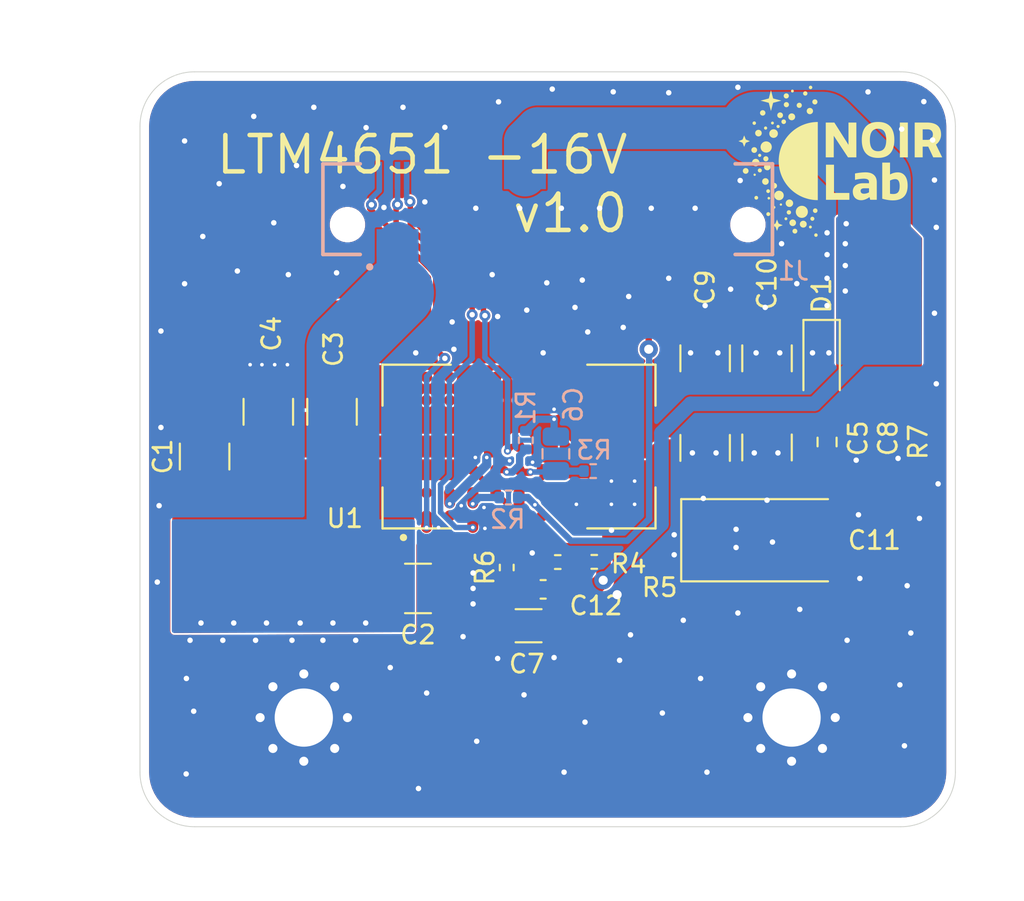
<source format=kicad_pcb>
(kicad_pcb (version 20241229) (generator "pcbnew") (generator_version "9.0")
  (layers (0 "F.Cu" signal) (4 "In1.Cu" signal) (6 "In2.Cu" signal) (2 "B.Cu" signal) (13 "F.Paste" user) (15 "B.Paste" user) (5 "F.SilkS" user "F.Silkscreen") (7 "B.SilkS" user "B.Silkscreen") (1 "F.Mask" user) (3 "B.Mask" user) (25 "Edge.Cuts" user))
  (net 0 "")
  (net 1 "-16V")
  (net 2 "12V")
  (net 3 "GND")
  (net 4 "/vd")
  (net 5 "/extvcc")
  (net 6 "/EN")
  (net 7 "/PG")
  (net 8 "/SYNC")
  (net 9 "/fset")
  (net 10 "/pgdfb")
  (net 11 "/iset")
  (net 31 "/comp")
  (net 38 "/intvcc")
  (net 44 "/iset2")
  (net 45 "/gndsns")
  (net 47 "/comp2")
  (net 48 "/ser")
  (footprint "Resistor_SMD:R_0402_1005Metric" (layer "F.Cu") (at 144.9025 68.5)
    (property "Reference" "R4")
    (property "Value" "316k")
  )
  (footprint "Resistor_SMD:R_0402_1005Metric" (layer "F.Cu") (at 146.9075 68.49)
    (property "Reference" "R5")
    (property "Value" "4.02k")
  )
  (footprint "NetTie:NetTie-2_SMD_Pad0.5mm" (layer "F.Cu") (at 146.4 48 180)
    (property "Reference" "NT1" (hide yes))
    (property "Value" "~" (hide yes))
  )
  (footprint "lib:LTM4651" (layer "F.Cu") (at 142.775 62.15 90)
    (property "Reference" "U1")
    (property "Value" "LTM4651")
  )
  (footprint "Capacitor_SMD:C_1206_3216Metric" (layer "F.Cu") (at 143.3 72)
    (property "Reference" "C7")
    (property "Value" "47n")
  )
  (footprint "Capacitor_SMD:C_1210_3225Metric" (layer "F.Cu") (at 125.5 62.7 90)
    (property "Reference" "C1")
    (property "Value" "4.7u")
  )
  (footprint "MountingHole:MountingHole_3.2mm_M3_Pad_Via" (layer "F.Cu") (at 157.75 77.05)
    (property "Reference" "H2" (hide yes))
    (property "Value" "M3 Hole")
  )
  (footprint "Capacitor_SMD:C_1210_3225Metric" (layer "F.Cu") (at 137.225 69.95)
    (property "Reference" "C2")
    (property "Value" "4.7u")
  )
  (footprint "Capacitor_SMD:C_1210_3225Metric" (layer "F.Cu") (at 132.5 60.24 90)
    (property "Reference" "C3")
    (property "Value" "4.7u")
  )
  (footprint "Capacitor_Tantalum_SMD:CP_EIA-7343-20_Kemet-V" (layer "F.Cu") (at 156.1 67.3)
    (property "Reference" "C11")
    (property "Value" "22u")
  )
  (footprint "Diode_SMD:D_SOD-123F" (layer "F.Cu") (at 159.4 57.4 -90)
    (property "Reference" "D1")
    (property "Value" "CMMSH1-40L")
  )
  (footprint "Capacitor_SMD:C_1210_3225Metric" (layer "F.Cu") (at 153 62.225 -90)
    (property "Reference" "C5")
    (property "Value" "47u")
  )
  (footprint "MountingHole:MountingHole_3.2mm_M3_Pad_Via" (layer "F.Cu") (at 130.95 77.05)
    (property "Reference" "H1" (hide yes))
    (property "Value" "M3 Hole")
  )
  (footprint "Resistor_SMD:R_0603_1608Metric" (layer "F.Cu") (at 159.7 61.9 -90)
    (property "Reference" "R7")
    (property "Value" "0.5")
  )
  (footprint "Capacitor_SMD:C_0603_1608Metric" (layer "F.Cu") (at 144.1 70)
    (property "Reference" "C12")
    (property "Value" "10p")
  )
  (footprint "Capacitor_SMD:C_1210_3225Metric" (layer "F.Cu") (at 156.4 57.3 90)
    (property "Reference" "C10")
    (property "Value" "47u")
  )
  (footprint "Capacitor_SMD:C_1210_3225Metric" (layer "F.Cu") (at 153 57.3 90)
    (property "Reference" "C9")
    (property "Value" "47u")
  )
  (footprint "Resistor_SMD:R_0402_1005Metric" (layer "F.Cu") (at 142.1 68.8 -90)
    (property "Reference" "R6")
    (property "Value" "3.48k")
  )
  (footprint "Capacitor_SMD:C_1210_3225Metric" (layer "F.Cu") (at 156.4 62.2 -90)
    (property "Reference" "C8")
    (property "Value" "47u")
  )
  (footprint "Capacitor_SMD:C_1210_3225Metric" (layer "F.Cu") (at 129 60.24 90)
    (property "Reference" "C4")
    (property "Value" "4.7u")
  )
  (footprint "Resistor_SMD:R_0402_1005Metric" (layer "B.Cu") (at 142.2 64.95)
    (property "Reference" "R2")
    (property "Value" "127k")
  )
  (footprint "Resistor_SMD:R_0402_1005Metric" (layer "B.Cu") (at 146.85 63.5)
    (property "Reference" "R3")
    (property "Value" "68")
  )
  (footprint "lib:SAMTEC_LSHM-140-04.0-L-DV-A-N-K-TR" (layer "B.Cu") (at 144.35 49.1 180)
    (property "Reference" "J1")
    (property "Value" "LSHM-140-04.0-L-DV-A-N-K-TR")
  )
  (footprint "Capacitor_SMD:C_0805_2012Metric" (layer "B.Cu") (at 144.8 62.55 -90)
    (property "Reference" "C6")
    (property "Value" "1u")
  )
  (footprint "Resistor_SMD:R_0402_1005Metric" (layer "B.Cu") (at 143.15 61.8 90)
    (property "Reference" "R1")
    (property "Value" "62k")
  )
  (gr_poly (pts (xy 161.887113 47.077993) (xy 161.953035 47.084414) (xy 162.015286 47.095117) (xy 162.044995 47.102075) (xy 162.073738 47.110105) (xy 162.101498 47.119206) (xy 162.128259 47.129379) (xy 162.154006 47.140624) (xy 162.178721 47.152942) (xy 162.202389 47.166332) (xy 162.224993 47.180795) (xy 162.246517 47.196331) (xy 162.266945 47.212941) (xy 162.286261 47.230624) (xy 162.304448 47.249381) (xy 162.321491 47.269212) (xy 162.337372 47.290117) (xy 162.352077 47.312097) (xy 162.365587 47.335152) (xy 162.377888 47.359281) (xy 162.388963 47.384486) (xy 162.398796 47.410767) (xy 162.407371 47.438123) (xy 162.414671 47.466555) (xy 162.42068 47.496063) (xy 162.425382 47.526648) (xy 162.42876 47.55831) (xy 162.430799 47.591049) (xy 162.431483 47.624864) (xy 162.431483 48.585302) (xy 162.067681 48.585302) (xy 162.035931 48.441104) (xy 162.025348 48.441104) (xy 161.995908 48.461507) (xy 161.966623 48.480551) (xy 161.937493 48.498243) (xy 161.908518 48.514588) (xy 161.879698 48.529592) (xy 161.851033 48.54326) (xy 161.822523 48.5556) (xy 161.794168 48.566616) (xy 161.765968 48.576314) (xy 161.737924 48.5847) (xy 161.710034 48.59178) (xy 161.682299 48.597559) (xy 161.654719 48.602044) (xy 161.627295 48.605241) (xy 161.600025 48.607155) (xy 161.572911 48.607791) (xy 161.54901 48.607322) (xy 161.525447 48.605916) (xy 161.502249 48.603572) (xy 161.479444 48.60029) (xy 161.457059 48.596072) (xy 161.435123 48.590917) (xy 161.413662 48.584826) (xy 161.392705 48.577798) (xy 161.372278 48.569835) (xy 161.352411 48.560935) (xy 161.333129 48.5511) (xy 161.314461 48.54033) (xy 161.296435 48.528625) (xy 161.279078 48.515985) (xy 161.262417 48.502411) (xy 161.246481 48.487902) (xy 161.231297 48.472459) (xy 161.216892 48.456083) (xy 161.203294 48.438773) (xy 161.190531 48.420529) (xy 161.17863 48.401352) (xy 161.16762 48.381243) (xy 161.157527 48.360201) (xy 161.148379 48.338227) (xy 161.140204 48.31532) (xy 161.133029 48.291482) (xy 161.126882 48.266712) (xy 161.121791 48.24101) (xy 161.117783 48.214378) (xy 161.114887 48.186814) (xy 161.113128 48.15832) (xy 161.112536 48.128896) (xy 161.113117 48.103846) (xy 161.113779 48.0945) (xy 161.542484 48.0945) (xy 161.542703 48.104379) (xy 161.543355 48.113927) (xy 161.544432 48.123143) (xy 161.545923 48.13203) (xy 161.54782 48.140588) (xy 161.550114 48.148819) (xy 161.552796 48.156724) (xy 161.555858 48.164305) (xy 161.559289 48.171561) (xy 161.563082 48.178495) (xy 161.567226 48.185108) (xy 161.571715 48.191401) (xy 161.576537 48.197375) (xy 161.581684 48.203032) (xy 161.587149 48.208372) (xy 161.59292 48.213397) (xy 161.59899 48.218108) (xy 161.605349 48.222507) (xy 161.611989 48.226593) (xy 161.6189 48.23037) (xy 161.626074 48.233838) (xy 161.633502 48.236997) (xy 161.641174 48.23985) (xy 161.649082 48.242398) (xy 161.657217 48.244641) (xy 161.665569 48.246581) (xy 161.67413 48.24822) (xy 161.682891 48.249557) (xy 161.700977 48.251336) (xy 161.719755 48.251927) (xy 161.739314 48.251559) (xy 161.758781 48.250472) (xy 161.778123 48.248691) (xy 161.79731 48.246242) (xy 161.816312 48.24315) (xy 161.835096 48.239439) (xy 161.853632 48.235135) (xy 161.87189 48.230264) (xy 161.889837 48.22485) (xy 161.907443 48.218918) (xy 161.924677 48.212495) (xy 161.941508 48.205604) (xy 161.957905 48.198271) (xy 161.973837 48.190522) (xy 161.989273 48.182381) (xy 162.004181 48.173875) (xy 162.004181 47.950302) (xy 162.002859 47.950302) (xy 161.759443 47.950302) (xy 161.732371 47.950889) (xy 161.707201 47.952645) (xy 161.68391 47.95556) (xy 161.662477 47.959624) (xy 161.642882 47.964828) (xy 161.625102 47.971161) (xy 161.616886 47.974748) (xy 161.609117 47.978614) (xy 161.60179 47.982758) (xy 161.594905 47.987178) (xy 161.588457 47.991874) (xy 161.582445 47.996843) (xy 161.576865 48.002085) (xy 161.571715 48.007598) (xy 161.566992 48.013382) (xy 161.562694 48.019435) (xy 161.558818 48.025756) (xy 161.555362 48.032343) (xy 161.552322 48.039197) (xy 161.549696 48.046314) (xy 161.547481 48.053694) (xy 161.545675 48.061337) (xy 161.544275 48.069239) (xy 161.543278 48.077402) (xy 161.542484 48.0945) (xy 161.113779 48.0945) (xy 161.114856 48.079311) (xy 161.11775 48.055308) (xy 161.121794 48.031858) (xy 161.126984 48.008976) (xy 161.133317 47.986683) (xy 161.140787 47.964997) (xy 161.149392 47.943935) (xy 161.159126 47.923517) (xy 161.169986 47.903761) (xy 161.181967 47.884685) (xy 161.195066 47.866307) (xy 161.209278 47.848646) (xy 161.224599 47.831721) (xy 161.241026 47.81555) (xy 161.258553 47.800151) (xy 161.277177 47.785543) (xy 161.296894 47.771743) (xy 161.317699 47.758771) (xy 161.339589 47.746645) (xy 161.36256 47.735384) (xy 161.386606 47.725004) (xy 161.411725 47.715527) (xy 161.437911 47.706968) (xy 161.465162 47.699348) (xy 161.493472 47.692684) (xy 161.522838 47.686994) (xy 161.553256 47.682298) (xy 161.584721 47.678613) (xy 161.617229 47.675958) (xy 161.650776 47.674352) (xy 161.685358 47.673813) (xy 162.002859 47.673813) (xy 162.002859 47.671167) (xy 162.002859 47.595761) (xy 162.002666 47.586538) (xy 162.002075 47.577478) (xy 162.001069 47.568591) (xy 161.999629 47.559884) (xy 161.997737 47.551366) (xy 161.995376 47.543046) (xy 161.992528 47.534931) (xy 161.989175 47.527031) (xy 161.985298 47.519353) (xy 161.98088 47.511907) (xy 161.975903 47.504701) (xy 161.970349 47.497743) (xy 161.9642 47.491042) (xy 161.957438 47.484606) (xy 161.950046 47.478444) (xy 161.942004 47.472564) (xy 161.933297 47.466974) (xy 161.923904 47.461684) (xy 161.913809 47.456702) (xy 161.902994 47.452035) (xy 161.89144 47.447693) (xy 161.87913 47.443685) (xy 161.866046 47.440017) (xy 161.85217 47.4367) (xy 161.837484 47.433742) (xy 161.82197 47.43115) (xy 161.80561 47.428934) (xy 161.788386 47.427101) (xy 161.770281 47.425661) (xy 161.751275 47.424623) (xy 161.731353 47.423993) (xy 161.710494 47.423781) (xy 161.660404 47.424998) (xy 161.60371 47.428556) (xy 161.542365 47.434315) (xy 161.478322 47.442137) (xy 161.413535 47.45188) (xy 161.349958 47.463407) (xy 161.289543 47.476576) (xy 161.261132 47.483734) (xy 161.234244 47.49125) (xy 161.234244 47.138031) (xy 161.308092 47.123965) (xy 161.384002 47.111573) (xy 161.460811 47.100917) (xy 161.537357 47.092059) (xy 161.612477 47.085062) (xy 161.685007 47.079988) (xy 161.753786 47.076897) (xy 161.81765 47.075854)) (fill yes) (layer "F.SilkS"))
  (gr_poly (pts (xy 155.724919 47.144729) (xy 155.728143 47.144974) (xy 155.731321 47.145378) (xy 155.734448 47.145936) (xy 155.73752 47.146645) (xy 155.740534 47.147501) (xy 155.743484 47.148499) (xy 155.746368 47.149636) (xy 155.749181 47.150908) (xy 155.751919 47.15231) (xy 155.754578 47.153839) (xy 155.757154 47.155491) (xy 155.759644 47.157261) (xy 155.762043 47.159146) (xy 155.764347 47.161142) (xy 155.766552 47.163244) (xy 155.768655 47.16545) (xy 155.77065 47.167754) (xy 155.772536 47.170153) (xy 155.774306 47.172642) (xy 155.775958 47.175219) (xy 155.777487 47.177878) (xy 155.778889 47.180616) (xy 155.780161 47.183429) (xy 155.781298 47.186312) (xy 155.782296 47.189263) (xy 155.783152 47.192276) (xy 155.783861 47.195348) (xy 155.784419 47.198475) (xy 155.784823 47.201653) (xy 155.785068 47.204878) (xy 155.785151 47.208146) (xy 155.785068 47.211414) (xy 155.784823 47.214638) (xy 155.784419 47.217816) (xy 155.783861 47.220943) (xy 155.783152 47.224016) (xy 155.782296 47.227029) (xy 155.781298 47.229979) (xy 155.780161 47.232863) (xy 155.778889 47.235676) (xy 155.777487 47.238414) (xy 155.775958 47.241073) (xy 155.774306 47.243649) (xy 155.772536 47.246139) (xy 155.77065 47.248538) (xy 155.768655 47.250842) (xy 155.766552 47.253047) (xy 155.764347 47.25515) (xy 155.762043 47.257146) (xy 155.759644 47.259031) (xy 155.757154 47.260801) (xy 155.754578 47.262453) (xy 155.751919 47.263982) (xy 155.749181 47.265384) (xy 155.746368 47.266656) (xy 155.743484 47.267793) (xy 155.740534 47.268791) (xy 155.73752 47.269647) (xy 155.734448 47.270356) (xy 155.731321 47.270914) (xy 155.728143 47.271318) (xy 155.724919 47.271563) (xy 155.721651 47.271646) (xy 155.718383 47.271563) (xy 155.715158 47.271318) (xy 155.71198 47.270914) (xy 155.708853 47.270356) (xy 155.705781 47.269647) (xy 155.702768 47.268791) (xy 155.699817 47.267793) (xy 155.696934 47.266656) (xy 155.694121 47.265384) (xy 155.691383 47.263982) (xy 155.688724 47.262453) (xy 155.686147 47.260801) (xy 155.683658 47.259031) (xy 155.681259 47.257146) (xy 155.678955 47.25515) (xy 155.67675 47.253047) (xy 155.674647 47.250842) (xy 155.672651 47.248538) (xy 155.670766 47.246139) (xy 155.668996 47.243649) (xy 155.667344 47.241073) (xy 155.665815 47.238414) (xy 155.664413 47.235676) (xy 155.663141 47.232863) (xy 155.662004 47.229979) (xy 155.661006 47.227029) (xy 155.66015 47.224016) (xy 155.659441 47.220943) (xy 155.658883 47.217816) (xy 155.658479 47.214638) (xy 155.658234 47.211414) (xy 155.658151 47.208146) (xy 155.658234 47.204878) (xy 155.658479 47.201653) (xy 155.658883 47.198475) (xy 155.659441 47.195348) (xy 155.66015 47.192276) (xy 155.661006 47.189263) (xy 155.662004 47.186312) (xy 155.663141 47.183429) (xy 155.664413 47.180616) (xy 155.665815 47.177878) (xy 155.667344 47.175219) (xy 155.668996 47.172642) (xy 155.670766 47.170153) (xy 155.672651 47.167754) (xy 155.674647 47.16545) (xy 155.67675 47.163244) (xy 155.678955 47.161142) (xy 155.681259 47.159146) (xy 155.683658 47.157261) (xy 155.686147 47.155491) (xy 155.688724 47.153839) (xy 155.691383 47.15231) (xy 155.694121 47.150908) (xy 155.696934 47.149636) (xy 155.699817 47.148499) (xy 155.702768 47.147501) (xy 155.705781 47.146645) (xy 155.708853 47.145936) (xy 155.71198 47.145378) (xy 155.715158 47.144974) (xy 155.718383 47.144729) (xy 155.721651 47.144646)) (fill yes) (layer "F.SilkS"))
  (gr_poly (pts (xy 157.037953 49.893667) (xy 157.265494 49.982302) (xy 157.037953 50.070937) (xy 156.949317 50.298478) (xy 156.862005 50.070937) (xy 156.63314 49.982302) (xy 156.862005 49.893667) (xy 156.949317 49.666125)) (fill yes) (layer "F.SilkS"))
  (gr_poly (pts (xy 156.344091 46.189684) (xy 156.35128 46.190231) (xy 156.358364 46.191131) (xy 156.365335 46.192376) (xy 156.372183 46.193956) (xy 156.3789 46.195864) (xy 156.385477 46.198089) (xy 156.391905 46.200624) (xy 156.398176 46.203459) (xy 156.404279 46.206585) (xy 156.410207 46.209993) (xy 156.41595 46.213675) (xy 156.4215 46.217621) (xy 156.426847 46.221824) (xy 156.431983 46.226273) (xy 156.436899 46.23096) (xy 156.441586 46.235876) (xy 156.446035 46.241012) (xy 156.450238 46.246359) (xy 156.454184 46.251909) (xy 156.457866 46.257652) (xy 156.461274 46.26358) (xy 156.4644 46.269683) (xy 156.467235 46.275953) (xy 156.46977 46.282382) (xy 156.471995 46.288959) (xy 156.473903 46.295676) (xy 156.475483 46.302524) (xy 156.476728 46.309495) (xy 156.477628 46.316579) (xy 156.478175 46.323768) (xy 156.478359 46.331052) (xy 156.478175 46.338336) (xy 156.477628 46.345525) (xy 156.476728 46.352609) (xy 156.475483 46.35958) (xy 156.473903 46.366428) (xy 156.471995 46.373145) (xy 156.46977 46.379722) (xy 156.467235 46.38615) (xy 156.4644 46.392421) (xy 156.461274 46.398524) (xy 156.457866 46.404452) (xy 156.454184 46.410195) (xy 156.450238 46.415745) (xy 156.446035 46.421092) (xy 156.441586 46.426228) (xy 156.436899 46.431144) (xy 156.431983 46.435831) (xy 156.426847 46.44028) (xy 156.4215 46.444483) (xy 156.41595 46.448429) (xy 156.410207 46.452111) (xy 156.404279 46.455519) (xy 156.398176 46.458645) (xy 156.391905 46.46148) (xy 156.385477 46.464015) (xy 156.3789 46.46624) (xy 156.372183 46.468148) (xy 156.365335 46.469728) (xy 156.358364 46.470973) (xy 156.35128 46.471873) (xy 156.344091 46.47242) (xy 156.336807 46.472604) (xy 156.329523 46.47242) (xy 156.322334 46.471873) (xy 156.31525 46.470973) (xy 156.308279 46.469728) (xy 156.301431 46.468148) (xy 156.294714 46.46624) (xy 156.288137 46.464015) (xy 156.281709 46.46148) (xy 156.275438 46.458645) (xy 156.269335 46.455519) (xy 156.263407 46.452111) (xy 156.257664 46.448429) (xy 156.252114 46.444483) (xy 156.246767 46.44028) (xy 156.241631 46.435831) (xy 156.236715 46.431144) (xy 156.232028 46.426228) (xy 156.227579 46.421092) (xy 156.223376 46.415745) (xy 156.21943 46.410195) (xy 156.215748 46.404452) (xy 156.21234 46.398524) (xy 156.209214 46.392421) (xy 156.206379 46.38615) (xy 156.203844 46.379722) (xy 156.201619 46.373145) (xy 156.199711 46.366428) (xy 156.198131 46.35958) (xy 156.196886 46.352609) (xy 156.195986 46.345525) (xy 156.195439 46.338336) (xy 156.195255 46.331052) (xy 156.195439 46.323768) (xy 156.195986 46.316579) (xy 156.196886 46.309495) (xy 156.198131 46.302524) (xy 156.199711 46.295676) (xy 156.201619 46.288959) (xy 156.203844 46.282382) (xy 156.206379 46.275953) (xy 156.209214 46.269683) (xy 156.21234 46.26358) (xy 156.215748 46.257652) (xy 156.21943 46.251909) (xy 156.223376 46.246359) (xy 156.227579 46.241012) (xy 156.232028 46.235876) (xy 156.236715 46.23096) (xy 156.241631 46.226273) (xy 156.246767 46.221824) (xy 156.252114 46.217621) (xy 156.257664 46.213675) (xy 156.263407 46.209993) (xy 156.269335 46.206585) (xy 156.275438 46.203459) (xy 156.281709 46.200624) (xy 156.288137 46.198089) (xy 156.294714 46.195864) (xy 156.301431 46.193956) (xy 156.308279 46.192376) (xy 156.31525 46.191131) (xy 156.322334 46.190231) (xy 156.329523 46.189684) (xy 156.336807 46.1895)) (fill yes) (layer "F.SilkS"))
  (gr_poly (pts (xy 157.798746 42.52777) (xy 157.802777 42.528076) (xy 157.806749 42.528581) (xy 157.810658 42.529279) (xy 157.814498 42.530166) (xy 157.818265 42.531235) (xy 157.821953 42.532483) (xy 157.825557 42.533904) (xy 157.829073 42.535494) (xy 157.832496 42.537247) (xy 157.83582 42.539158) (xy 157.83904 42.541223) (xy 157.842152 42.543436) (xy 157.845151 42.545792) (xy 157.848031 42.548287) (xy 157.850787 42.550915) (xy 157.853416 42.553672) (xy 157.85591 42.556552) (xy 157.858267 42.55955) (xy 157.86048 42.562662) (xy 157.862544 42.565883) (xy 157.864456 42.569207) (xy 157.866209 42.572629) (xy 157.867798 42.576145) (xy 157.869219 42.57975) (xy 157.870467 42.583438) (xy 157.871537 42.587205) (xy 157.872423 42.591045) (xy 157.873121 42.594954) (xy 157.873626 42.598926) (xy 157.873933 42.602957) (xy 157.874036 42.607042) (xy 157.873933 42.611126) (xy 157.873626 42.615157) (xy 157.873121 42.61913) (xy 157.872423 42.623039) (xy 157.871537 42.626879) (xy 157.870467 42.630646) (xy 157.869219 42.634334) (xy 157.867798 42.637938) (xy 157.866209 42.641454) (xy 157.864456 42.644877) (xy 157.862544 42.648201) (xy 157.86048 42.651421) (xy 157.858267 42.654533) (xy 157.85591 42.657532) (xy 157.853416 42.660412) (xy 157.850787 42.663168) (xy 157.848031 42.665797) (xy 157.845151 42.668291) (xy 157.842152 42.670648) (xy 157.83904 42.672861) (xy 157.83582 42.674925) (xy 157.832496 42.676837) (xy 157.829073 42.67859) (xy 157.825557 42.680179) (xy 157.821953 42.6816) (xy 157.818265 42.682848) (xy 157.814498 42.683918) (xy 157.810658 42.684804) (xy 157.806749 42.685502) (xy 157.802777 42.686007) (xy 157.798746 42.686314) (xy 157.794661 42.686417) (xy 157.790576 42.686314) (xy 157.786545 42.686007) (xy 157.782573 42.685502) (xy 157.778664 42.684804) (xy 157.774824 42.683918) (xy 157.771057 42.682848) (xy 157.767369 42.6816) (xy 157.763765 42.680179) (xy 157.760249 42.67859) (xy 157.756826 42.676837) (xy 157.753502 42.674925) (xy 157.750282 42.672861) (xy 157.74717 42.670648) (xy 157.744171 42.668291) (xy 157.741291 42.665797) (xy 157.738535 42.663168) (xy 157.735906 42.660412) (xy 157.733412 42.657532) (xy 157.731055 42.654533) (xy 157.728842 42.651421) (xy 157.726778 42.648201) (xy 157.724866 42.644877) (xy 157.723113 42.641454) (xy 157.721524 42.637938) (xy 157.720103 42.634334) (xy 157.718855 42.630646) (xy 157.717785 42.626879) (xy 157.716899 42.623039) (xy 157.716201 42.61913) (xy 157.715696 42.615157) (xy 157.71539 42.611126) (xy 157.715286 42.607042) (xy 157.71539 42.602957) (xy 157.715696 42.598926) (xy 157.716201 42.594954) (xy 157.716899 42.591045) (xy 157.717785 42.587205) (xy 157.718855 42.583438) (xy 157.720103 42.57975) (xy 157.721524 42.576145) (xy 157.723113 42.572629) (xy 157.724866 42.569207) (xy 157.726778 42.565883) (xy 157.728842 42.562662) (xy 157.731055 42.55955) (xy 157.733412 42.556552) (xy 157.735906 42.553672) (xy 157.738535 42.550915) (xy 157.741291 42.548287) (xy 157.744171 42.545792) (xy 157.74717 42.543436) (xy 157.750282 42.541223) (xy 157.753502 42.539158) (xy 157.756826 42.537247) (xy 157.760249 42.535494) (xy 157.763765 42.533904) (xy 157.767369 42.532483) (xy 157.771057 42.531235) (xy 157.774824 42.530166) (xy 157.778664 42.529279) (xy 157.782573 42.528581) (xy 157.786545 42.528076) (xy 157.790576 42.52777) (xy 157.794661 42.527667)) (fill yes) (layer "F.SilkS"))
  (gr_poly (pts (xy 159.055253 49.056425) (xy 159.061636 49.05691) (xy 159.067925 49.057709) (xy 159.074114 49.058815) (xy 159.080195 49.060218) (xy 159.086159 49.061911) (xy 159.091998 49.063887) (xy 159.097705 49.066138) (xy 159.103272 49.068654) (xy 159.108691 49.07143) (xy 159.113954 49.074456) (xy 159.119053 49.077725) (xy 159.123981 49.081229) (xy 159.128728 49.08496) (xy 159.133289 49.08891) (xy 159.137653 49.093071) (xy 159.141815 49.097436) (xy 159.145765 49.101996) (xy 159.149496 49.106743) (xy 159.153 49.111671) (xy 159.156269 49.11677) (xy 159.159295 49.122033) (xy 159.16207 49.127451) (xy 159.164587 49.133018) (xy 159.166837 49.138726) (xy 159.168813 49.144565) (xy 159.170507 49.150529) (xy 159.17191 49.156609) (xy 159.173015 49.162798) (xy 159.173814 49.169088) (xy 159.1743 49.17547) (xy 159.174463 49.181937) (xy 159.1743 49.188405) (xy 159.173814 49.194787) (xy 159.173015 49.201077) (xy 159.17191 49.207266) (xy 159.170507 49.213346) (xy 159.168813 49.21931) (xy 159.166837 49.22515) (xy 159.164587 49.230857) (xy 159.16207 49.236424) (xy 159.159295 49.241843) (xy 159.156269 49.247106) (xy 159.153 49.252205) (xy 159.149496 49.257132) (xy 159.145765 49.26188) (xy 159.141815 49.26644) (xy 159.137653 49.270805) (xy 159.133289 49.274966) (xy 159.128728 49.278916) (xy 159.123981 49.282647) (xy 159.119053 49.286151) (xy 159.113954 49.28942) (xy 159.108691 49.292446) (xy 159.103272 49.295222) (xy 159.097705 49.297738) (xy 159.091998 49.299989) (xy 159.086159 49.301964) (xy 159.080195 49.303658) (xy 159.074114 49.305061) (xy 159.067925 49.306166) (xy 159.061636 49.306966) (xy 159.055253 49.307451) (xy 159.048786 49.307615) (xy 159.042319 49.307451) (xy 159.035936 49.306966) (xy 159.029647 49.306166) (xy 159.023458 49.305061) (xy 159.017378 49.303658) (xy 159.011414 49.301964) (xy 159.005574 49.299989) (xy 158.999867 49.297738) (xy 158.9943 49.295222) (xy 158.988881 49.292446) (xy 158.983618 49.28942) (xy 158.978519 49.286151) (xy 158.973592 49.282647) (xy 158.968844 49.278916) (xy 158.964284 49.274966) (xy 158.959919 49.270805) (xy 158.955758 49.26644) (xy 158.951808 49.26188) (xy 158.948077 49.257132) (xy 158.944573 49.252205) (xy 158.941304 49.247106) (xy 158.938278 49.241843) (xy 158.935502 49.236424) (xy 158.932985 49.230857) (xy 158.930735 49.22515) (xy 158.928759 49.21931) (xy 158.927066 49.213346) (xy 158.925662 49.207266) (xy 158.924557 49.201077) (xy 158.923758 49.194787) (xy 158.923273 49.188405) (xy 158.923109 49.181937) (xy 158.923273 49.17547) (xy 158.923758 49.169088) (xy 158.924557 49.162798) (xy 158.925662 49.156609) (xy 158.927066 49.150529) (xy 158.928759 49.144565) (xy 158.930735 49.138726) (xy 158.932985 49.133018) (xy 158.935502 49.127451) (xy 158.938278 49.122033) (xy 158.941304 49.11677) (xy 158.944573 49.111671) (xy 158.948077 49.106743) (xy 158.951808 49.101996) (xy 158.955758 49.097436) (xy 158.959919 49.093071) (xy 158.964284 49.08891) (xy 158.968844 49.08496) (xy 158.973592 49.081229) (xy 158.978519 49.077725) (xy 158.983618 49.074456) (xy 158.988881 49.07143) (xy 158.9943 49.068654) (xy 158.999867 49.066138) (xy 159.005574 49.063887) (xy 159.011414 49.061911) (xy 159.017378 49.060218) (xy 159.023458 49.058815) (xy 159.029647 49.057709) (xy 159.035936 49.05691) (xy 159.042319 49.056425) (xy 159.048786 49.056261)) (fill yes) (layer "F.SilkS"))
  (gr_poly (pts (xy 156.00131 46.054676) (xy 156.005745 46.055013) (xy 156.010114 46.055568) (xy 156.014414 46.056336) (xy 156.018638 46.057311) (xy 156.022781 46.058488) (xy 156.026838 46.05986) (xy 156.030803 46.061424) (xy 156.034671 46.063172) (xy 156.038436 46.0651) (xy 156.042092 46.067203) (xy 156.045635 46.069474) (xy 156.049058 46.071908) (xy 156.052356 46.0745) (xy 156.055524 46.077244) (xy 156.058557 46.080136) (xy 156.061448 46.083168) (xy 156.064192 46.086336) (xy 156.066784 46.089634) (xy 156.069218 46.093057) (xy 156.071489 46.0966) (xy 156.073592 46.100256) (xy 156.07552 46.104021) (xy 156.077269 46.107889) (xy 156.078832 46.111854) (xy 156.080205 46.115911) (xy 156.081381 46.120054) (xy 156.082356 46.124278) (xy 156.083124 46.128578) (xy 156.083679 46.132947) (xy 156.084016 46.137381) (xy 156.08413 46.141875) (xy 156.084016 46.146368) (xy 156.083679 46.150802) (xy 156.083124 46.155171) (xy 156.082356 46.159471) (xy 156.081381 46.163695) (xy 156.080205 46.167839) (xy 156.078832 46.171896) (xy 156.077269 46.175861) (xy 156.07552 46.179728) (xy 156.073592 46.183493) (xy 156.071489 46.187149) (xy 156.069218 46.190692) (xy 156.066784 46.194115) (xy 156.064192 46.197414) (xy 156.061448 46.200582) (xy 156.058557 46.203614) (xy 156.055524 46.206505) (xy 156.052356 46.209249) (xy 156.049058 46.211841) (xy 156.045635 46.214276) (xy 156.042092 46.216547) (xy 156.038436 46.218649) (xy 156.034671 46.220577) (xy 156.030803 46.222326) (xy 156.026838 46.223889) (xy 156.022781 46.225262) (xy 156.018638 46.226438) (xy 156.014414 46.227413) (xy 156.010114 46.228181) (xy 156.005745 46.228736) (xy 156.00131 46.229074) (xy 155.996817 46.229187) (xy 155.992324 46.229074) (xy 155.98789 46.228736) (xy 155.983521 46.228181) (xy 155.979221 46.227413) (xy 155.974997 46.226438) (xy 155.970853 46.225262) (xy 155.966796 46.223889) (xy 155.962831 46.222326) (xy 155.958964 46.220577) (xy 155.955199 46.218649) (xy 155.951543 46.216547) (xy 155.948 46.214276) (xy 155.944577 46.211841) (xy 155.941279 46.209249) (xy 155.93811 46.206505) (xy 155.935078 46.203614) (xy 155.932187 46.200582) (xy 155.929443 46.197414) (xy 155.926851 46.194115) (xy 155.924417 46.190692) (xy 155.922145 46.187149) (xy 155.920043 46.183493) (xy 155.918115 46.179728) (xy 155.916366 46.175861) (xy 155.914803 46.171896) (xy 155.91343 46.167839) (xy 155.912254 46.163695) (xy 155.911279 46.159471) (xy 155.910511 46.155171) (xy 155.909956 46.150802) (xy 155.909618 46.146368) (xy 155.909505 46.141875) (xy 155.909618 46.137381) (xy 155.909956 46.132947) (xy 155.910511 46.128578) (xy 155.911279 46.124278) (xy 155.912254 46.120054) (xy 155.91343 46.115911) (xy 155.914803 46.111854) (xy 155.916366 46.107889) (xy 155.918115 46.104021) (xy 155.920043 46.100256) (xy 155.922145 46.0966) (xy 155.924417 46.093057) (xy 155.926851 46.089634) (xy 155.929443 46.086336) (xy 155.932187 46.083168) (xy 155.935078 46.080136) (xy 155.93811 46.077244) (xy 155.941279 46.0745) (xy 155.944577 46.071908) (xy 155.948 46.069474) (xy 155.951543 46.067203) (xy 155.955199 46.0651) (xy 155.958964 46.063172) (xy 155.962831 46.061424) (xy 155.966796 46.05986) (xy 155.970853 46.058488) (xy 155.974997 46.057311) (xy 155.979221 46.056336) (xy 155.983521 46.055568) (xy 155.98789 46.055013) (xy 155.992324 46.054676) (xy 155.996817 46.054562)) (fill yes) (layer "F.SilkS"))
  (gr_poly (pts (xy 157.442881 49.548488) (xy 157.446912 49.548795) (xy 157.450884 49.549299) (xy 157.454793 49.549998) (xy 157.458633 49.550884) (xy 157.4624 49.551953) (xy 157.466088 49.553201) (xy 157.469692 49.554623) (xy 157.473209 49.556212) (xy 157.476631 49.557965) (xy 157.479955 49.559876) (xy 157.483175 49.561941) (xy 157.486287 49.564154) (xy 157.489286 49.56651) (xy 157.492166 49.569005) (xy 157.494923 49.571633) (xy 157.497551 49.57439) (xy 157.500046 49.57727) (xy 157.502402 49.580269) (xy 157.504615 49.583381) (xy 157.50668 49.586601) (xy 157.508591 49.589925) (xy 157.510344 49.593348) (xy 157.511933 49.596864) (xy 157.513354 49.600468) (xy 157.514602 49.604156) (xy 157.515672 49.607923) (xy 157.516558 49.611763) (xy 157.517256 49.615672) (xy 157.517761 49.619645) (xy 157.518068 49.623676) (xy 157.518171 49.62776) (xy 157.518068 49.631845) (xy 157.517761 49.635876) (xy 157.517256 49.639848) (xy 157.516558 49.643757) (xy 157.515672 49.647597) (xy 157.514602 49.651363) (xy 157.513354 49.655051) (xy 157.511933 49.658656) (xy 157.510344 49.662172) (xy 157.508591 49.665594) (xy 157.50668 49.668918) (xy 157.504615 49.672139) (xy 157.502402 49.675251) (xy 157.500046 49.678249) (xy 157.497551 49.681129) (xy 157.494923 49.683886) (xy 157.492166 49.686514) (xy 157.489286 49.689009) (xy 157.486287 49.691365) (xy 157.483175 49.693578) (xy 157.479955 49.695643) (xy 157.476631 49.697554) (xy 157.473209 49.699307) (xy 157.469692 49.700897) (xy 157.466088 49.702318) (xy 157.4624 49.703566) (xy 157.458633 49.704636) (xy 157.454793 49.705522) (xy 157.450884 49.70622) (xy 157.446912 49.706725) (xy 157.442881 49.707031) (xy 157.438796 49.707134) (xy 157.434711 49.707031) (xy 157.43068 49.706725) (xy 157.426708 49.70622) (xy 157.422799 49.705522) (xy 157.418959 49.704636) (xy 157.415192 49.703566) (xy 157.411504 49.702318) (xy 157.4079 49.700897) (xy 157.404384 49.699307) (xy 157.400961 49.697554) (xy 157.397637 49.695643) (xy 157.394417 49.693578) (xy 157.391305 49.691365) (xy 157.388306 49.689009) (xy 157.385426 49.686514) (xy 157.38267 49.683886) (xy 157.380041 49.681129) (xy 157.377547 49.678249) (xy 157.37519 49.675251) (xy 157.372977 49.672139) (xy 157.370913 49.668918) (xy 157.369001 49.665594) (xy 157.367248 49.662172) (xy 157.365659 49.658656) (xy 157.364238 49.655051) (xy 157.36299 49.651363) (xy 157.36192 49.647597) (xy 157.361034 49.643757) (xy 157.360336 49.639848) (xy 157.359831 49.635876) (xy 157.359525 49.631845) (xy 157.359421 49.62776) (xy 157.359525 49.623676) (xy 157.359831 49.619645) (xy 157.360336 49.615672) (xy 157.361034 49.611763) (xy 157.36192 49.607923) (xy 157.36299 49.604156) (xy 157.364238 49.600468) (xy 157.365659 49.596864) (xy 157.367248 49.593348) (xy 157.369001 49.589925) (xy 157.370913 49.586601) (xy 157.372977 49.583381) (xy 157.37519 49.580269) (xy 157.377547 49.57727) (xy 157.380041 49.57439) (xy 157.38267 49.571633) (xy 157.385426 49.569005) (xy 157.388306 49.56651) (xy 157.391305 49.564154) (xy 157.394417 49.561941) (xy 157.397637 49.559876) (xy 157.400961 49.557965) (xy 157.404384 49.556212) (xy 157.4079 49.554623) (xy 157.411504 49.553201) (xy 157.415192 49.551953) (xy 157.418959 49.550884) (xy 157.422799 49.549998) (xy 157.426708 49.549299) (xy 157.43068 49.548795) (xy 157.434711 49.548488) (xy 157.438796 49.548385)) (fill yes) (layer "F.SilkS"))
  (gr_poly (pts (xy 158.786964 50.002248) (xy 158.790995 50.002555) (xy 158.794967 50.00306) (xy 158.798876 50.003758) (xy 158.802716 50.004644) (xy 158.806483 50.005714) (xy 158.810171 50.006962) (xy 158.813776 50.008383) (xy 158.817292 50.009972) (xy 158.820714 50.011725) (xy 158.824038 50.013637) (xy 158.827259 50.015701) (xy 158.830371 50.017914) (xy 158.833369 50.020271) (xy 158.836249 50.022765) (xy 158.839006 50.025394) (xy 158.841634 50.02815) (xy 158.844129 50.03103) (xy 158.846485 50.034029) (xy 158.848698 50.037141) (xy 158.850763 50.040361) (xy 158.852674 50.043685) (xy 158.854427 50.047108) (xy 158.856017 50.050624) (xy 158.857438 50.054229) (xy 158.858686 50.057917) (xy 158.859755 50.061683) (xy 158.860642 50.065523) (xy 158.86134 50.069432) (xy 158.861844 50.073405) (xy 158.862151 50.077436) (xy 158.862254 50.08152) (xy 158.862151 50.085605) (xy 158.861844 50.089636) (xy 158.86134 50.093608) (xy 158.860642 50.097517) (xy 158.859755 50.101357) (xy 158.858686 50.105124) (xy 158.857438 50.108812) (xy 158.856017 50.112417) (xy 158.854427 50.115933) (xy 158.852674 50.119355) (xy 158.850763 50.122679) (xy 158.848698 50.125899) (xy 158.846485 50.129011) (xy 158.844129 50.13201) (xy 158.841634 50.13489) (xy 158.839006 50.137647) (xy 158.836249 50.140275) (xy 158.833369 50.142769) (xy 158.830371 50.145126) (xy 158.827259 50.147339) (xy 158.824038 50.149403) (xy 158.820714 50.151315) (xy 158.817292 50.153068) (xy 158.813776 50.154657) (xy 158.810171 50.156078) (xy 158.806483 50.157326) (xy 158.802716 50.158396) (xy 158.798876 50.159282) (xy 158.794967 50.15998) (xy 158.790995 50.160485) (xy 158.786964 50.160791) (xy 158.782879 50.160895) (xy 158.778795 50.160791) (xy 158.774764 50.160485) (xy 158.770791 50.15998) (xy 158.766883 50.159282) (xy 158.763042 50.158396) (xy 158.759276 50.157326) (xy 158.755588 50.156078) (xy 158.751983 50.154657) (xy 158.748467 50.153068) (xy 158.745045 50.151315) (xy 158.741721 50.149403) (xy 158.7385 50.147339) (xy 158.735388 50.145126) (xy 158.73239 50.142769) (xy 158.729509 50.140275) (xy 158.726753 50.137647) (xy 158.724125 50.13489) (xy 158.72163 50.13201) (xy 158.719273 50.129011) (xy 158.71706 50.125899) (xy 158.714996 50.122679) (xy 158.713085 50.119355) (xy 158.711332 50.115933) (xy 158.709742 50.112417) (xy 158.708321 50.108812) (xy 158.707073 50.105124) (xy 158.706003 50.101357) (xy 158.705117 50.097517) (xy 158.704419 50.093608) (xy 158.703914 50.089636) (xy 158.703608 50.085605) (xy 158.703505 50.08152) (xy 158.703608 50.077436) (xy 158.703914 50.073405) (xy 158.704419 50.069432) (xy 158.705117 50.065523) (xy 158.706003 50.061683) (xy 158.707073 50.057917) (xy 158.708321 50.054229) (xy 158.709742 50.050624) (xy 158.711332 50.047108) (xy 158.713085 50.043685) (xy 158.714996 50.040361) (xy 158.71706 50.037141) (xy 158.719273 50.034029) (xy 158.72163 50.03103) (xy 158.724125 50.02815) (xy 158.726753 50.025394) (xy 158.729509 50.022765) (xy 158.73239 50.020271) (xy 158.735388 50.017914) (xy 158.7385 50.015701) (xy 158.741721 50.013637) (xy 158.745045 50.011725) (xy 158.748467 50.009972) (xy 158.751983 50.008383) (xy 158.755588 50.006962) (xy 158.759276 50.005714) (xy 158.763042 50.004644) (xy 158.766883 50.003758) (xy 158.770791 50.00306) (xy 158.774764 50.002555) (xy 158.778795 50.002248) (xy 158.782879 50.002145)) (fill yes) (layer "F.SilkS"))
  (gr_poly (pts (xy 158.507226 42.620426) (xy 158.513272 42.620886) (xy 158.519231 42.621643) (xy 158.525094 42.62269) (xy 158.530854 42.624019) (xy 158.536504 42.625624) (xy 158.542036 42.627496) (xy 158.547443 42.629627) (xy 158.552717 42.632012) (xy 158.557851 42.634641) (xy 158.562837 42.637508) (xy 158.567668 42.640605) (xy 158.572336 42.643924) (xy 158.576834 42.647459) (xy 158.581154 42.651201) (xy 158.585289 42.655143) (xy 158.589231 42.659278) (xy 158.592973 42.663599) (xy 158.596508 42.668096) (xy 158.599827 42.672764) (xy 158.602924 42.677595) (xy 158.605791 42.682581) (xy 158.608421 42.687715) (xy 158.610805 42.692989) (xy 158.612937 42.698396) (xy 158.614809 42.703928) (xy 158.616413 42.709578) (xy 158.617743 42.715338) (xy 158.61879 42.721201) (xy 158.619547 42.72716) (xy 158.620007 42.733206) (xy 158.620162 42.739333) (xy 158.620007 42.74546) (xy 158.619547 42.751507) (xy 158.61879 42.757465) (xy 158.617743 42.763329) (xy 158.616413 42.769089) (xy 158.614809 42.774739) (xy 158.612937 42.780271) (xy 158.610805 42.785678) (xy 158.608421 42.790952) (xy 158.605791 42.796086) (xy 158.602924 42.801072) (xy 158.599827 42.805902) (xy 158.596508 42.81057) (xy 158.592973 42.815068) (xy 158.589231 42.819388) (xy 158.585289 42.823523) (xy 158.581154 42.827466) (xy 158.576834 42.831208) (xy 158.572336 42.834742) (xy 158.567668 42.838062) (xy 158.562837 42.841159) (xy 158.557851 42.844026) (xy 158.552717 42.846655) (xy 158.547443 42.849039) (xy 158.542036 42.851171) (xy 158.536504 42.853043) (xy 158.530854 42.854647) (xy 158.525094 42.855977) (xy 158.519231 42.857024) (xy 158.513272 42.857781) (xy 158.507226 42.858241) (xy 158.501099 42.858396) (xy 158.494972 42.858241) (xy 158.488925 42.857781) (xy 158.482967 42.857024) (xy 158.477103 42.855977) (xy 158.471343 42.854647) (xy 158.465693 42.853043) (xy 158.460161 42.851171) (xy 158.454754 42.849039) (xy 158.44948 42.846655) (xy 158.444346 42.844026) (xy 158.43936 42.841159) (xy 158.43453 42.838062) (xy 158.429861 42.834742) (xy 158.425364 42.831208) (xy 158.421044 42.827466) (xy 158.416909 42.823523) (xy 158.412966 42.819388) (xy 158.409224 42.815068) (xy 158.405689 42.81057) (xy 158.40237 42.805902) (xy 158.399273 42.801072) (xy 158.396406 42.796086) (xy 158.393777 42.790952) (xy 158.391392 42.785678) (xy 158.38926 42.780271) (xy 158.387389 42.774739) (xy 158.385784 42.769089) (xy 158.384455 42.763329) (xy 158.383408 42.757465) (xy 158.38265 42.751507) (xy 158.382191 42.74546) (xy 158.382036 42.739333) (xy 158.382191 42.733206) (xy 158.38265 42.72716) (xy 158.383408 42.721201) (xy 158.384455 42.715338) (xy 158.385784 42.709578) (xy 158.387389 42.703928) (xy 158.38926 42.698396) (xy 158.391392 42.692989) (xy 158.393777 42.687715) (xy 158.396406 42.682581) (xy 158.399273 42.677595) (xy 158.40237 42.672764) (xy 158.405689 42.668096) (xy 158.409224 42.663599) (xy 158.412966 42.659278) (xy 158.416909 42.655143) (xy 158.421044 42.651201) (xy 158.425364 42.647459) (xy 158.429861 42.643924) (xy 158.43453 42.640605) (xy 158.43936 42.637508) (xy 158.444346 42.634641) (xy 158.44948 42.632012) (xy 158.454754 42.629627) (xy 158.460161 42.627496) (xy 158.465693 42.625624) (xy 158.471343 42.624019) (xy 158.477103 42.62269) (xy 158.482967 42.621643) (xy 158.488925 42.620886) (xy 158.494972 42.620426) (xy 158.501099 42.620271)) (fill yes) (layer "F.SilkS"))
  (gr_poly (pts (xy 159.093375 50.430894) (xy 159.098212 50.431262) (xy 159.102979 50.431868) (xy 159.107669 50.432705) (xy 159.112278 50.433769) (xy 159.116798 50.435052) (xy 159.121223 50.43655) (xy 159.125549 50.438255) (xy 159.129768 50.440163) (xy 159.133875 50.442266) (xy 159.137864 50.44456) (xy 159.141729 50.447038) (xy 159.145463 50.449693) (xy 159.149061 50.452521) (xy 159.152517 50.455515) (xy 159.155825 50.458668) (xy 159.158979 50.461976) (xy 159.161973 50.465433) (xy 159.164801 50.469031) (xy 159.167456 50.472765) (xy 159.169934 50.47663) (xy 159.172227 50.480619) (xy 159.174331 50.484726) (xy 159.176238 50.488945) (xy 159.177944 50.49327) (xy 159.179441 50.497696) (xy 159.180725 50.502216) (xy 159.181788 50.506824) (xy 159.182626 50.511515) (xy 159.183232 50.516282) (xy 159.183599 50.521119) (xy 159.183723 50.52602) (xy 159.183599 50.530922) (xy 159.183232 50.535759) (xy 159.182626 50.540526) (xy 159.181788 50.545216) (xy 159.180725 50.549825) (xy 159.179441 50.554345) (xy 159.177944 50.55877) (xy 159.176238 50.563096) (xy 159.174331 50.567315) (xy 159.172227 50.571422) (xy 159.169934 50.575411) (xy 159.167456 50.579275) (xy 159.164801 50.58301) (xy 159.161973 50.586608) (xy 159.158979 50.590064) (xy 159.155825 50.593372) (xy 159.152517 50.596526) (xy 159.149061 50.59952) (xy 159.145463 50.602347) (xy 159.141729 50.605003) (xy 159.137864 50.607481) (xy 159.133875 50.609774) (xy 159.129768 50.611878) (xy 159.125549 50.613785) (xy 159.121223 50.615491) (xy 159.116798 50.616988) (xy 159.112278 50.618272) (xy 159.107669 50.619335) (xy 159.102979 50.620173) (xy 159.098212 50.620779) (xy 159.093375 50.621146) (xy 159.088473 50.62127) (xy 159.083572 50.621146) (xy 159.078735 50.620779) (xy 159.073968 50.620173) (xy 159.069277 50.619335) (xy 159.064669 50.618272) (xy 159.060149 50.616988) (xy 159.055723 50.615491) (xy 159.051398 50.613785) (xy 159.047179 50.611878) (xy 159.043072 50.609774) (xy 159.039083 50.607481) (xy 159.035218 50.605003) (xy 159.031484 50.602347) (xy 159.027886 50.59952) (xy 159.024429 50.596526) (xy 159.021121 50.593372) (xy 159.017968 50.590064) (xy 159.014974 50.586608) (xy 159.012146 50.58301) (xy 159.009491 50.579275) (xy 159.007013 50.575411) (xy 159.004719 50.571422) (xy 159.002616 50.567315) (xy 159.000708 50.563096) (xy 158.999003 50.55877) (xy 158.997505 50.554345) (xy 158.996222 50.549825) (xy 158.995158 50.545216) (xy 158.994321 50.540526) (xy 158.993715 50.535759) (xy 158.993347 50.530922) (xy 158.993223 50.52602) (xy 158.993347 50.521119) (xy 158.993715 50.516282) (xy 158.994321 50.511515) (xy 158.995158 50.506824) (xy 158.996222 50.502216) (xy 158.997505 50.497696) (xy 158.999003 50.49327) (xy 159.000708 50.488945) (xy 159.002616 50.484726) (xy 159.004719 50.480619) (xy 159.007013 50.47663) (xy 159.009491 50.472765) (xy 159.012146 50.469031) (xy 159.014974 50.465433) (xy 159.017968 50.461976) (xy 159.021121 50.458668) (xy 159.024429 50.455515) (xy 159.027886 50.452521) (xy 159.031484 50.449693) (xy 159.035218 50.447038) (xy 159.039083 50.44456) (xy 159.043072 50.442266) (xy 159.047179 50.440163) (xy 159.051398 50.438255) (xy 159.055723 50.43655) (xy 159.060149 50.435052) (xy 159.064669 50.433769) (xy 159.069277 50.432705) (xy 159.073968 50.431868) (xy 159.078735 50.431262) (xy 159.083572 50.430894) (xy 159.088473 50.43077)) (fill yes) (layer "F.SilkS"))
  (gr_poly (pts (xy 159.190338 48.603823) (xy 159.07977 48.601028) (xy 158.970655 48.592732) (xy 158.863128 48.579071) (xy 158.757323 48.56018) (xy 158.653376 48.536192) (xy 158.551421 48.507245) (xy 158.451593 48.473471) (xy 158.354027 48.435006) (xy 158.258859 48.391986) (xy 158.166223 48.344545) (xy 158.076253 48.292817) (xy 157.989086 48.236938) (xy 157.904855 48.177043) (xy 157.823696 48.113267) (xy 157.745744 48.045745) (xy 157.671134 47.974611) (xy 157.6 47.9) (xy 157.532477 47.822048) (xy 157.468701 47.740889) (xy 157.408806 47.656659) (xy 157.352927 47.569491) (xy 157.3012 47.479522) (xy 157.253759 47.386885) (xy 157.210738 47.291717) (xy 157.172274 47.194151) (xy 157.1385 47.094324) (xy 157.109552 46.992369) (xy 157.085565 46.888421) (xy 157.066673 46.782616) (xy 157.053012 46.675089) (xy 157.044717 46.565974) (xy 157.041922 46.455406) (xy 157.044717 46.344839) (xy 157.053012 46.235724) (xy 157.066673 46.128196) (xy 157.085565 46.022391) (xy 157.109552 45.918444) (xy 157.1385 45.816489) (xy 157.172274 45.716661) (xy 157.210738 45.619096) (xy 157.253759 45.523927) (xy 157.3012 45.431291) (xy 157.352927 45.341322) (xy 157.408806 45.254154) (xy 157.468701 45.169924) (xy 157.532477 45.088765) (xy 157.6 45.010813) (xy 157.671134 44.936202) (xy 157.745744 44.865068) (xy 157.823696 44.797545) (xy 157.904855 44.733769) (xy 157.989086 44.673874) (xy 158.076253 44.617996) (xy 158.166223 44.566268) (xy 158.258859 44.518827) (xy 158.354027 44.475806) (xy 158.451593 44.437342) (xy 158.551421 44.403568) (xy 158.653376 44.37462) (xy 158.757323 44.350633) (xy 158.863128 44.331742) (xy 158.970655 44.318081) (xy 159.07977 44.309785) (xy 159.190338 44.30699)) (fill yes) (layer "F.SilkS"))
  (gr_poly (pts (xy 157.939121 50.175621) (xy 157.945906 50.176137) (xy 157.952593 50.176986) (xy 157.959173 50.178161) (xy 157.965637 50.179653) (xy 157.971977 50.181454) (xy 157.978186 50.183555) (xy 157.984253 50.185947) (xy 157.990172 50.188623) (xy 157.995933 50.191573) (xy 158.001528 50.194791) (xy 158.00695 50.198266) (xy 158.012188 50.201992) (xy 158.017236 50.205958) (xy 158.022084 50.210158) (xy 158.026724 50.214582) (xy 158.031148 50.219222) (xy 158.035348 50.224071) (xy 158.039314 50.229118) (xy 158.04304 50.234357) (xy 158.046515 50.239778) (xy 158.049732 50.245373) (xy 158.052683 50.251135) (xy 158.055359 50.257053) (xy 158.057751 50.263121) (xy 158.059852 50.269329) (xy 158.061652 50.27567) (xy 158.063144 50.282134) (xy 158.064319 50.288714) (xy 158.065169 50.295401) (xy 158.065685 50.302186) (xy 158.065859 50.309062) (xy 158.065685 50.315938) (xy 158.065169 50.322724) (xy 158.064319 50.32941) (xy 158.063144 50.33599) (xy 158.061652 50.342455) (xy 158.059852 50.348795) (xy 158.057751 50.355003) (xy 158.055359 50.361071) (xy 158.052683 50.36699) (xy 158.049732 50.372751) (xy 158.046515 50.378346) (xy 158.04304 50.383767) (xy 158.039314 50.389006) (xy 158.035348 50.394054) (xy 158.031148 50.398902) (xy 158.026724 50.403542) (xy 158.022084 50.407966) (xy 158.017236 50.412166) (xy 158.012188 50.416132) (xy 158.00695 50.419858) (xy 158.001528 50.423333) (xy 157.995933 50.42655) (xy 157.990172 50.429501) (xy 157.984253 50.432177) (xy 157.978186 50.434569) (xy 157.971977 50.43667) (xy 157.965637 50.43847) (xy 157.959173 50.439962) (xy 157.952593 50.441137) (xy 157.945906 50.441987) (xy 157.939121 50.442503) (xy 157.932245 50.442677) (xy 157.925369 50.442503) (xy 157.918583 50.441987) (xy 157.911897 50.441137) (xy 157.905317 50.439962) (xy 157.898852 50.43847) (xy 157.892512 50.43667) (xy 157.886304 50.434569) (xy 157.880236 50.432177) (xy 157.874317 50.429501) (xy 157.868556 50.42655) (xy 157.862961 50.423333) (xy 157.85754 50.419858) (xy 157.852301 50.416132) (xy 157.847253 50.412166) (xy 157.842405 50.407966) (xy 157.837765 50.403542) (xy 157.833341 50.398902) (xy 157.829141 50.394054) (xy 157.825175 50.389006) (xy 157.821449 50.383767) (xy 157.817974 50.378346) (xy 157.814757 50.372751) (xy 157.811806 50.36699) (xy 157.80913 50.361071) (xy 157.806738 50.355003) (xy 157.804637 50.348795) (xy 157.802837 50.342455) (xy 157.801345 50.33599) (xy 157.80017 50.32941) (xy 157.79932 50.322724) (xy 157.798804 50.315938) (xy 157.79863 50.309062) (xy 157.798804 50.302186) (xy 157.79932 50.295401) (xy 157.80017 50.288714) (xy 157.801345 50.282134) (xy 157.802837 50.27567) (xy 157.804637 50.269329) (xy 157.806738 50.263121) (xy 157.80913 50.257053) (xy 157.811806 50.251135) (xy 157.814757 50.245373) (xy 157.817974 50.239778) (xy 157.821449 50.234357) (xy 157.825175 50.229118) (xy 157.829141 50.224071) (xy 157.833341 50.219222) (xy 157.837765 50.214582) (xy 157.842405 50.210158) (xy 157.847253 50.205958) (xy 157.852301 50.201992) (xy 157.85754 50.198266) (xy 157.862961 50.194791) (xy 157.868556 50.191573) (xy 157.874317 50.188623) (xy 157.880236 50.185947) (xy 157.886304 50.183555) (xy 157.892512 50.181454) (xy 157.898852 50.179653) (xy 157.905317 50.178161) (xy 157.911897 50.176986) (xy 157.918583 50.176137) (xy 157.925369 50.175621) (xy 157.932245 50.175447)) (fill yes) (layer "F.SilkS"))
  (gr_poly (pts (xy 160.875734 45.563761) (xy 160.875734 44.33874) (xy 161.308327 44.33874) (xy 161.308327 46.251677) (xy 160.849276 46.251677) (xy 160.067432 45.066344) (xy 160.067432 46.251677) (xy 159.628223 46.251677) (xy 159.628223 44.33874) (xy 160.099182 44.33874)) (fill yes) (layer "F.SilkS"))
  (gr_poly (pts (xy 157.165574 48.783822) (xy 157.168799 48.784067) (xy 157.171977 48.784471) (xy 157.175104 48.785029) (xy 157.178177 48.785738) (xy 157.18119 48.786594) (xy 157.18414 48.787592) (xy 157.187024 48.788729) (xy 157.189837 48.790001) (xy 157.192575 48.791403) (xy 157.195234 48.792932) (xy 157.19781 48.794584) (xy 157.2003 48.796355) (xy 157.202699 48.79824) (xy 157.205003 48.800236) (xy 157.207208 48.802338) (xy 157.209311 48.804543) (xy 157.211307 48.806848) (xy 157.213192 48.809246) (xy 157.214962 48.811736) (xy 157.216614 48.814312) (xy 157.218143 48.816972) (xy 157.219545 48.81971) (xy 157.220817 48.822522) (xy 157.221954 48.825406) (xy 157.222952 48.828357) (xy 157.223808 48.83137) (xy 157.224517 48.834442) (xy 157.225075 48.837569) (xy 157.225479 48.840747) (xy 157.225724 48.843972) (xy 157.225807 48.84724) (xy 157.225724 48.850507) (xy 157.225479 48.853732) (xy 157.225075 48.85691) (xy 157.224517 48.860037) (xy 157.223808 48.863109) (xy 157.222952 48.866122) (xy 157.221954 48.869073) (xy 157.220817 48.871956) (xy 157.219545 48.874769) (xy 157.218143 48.877507) (xy 157.216614 48.880166) (xy 157.214962 48.882743) (xy 157.213192 48.885232) (xy 157.211307 48.887631) (xy 157.209311 48.889935) (xy 157.207208 48.892141) (xy 157.205003 48.894243) (xy 157.202699 48.896239) (xy 157.2003 48.898124) (xy 157.19781 48.899894) (xy 157.195234 48.901546) (xy 157.192575 48.903075) (xy 157.189837 48.904477) (xy 157.187024 48.905749) (xy 157.18414 48.906886) (xy 157.18119 48.907884) (xy 157.178177 48.90874) (xy 157.175104 48.909449) (xy 157.171977 48.910008) (xy 157.168799 48.910411) (xy 157.165574 48.910657) (xy 157.162307 48.910739) (xy 157.159039 48.910657) (xy 157.155814 48.910411) (xy 157.152636 48.910008) (xy 157.149509 48.909449) (xy 157.146437 48.90874) (xy 157.143424 48.907884) (xy 157.140473 48.906886) (xy 157.13759 48.905749) (xy 157.134777 48.904477) (xy 157.132039 48.903075) (xy 157.12938 48.901546) (xy 157.126803 48.899894) (xy 157.124314 48.898124) (xy 157.121915 48.896239) (xy 157.119611 48.894243) (xy 157.117405 48.892141) (xy 157.115303 48.889935) (xy 157.113307 48.887631) (xy 157.111422 48.885232) (xy 157.109652 48.882743) (xy 157.108 48.880166) (xy 157.106471 48.877507) (xy 157.105069 48.874769) (xy 157.103797 48.871956) (xy 157.10266 48.869073) (xy 157.101662 48.866122) (xy 157.100806 48.863109) (xy 157.100097 48.860037) (xy 157.099538 48.85691) (xy 157.099135 48.853732) (xy 157.098889 48.850507) (xy 157.098807 48.84724) (xy 157.098889 48.843972) (xy 157.099135 48.840747) (xy 157.099538 48.837569) (xy 157.100097 48.834442) (xy 157.100806 48.83137) (xy 157.101662 48.828357) (xy 157.10266 48.825406) (xy 157.103797 48.822522) (xy 157.105069 48.81971) (xy 157.106471 48.816972) (xy 157.108 48.814312) (xy 157.109652 48.811736) (xy 157.111422 48.809246) (xy 157.113307 48.806848) (xy 157.115303 48.804543) (xy 157.117405 48.802338) (xy 157.119611 48.800236) (xy 157.121915 48.79824) (xy 157.124314 48.796355) (xy 157.126803 48.794584) (xy 157.12938 48.792932) (xy 157.132039 48.791403) (xy 157.134777 48.790001) (xy 157.13759 48.788729) (xy 157.140473 48.787592) (xy 157.143424 48.786594) (xy 157.146437 48.785738) (xy 157.149509 48.785029) (xy 157.152636 48.784471) (xy 157.155814 48.784067) (xy 157.159039 48.783822) (xy 157.162307 48.783739)) (fill yes) (layer "F.SilkS"))
  (gr_poly (pts (xy 155.705939 45.692288) (xy 155.713934 45.692896) (xy 155.721813 45.693898) (xy 155.729565 45.695282) (xy 155.737182 45.69704) (xy 155.744652 45.699161) (xy 155.751967 45.701636) (xy 155.759116 45.704455) (xy 155.766089 45.707608) (xy 155.772877 45.711084) (xy 155.77947 45.714875) (xy 155.785857 45.71897) (xy 155.792029 45.723359) (xy 155.797977 45.728032) (xy 155.803689 45.73298) (xy 155.809156 45.738193) (xy 155.814369 45.74366) (xy 155.819317 45.749372) (xy 155.82399 45.755319) (xy 155.828379 45.761492) (xy 155.832474 45.767879) (xy 155.836265 45.774471) (xy 155.839741 45.781259) (xy 155.842894 45.788233) (xy 155.845713 45.795382) (xy 155.848188 45.802696) (xy 155.850309 45.810167) (xy 155.852067 45.817783) (xy 155.853451 45.825536) (xy 155.854453 45.833414) (xy 155.855061 45.841409) (xy 155.855265 45.84951) (xy 155.855061 45.857612) (xy 155.854453 45.865606) (xy 155.853451 45.873485) (xy 155.852067 45.881237) (xy 155.850309 45.888854) (xy 155.848188 45.896324) (xy 155.845713 45.903639) (xy 155.842894 45.910788) (xy 155.839741 45.917762) (xy 155.836265 45.924549) (xy 155.832474 45.931142) (xy 155.828379 45.937529) (xy 155.82399 45.943701) (xy 155.819317 45.949649) (xy 155.814369 45.955361) (xy 155.809156 45.960828) (xy 155.803689 45.966041) (xy 155.797977 45.970989) (xy 155.792029 45.975662) (xy 155.785857 45.980051) (xy 155.77947 45.984146) (xy 155.772877 45.987937) (xy 155.766089 45.991413) (xy 155.759116 45.994566) (xy 155.751967 45.997385) (xy 155.744652 45.99986) (xy 155.737182 46.001981) (xy 155.729565 46.003739) (xy 155.721813 46.005123) (xy 155.713934 46.006124) (xy 155.705939 46.006732) (xy 155.697838 46.006937) (xy 155.689737 46.006732) (xy 155.681742 46.006124) (xy 155.673864 46.005123) (xy 155.666111 46.003739) (xy 155.658495 46.001981) (xy 155.651024 45.99986) (xy 155.64371 45.997385) (xy 155.636561 45.994566) (xy 155.629587 45.991413) (xy 155.622799 45.987937) (xy 155.616207 45.984146) (xy 155.609819 45.980051) (xy 155.603647 45.975662) (xy 155.5977 45.970989) (xy 155.591988 45.966041) (xy 155.586521 45.960828) (xy 155.581308 45.955361) (xy 155.57636 45.949649) (xy 155.571686 45.943701) (xy 155.567297 45.937529) (xy 155.563202 45.931142) (xy 155.559412 45.924549) (xy 155.555935 45.917762) (xy 155.552783 45.910788) (xy 155.549964 45.903639) (xy 155.547489 45.896324) (xy 155.545367 45.888854) (xy 155.54361 45.881237) (xy 155.542225 45.873485) (xy 155.541224 45.865606) (xy 155.540616 45.857612) (xy 155.540411 45.84951) (xy 155.540616 45.841409) (xy 155.541224 45.833414) (xy 155.542225 45.825536) (xy 155.54361 45.817783) (xy 155.545367 45.810167) (xy 155.547489 45.802696) (xy 155.549964 45.795382) (xy 155.552783 45.788233) (xy 155.555935 45.781259) (xy 155.559412 45.774471) (xy 155.563202 45.767879) (xy 155.567297 45.761492) (xy 155.571686 45.755319) (xy 155.57636 45.749372) (xy 155.581308 45.74366) (xy 155.586521 45.738193) (xy 155.591988 45.73298) (xy 155.5977 45.728032) (xy 155.603647 45.723359) (xy 155.609819 45.71897) (xy 155.616207 45.714875) (xy 155.622799 45.711084) (xy 155.629587 45.707608) (xy 155.636561 45.704455) (xy 155.64371 45.701636) (xy 155.651024 45.699161) (xy 155.658495 45.69704) (xy 155.666111 45.695282) (xy 155.673864 45.693898) (xy 155.681742 45.692896) (xy 155.689737 45.692288) (xy 155.697838 45.692084)) (fill yes) (layer "F.SilkS"))
  (gr_poly (pts (xy 162.558325 44.306692) (xy 162.611926 44.309759) (xy 162.663726 44.314858) (xy 162.713729 44.321976) (xy 162.761938 44.331101) (xy 162.808355 44.342223) (xy 162.852984 44.355328) (xy 162.895827 44.370407) (xy 162.936887 44.387447) (xy 162.976167 44.406436) (xy 163.01367 44.427363) (xy 163.049399 44.450216) (xy 163.083357 44.474984) (xy 163.115546 44.501655) (xy 163.14597 44.530217) (xy 163.174632 44.560659) (xy 163.201534 44.592969) (xy 163.226679 44.627135) (xy 163.25007 44.663147) (xy 163.271711 44.700991) (xy 163.291604 44.740658) (xy 163.309751 44.782134) (xy 163.326157 44.825408) (xy 163.340823 44.870469) (xy 163.353753 44.917306) (xy 163.36495 44.965906) (xy 163.374416 45.016257) (xy 163.382154 45.068349) (xy 163.388168 45.122169) (xy 163.39246 45.177707) (xy 163.39589 45.293885) (xy 163.39246 45.410064) (xy 163.382154 45.519422) (xy 163.374416 45.571514) (xy 163.36495 45.621865) (xy 163.353753 45.670465) (xy 163.340823 45.717301) (xy 163.326157 45.762363) (xy 163.309751 45.805637) (xy 163.291604 45.847113) (xy 163.271711 45.886779) (xy 163.25007 45.924624) (xy 163.226679 45.960635) (xy 163.201534 45.994802) (xy 163.174632 46.027112) (xy 163.14597 46.057554) (xy 163.115546 46.086116) (xy 163.083357 46.112787) (xy 163.049399 46.137555) (xy 163.01367 46.160408) (xy 162.976167 46.181335) (xy 162.936887 46.200324) (xy 162.895827 46.217364) (xy 162.852984 46.232443) (xy 162.808355 46.245548) (xy 162.761938 46.25667) (xy 162.713729 46.265795) (xy 162.663726 46.272913) (xy 162.611926 46.278011) (xy 162.558325 46.281079) (xy 162.502921 46.282104) (xy 162.447509 46.281079) (xy 162.393886 46.278011) (xy 162.34205 46.272913) (xy 162.291998 46.265795) (xy 162.243729 46.25667) (xy 162.197242 46.245548) (xy 162.152533 46.232443) (xy 162.109601 46.217364) (xy 162.068444 46.200324) (xy 162.029061 46.181335) (xy 161.991449 46.160408) (xy 161.955606 46.137555) (xy 161.92153 46.112787) (xy 161.889219 46.086116) (xy 161.858673 46.057554) (xy 161.829887 46.027112) (xy 161.802861 45.994802) (xy 161.777593 45.960635) (xy 161.754081 45.924624) (xy 161.732322 45.886779) (xy 161.712315 45.847113) (xy 161.694059 45.805637) (xy 161.67755 45.762363) (xy 161.662787 45.717301) (xy 161.649768 45.670465) (xy 161.638491 45.621865) (xy 161.628954 45.571514) (xy 161.621156 45.519422) (xy 161.615094 45.465602) (xy 161.610767 45.410064) (xy 161.607346 45.295209) (xy 162.050483 45.295209) (xy 162.052163 45.369527) (xy 162.057222 45.439177) (xy 162.065692 45.504141) (xy 162.077603 45.564401) (xy 162.092987 45.619942) (xy 162.111875 45.670744) (xy 162.122642 45.694363) (xy 162.134297 45.71679) (xy 162.146844 45.738025) (xy 162.160286 45.758064) (xy 162.174626 45.776906) (xy 162.18987 45.794547) (xy 162.206021 45.810987) (xy 162.223083 45.826223) (xy 162.241059 45.840252) (xy 162.259954 45.853073) (xy 162.279771 45.864683) (xy 162.300515 45.87508) (xy 162.322189 45.884262) (xy 162.344796 45.892227) (xy 162.368342 45.898973) (xy 162.39283 45.904497) (xy 162.418263 45.908797) (xy 162.444645 45.911872) (xy 162.471982 45.913718) (xy 162.500275 45.914334) (xy 162.528918 45.913718) (xy 162.556559 45.911872) (xy 162.583204 45.908797) (xy 162.60886 45.904497) (xy 162.633533 45.898973) (xy 162.657228 45.892227) (xy 162.679951 45.884262) (xy 162.70171 45.87508) (xy 162.722509 45.864683) (xy 162.742355 45.853073) (xy 162.761254 45.840252) (xy 162.779212 45.826223) (xy 162.796234 45.810987) (xy 162.812328 45.794547) (xy 162.827499 45.776906) (xy 162.841753 45.758064) (xy 162.855096 45.738025) (xy 162.867535 45.71679) (xy 162.879075 45.694363) (xy 162.889722 45.670744) (xy 162.899482 45.645936) (xy 162.908362 45.619942) (xy 162.916368 45.592763) (xy 162.923505 45.564401) (xy 162.92978 45.53486) (xy 162.935199 45.504141) (xy 162.939767 45.472245) (xy 162.943491 45.439177) (xy 162.946377 45.404936) (xy 162.948431 45.369527) (xy 162.950067 45.295209) (xy 162.948431 45.220702) (xy 162.943491 45.150974) (xy 162.935199 45.086029) (xy 162.923505 45.025871) (xy 162.908362 44.970503) (xy 162.899482 44.944616) (xy 162.889722 44.919929) (xy 162.879075 44.896441) (xy 162.867535 44.874153) (xy 162.855096 44.853066) (xy 162.841753 44.83318) (xy 162.827499 44.814495) (xy 162.812328 44.797012) (xy 162.796234 44.780732) (xy 162.779212 44.765654) (xy 162.761254 44.75178) (xy 162.742355 44.73911) (xy 162.722509 44.727644) (xy 162.70171 44.717383) (xy 162.679951 44.708328) (xy 162.657228 44.700478) (xy 162.633533 44.693835) (xy 162.60886 44.688398) (xy 162.583204 44.684169) (xy 162.556559 44.681147) (xy 162.528918 44.679334) (xy 162.500275 44.678729) (xy 162.472098 44.679338) (xy 162.444863 44.681162) (xy 162.418568 44.6842) (xy 162.393209 44.688452) (xy 162.368783 44.693916) (xy 162.345288 44.700591) (xy 162.322718 44.708476) (xy 162.301073 44.717569) (xy 162.280348 44.72787) (xy 162.26054 44.739376) (xy 162.241647 44.752088) (xy 162.223664 44.766003) (xy 162.20659 44.781121) (xy 162.19042 44.797439) (xy 162.175151 44.814958) (xy 162.160782 44.833676) (xy 162.147307 44.853591) (xy 162.134725 44.874703) (xy 162.123031 44.89701) (xy 162.112224 44.92051) (xy 162.102299 44.945204) (xy 162.093254 44.971089) (xy 162.085085 44.998165) (xy 162.077789 45.026429) (xy 162.071364 45.055882) (xy 162.065805 45.086521) (xy 162.06111 45.118345) (xy 162.057276 45.151354) (xy 162.054299 45.185546) (xy 162.052177 45.22092) (xy 162.050483 45.295209) (xy 161.607346 45.295209) (xy 161.607307 45.293885) (xy 161.610767 45.177707) (xy 161.621156 45.068349) (xy 161.628954 45.016257) (xy 161.638491 44.965906) (xy 161.649768 44.917306) (xy 161.662787 44.870469) (xy 161.67755 44.825408) (xy 161.694059 44.782134) (xy 161.712315 44.740658) (xy 161.732322 44.700991) (xy 161.754081 44.663147) (xy 161.777593 44.627135) (xy 161.802861 44.592969) (xy 161.829887 44.560659) (xy 161.858673 44.530217) (xy 161.889219 44.501655) (xy 161.92153 44.474984) (xy 161.955606 44.450216) (xy 161.991449 44.427363) (xy 162.029061 44.406436) (xy 162.068444 44.387447) (xy 162.109601 44.370407) (xy 162.152533 44.355328) (xy 162.197242 44.342223) (xy 162.243729 44.331101) (xy 162.291998 44.321976) (xy 162.34205 44.314858) (xy 162.393886 44.309759) (xy 162.447509 44.306692) (xy 162.502921 44.305667)) (fill yes) (layer "F.SilkS"))
  (gr_poly (pts (xy 155.234817 45.272719) (xy 155.462359 45.361354) (xy 155.234817 45.44999) (xy 155.146182 45.677531) (xy 155.057547 45.44999) (xy 154.830005 45.361354) (xy 155.057547 45.272719) (xy 155.146182 45.045177)) (fill yes) (layer "F.SilkS"))
  (gr_poly (pts (xy 156.425509 46.59984) (xy 156.434713 46.60054) (xy 156.443783 46.601693) (xy 156.452708 46.603286) (xy 156.461477 46.60531) (xy 156.470077 46.607753) (xy 156.478498 46.610602) (xy 156.486729 46.613847) (xy 156.494757 46.617476) (xy 156.502572 46.621479) (xy 156.510161 46.625843) (xy 156.517515 46.630557) (xy 156.524621 46.63561) (xy 156.531467 46.640991) (xy 156.538043 46.646687) (xy 156.544338 46.652688) (xy 156.550339 46.658982) (xy 156.556035 46.665559) (xy 156.561416 46.672405) (xy 156.566469 46.679511) (xy 156.571183 46.686864) (xy 156.575547 46.694454) (xy 156.579549 46.702269) (xy 156.583179 46.710297) (xy 156.586424 46.718528) (xy 156.589273 46.726949) (xy 156.591716 46.735549) (xy 156.593739 46.744318) (xy 156.595333 46.753243) (xy 156.596486 46.762313) (xy 156.597186 46.771517) (xy 156.597422 46.780844) (xy 156.597186 46.790171) (xy 156.596486 46.799375) (xy 156.595333 46.808445) (xy 156.593739 46.81737) (xy 156.591716 46.826138) (xy 156.589273 46.834739) (xy 156.586424 46.84316) (xy 156.583179 46.85139) (xy 156.579549 46.859419) (xy 156.575547 46.867233) (xy 156.571183 46.874823) (xy 156.566469 46.882177) (xy 156.561416 46.889282) (xy 156.556035 46.896129) (xy 156.550339 46.902705) (xy 156.544338 46.908999) (xy 156.538043 46.915001) (xy 156.531467 46.920697) (xy 156.524621 46.926077) (xy 156.517515 46.93113) (xy 156.510161 46.935845) (xy 156.502572 46.940209) (xy 156.494757 46.944211) (xy 156.486729 46.94784) (xy 156.478498 46.951086) (xy 156.470077 46.953935) (xy 156.461477 46.956377) (xy 156.452708 46.958401) (xy 156.443783 46.959995) (xy 156.434713 46.961147) (xy 156.425509 46.961847) (xy 156.416182 46.962083) (xy 156.406855 46.961847) (xy 156.397651 46.961147) (xy 156.388581 46.959995) (xy 156.379656 46.958401) (xy 156.370887 46.956377) (xy 156.362287 46.953935) (xy 156.353866 46.951086) (xy 156.345635 46.94784) (xy 156.337607 46.944211) (xy 156.329793 46.940209) (xy 156.322203 46.935845) (xy 156.314849 46.93113) (xy 156.307744 46.926077) (xy 156.300897 46.920697) (xy 156.294321 46.915001) (xy 156.288026 46.908999) (xy 156.282025 46.902705) (xy 156.276329 46.896129) (xy 156.270948 46.889282) (xy 156.265895 46.882177) (xy 156.261181 46.874823) (xy 156.256817 46.867233) (xy 156.252815 46.859419) (xy 156.249185 46.85139) (xy 156.24594 46.84316) (xy 156.243091 46.834739) (xy 156.240648 46.826138) (xy 156.238625 46.81737) (xy 156.237031 46.808445) (xy 156.235878 46.799375) (xy 156.235178 46.790171) (xy 156.234942 46.780844) (xy 156.235178 46.771517) (xy 156.235878 46.762313) (xy 156.237031 46.753243) (xy 156.238625 46.744318) (xy 156.240648 46.735549) (xy 156.243091 46.726949) (xy 156.24594 46.718528) (xy 156.249185 46.710297) (xy 156.252815 46.702269) (xy 156.256817 46.694454) (xy 156.261181 46.686864) (xy 156.265895 46.679511) (xy 156.270948 46.672405) (xy 156.276329 46.665559) (xy 156.282025 46.658982) (xy 156.288026 46.652688) (xy 156.294321 46.646687) (xy 156.300897 46.640991) (xy 156.307744 46.63561) (xy 156.314849 46.630557) (xy 156.322203 46.625843) (xy 156.329793 46.621479) (xy 156.337607 46.617476) (xy 156.345635 46.613847) (xy 156.353866 46.610602) (xy 156.362287 46.607753) (xy 156.370887 46.60531) (xy 156.379656 46.603286) (xy 156.388581 46.601693) (xy 156.397651 46.60054) (xy 156.406855 46.59984) (xy 156.416182 46.599604)) (fill yes) (layer "F.SilkS"))
  (gr_poly (pts (xy 158.897078 49.51678) (xy 158.902721 49.517209) (xy 158.908283 49.517916) (xy 158.913755 49.518893) (xy 158.919131 49.520134) (xy 158.924405 49.521631) (xy 158.929568 49.523378) (xy 158.934614 49.525368) (xy 158.939537 49.527593) (xy 158.944328 49.530047) (xy 158.948982 49.532723) (xy 158.95349 49.535614) (xy 158.957847 49.538712) (xy 158.962045 49.542011) (xy 158.966077 49.545503) (xy 158.969937 49.549183) (xy 158.973616 49.553042) (xy 158.977109 49.557074) (xy 158.980408 49.561272) (xy 158.983506 49.565629) (xy 158.986396 49.570138) (xy 158.989072 49.574791) (xy 158.991526 49.579583) (xy 158.993752 49.584505) (xy 158.995741 49.589552) (xy 158.997488 49.594715) (xy 158.998986 49.599988) (xy 159.000227 49.605365) (xy 159.001204 49.610837) (xy 159.001911 49.616398) (xy 159.00234 49.622042) (xy 159.002484 49.62776) (xy 159.00234 49.633479) (xy 159.001911 49.639122) (xy 159.001204 49.644683) (xy 159.000227 49.650156) (xy 158.998986 49.655532) (xy 158.997488 49.660805) (xy 158.995741 49.665969) (xy 158.993752 49.671015) (xy 158.991526 49.675937) (xy 158.989072 49.680729) (xy 158.986396 49.685382) (xy 158.983506 49.689891) (xy 158.980408 49.694248) (xy 158.977109 49.698446) (xy 158.973616 49.702478) (xy 158.969937 49.706337) (xy 158.966077 49.710016) (xy 158.962045 49.713509) (xy 158.957847 49.716808) (xy 158.95349 49.719906) (xy 158.948982 49.722797) (xy 158.944328 49.725472) (xy 158.939537 49.727926) (xy 158.934614 49.730152) (xy 158.929568 49.732141) (xy 158.924405 49.733888) (xy 158.919131 49.735386) (xy 158.913755 49.736627) (xy 158.908283 49.737604) (xy 158.902721 49.73831) (xy 158.897078 49.73874) (xy 158.891359 49.738884) (xy 158.885641 49.73874) (xy 158.879997 49.73831) (xy 158.874436 49.737604) (xy 158.868964 49.736627) (xy 158.863587 49.735386) (xy 158.858314 49.733888) (xy 158.853151 49.732141) (xy 158.848104 49.730152) (xy 158.843182 49.727926) (xy 158.83839 49.725472) (xy 158.833737 49.722797) (xy 158.829228 49.719906) (xy 158.824871 49.716808) (xy 158.820673 49.713509) (xy 158.816641 49.710016) (xy 158.812782 49.706337) (xy 158.809102 49.702478) (xy 158.80561 49.698446) (xy 158.802311 49.694248) (xy 158.799213 49.689891) (xy 158.796322 49.685382) (xy 158.793646 49.680729) (xy 158.791192 49.675937) (xy 158.788967 49.671015) (xy 158.786977 49.665969) (xy 158.78523 49.660805) (xy 158.783733 49.655532) (xy 158.782492 49.650156) (xy 158.781515 49.644683) (xy 158.780808 49.639122) (xy 158.780379 49.633479) (xy 158.780234 49.62776) (xy 158.780379 49.622042) (xy 158.780808 49.616398) (xy 158.781515 49.610837) (xy 158.782492 49.605365) (xy 158.783733 49.599988) (xy 158.78523 49.594715) (xy 158.786977 49.589552) (xy 158.788967 49.584505) (xy 158.791192 49.579583) (xy 158.793646 49.574791) (xy 158.796322 49.570138) (xy 158.799213 49.565629) (xy 158.802311 49.561272) (xy 158.80561 49.557074) (xy 158.809102 49.553042) (xy 158.812782 49.549183) (xy 158.816641 49.545503) (xy 158.820673 49.542011) (xy 158.824871 49.538712) (xy 158.829228 49.535614) (xy 158.833737 49.532723) (xy 158.83839 49.530047) (xy 158.843182 49.527593) (xy 158.848104 49.525368) (xy 158.853151 49.523378) (xy 158.858314 49.521631) (xy 158.863587 49.520134) (xy 158.868964 49.518893) (xy 158.874436 49.517916) (xy 158.879997 49.517209) (xy 158.885641 49.51678) (xy 158.891359 49.516635)) (fill yes) (layer "F.SilkS"))
  (gr_poly (pts (xy 155.236304 46.84058) (xy 155.244299 46.841188) (xy 155.252177 46.842189) (xy 155.25993 46.843574) (xy 155.267546 46.845331) (xy 155.275017 46.847453) (xy 155.282331 46.849928) (xy 155.289481 46.852747) (xy 155.296454 46.855899) (xy 155.303242 46.859376) (xy 155.309834 46.863166) (xy 155.316222 46.867261) (xy 155.322394 46.87165) (xy 155.328341 46.876324) (xy 155.334053 46.881272) (xy 155.339521 46.886484) (xy 155.344733 46.891952) (xy 155.349681 46.897664) (xy 155.354355 46.903611) (xy 155.358744 46.909783) (xy 155.362839 46.91617) (xy 155.366629 46.922763) (xy 155.370106 46.929551) (xy 155.373258 46.936524) (xy 155.376077 46.943673) (xy 155.378552 46.950988) (xy 155.380674 46.958459) (xy 155.382432 46.966075) (xy 155.383816 46.973827) (xy 155.384817 46.981706) (xy 155.385425 46.989701) (xy 155.38563 46.997802) (xy 155.385425 47.005903) (xy 155.384817 47.013898) (xy 155.383816 47.021777) (xy 155.382432 47.029529) (xy 155.380674 47.037145) (xy 155.378552 47.044616) (xy 155.376077 47.051931) (xy 155.373258 47.05908) (xy 155.370106 47.066053) (xy 155.366629 47.072841) (xy 155.362839 47.079434) (xy 155.358744 47.085821) (xy 155.354355 47.091993) (xy 155.349681 47.09794) (xy 155.344733 47.103652) (xy 155.339521 47.10912) (xy 155.334053 47.114332) (xy 155.328341 47.11928) (xy 155.322394 47.123954) (xy 155.316222 47.128343) (xy 155.309834 47.132438) (xy 155.303242 47.136228) (xy 155.296454 47.139705) (xy 155.289481 47.142857) (xy 155.282331 47.145676) (xy 155.275017 47.148151) (xy 155.267546 47.150273) (xy 155.25993 47.152031) (xy 155.252177 47.153415) (xy 155.244299 47.154416) (xy 155.236304 47.155024) (xy 155.228203 47.155229) (xy 155.220102 47.155024) (xy 155.212107 47.154416) (xy 155.204228 47.153415) (xy 155.196476 47.152031) (xy 155.188859 47.150273) (xy 155.181389 47.148151) (xy 155.174074 47.145676) (xy 155.166925 47.142857) (xy 155.159952 47.139705) (xy 155.153164 47.136228) (xy 155.146571 47.132438) (xy 155.140184 47.128343) (xy 155.134012 47.123954) (xy 155.128064 47.11928) (xy 155.122352 47.114332) (xy 155.116885 47.10912) (xy 155.111672 47.103652) (xy 155.106724 47.09794) (xy 155.102051 47.091993) (xy 155.097662 47.085821) (xy 155.093567 47.079434) (xy 155.089776 47.072841) (xy 155.0863 47.066053) (xy 155.083147 47.05908) (xy 155.080328 47.051931) (xy 155.077853 47.044616) (xy 155.075732 47.037145) (xy 155.073974 47.029529) (xy 155.072589 47.021777) (xy 155.071588 47.013898) (xy 155.07098 47.005903) (xy 155.070775 46.997802) (xy 155.07098 46.989701) (xy 155.071588 46.981706) (xy 155.072589 46.973827) (xy 155.073974 46.966075) (xy 155.075732 46.958459) (xy 155.077853 46.950988) (xy 155.080328 46.943673) (xy 155.083147 46.936524) (xy 155.0863 46.929551) (xy 155.089776 46.922763) (xy 155.093567 46.91617) (xy 155.097662 46.909783) (xy 155.102051 46.903611) (xy 155.106724 46.897664) (xy 155.111672 46.891952) (xy 155.116885 46.886484) (xy 155.122352 46.881272) (xy 155.128064 46.876324) (xy 155.134012 46.87165) (xy 155.140184 46.867261) (xy 155.146571 46.863166) (xy 155.153164 46.859376) (xy 155.159952 46.855899) (xy 155.166925 46.852747) (xy 155.174074 46.849928) (xy 155.181389 46.847453) (xy 155.188859 46.845331) (xy 155.196476 46.843574) (xy 155.204228 46.842189) (xy 155.212107 46.841188) (xy 155.220102 46.84058) (xy 155.228203 46.840375)) (fill yes) (layer "F.SilkS"))
  (gr_poly (pts (xy 159.03755 43.062309) (xy 159.044738 43.062856) (xy 159.051822 43.063756) (xy 159.058793 43.065001) (xy 159.065641 43.066582) (xy 159.072359 43.068489) (xy 159.078936 43.070715) (xy 159.085364 43.073249) (xy 159.091634 43.076084) (xy 159.097737 43.07921) (xy 159.103665 43.082618) (xy 159.109408 43.0863) (xy 159.114958 43.090247) (xy 159.120305 43.094449) (xy 159.125442 43.098898) (xy 159.130358 43.103585) (xy 159.135045 43.108501) (xy 159.139494 43.113637) (xy 159.143696 43.118984) (xy 159.147642 43.124534) (xy 159.151324 43.130277) (xy 159.154733 43.136205) (xy 159.157859 43.142309) (xy 159.160693 43.148579) (xy 159.163228 43.155007) (xy 159.165453 43.161584) (xy 159.167361 43.168301) (xy 159.168941 43.17515) (xy 159.170186 43.18212) (xy 159.171086 43.189204) (xy 159.171633 43.196393) (xy 159.171817 43.203677) (xy 159.171633 43.210961) (xy 159.171086 43.21815) (xy 159.170186 43.225234) (xy 159.168941 43.232205) (xy 159.167361 43.239053) (xy 159.165453 43.24577) (xy 159.163228 43.252347) (xy 159.160693 43.258776) (xy 159.157859 43.265046) (xy 159.154733 43.271149) (xy 159.151324 43.277077) (xy 159.147642 43.28282) (xy 159.143696 43.28837) (xy 159.139494 43.293717) (xy 159.135045 43.298854) (xy 159.130358 43.30377) (xy 159.125442 43.308457) (xy 159.120305 43.312906) (xy 159.114958 43.317108) (xy 159.109408 43.321054) (xy 159.103665 43.324736) (xy 159.097737 43.328145) (xy 159.091634 43.331271) (xy 159.085364 43.334105) (xy 159.078936 43.33664) (xy 159.072359 43.338865) (xy 159.065641 43.340773) (xy 159.058793 43.342353) (xy 159.051822 43.343598) (xy 159.044738 43.344498) (xy 159.03755 43.345045) (xy 159.030265 43.345229) (xy 159.022981 43.345045) (xy 159.015792 43.344498) (xy 159.008708 43.343598) (xy 159.001738 43.342353) (xy 158.994889 43.340773) (xy 158.988172 43.338865) (xy 158.981595 43.33664) (xy 158.975167 43.334105) (xy 158.968896 43.331271) (xy 158.962793 43.328145) (xy 158.956865 43.324736) (xy 158.951122 43.321054) (xy 158.945572 43.317108) (xy 158.940225 43.312906) (xy 158.935089 43.308457) (xy 158.930173 43.30377) (xy 158.925486 43.298854) (xy 158.921037 43.293717) (xy 158.916835 43.28837) (xy 158.912888 43.28282) (xy 158.909206 43.277077) (xy 158.905798 43.271149) (xy 158.902672 43.265046) (xy 158.899837 43.258776) (xy 158.897303 43.252347) (xy 158.895077 43.24577) (xy 158.89317 43.239053) (xy 158.891589 43.232205) (xy 158.890344 43.225234) (xy 158.889444 43.21815) (xy 158.888898 43.210961) (xy 158.888713 43.203677) (xy 158.888898 43.196393) (xy 158.889444 43.189204) (xy 158.890344 43.18212) (xy 158.891589 43.17515) (xy 158.89317 43.168301) (xy 158.895077 43.161584) (xy 158.897303 43.155007) (xy 158.899837 43.148579) (xy 158.902672 43.142309) (xy 158.905798 43.136205) (xy 158.909206 43.130277) (xy 158.912888 43.124534) (xy 158.916835 43.118984) (xy 158.921037 43.113637) (xy 158.925486 43.108501) (xy 158.930173 43.103585) (xy 158.935089 43.098898) (xy 158.940225 43.094449) (xy 158.945572 43.090247) (xy 158.951122 43.0863) (xy 158.956865 43.082618) (xy 158.962793 43.07921) (xy 158.968896 43.076084) (xy 158.975167 43.073249) (xy 158.981595 43.070715) (xy 158.988172 43.068489) (xy 158.994889 43.066582) (xy 159.001738 43.065001) (xy 159.008708 43.063756) (xy 159.015792 43.062856) (xy 159.022981 43.062309) (xy 159.030265 43.062125)) (fill yes) (layer "F.SilkS"))
  (gr_poly (pts (xy 157.641171 48.568371) (xy 157.651584 48.569163) (xy 157.661846 48.570467) (xy 157.671944 48.57227) (xy 157.681865 48.57456) (xy 157.691595 48.577323) (xy 157.701123 48.580546) (xy 157.710435 48.584218) (xy 157.719518 48.588324) (xy 157.728359 48.592853) (xy 157.736946 48.59779) (xy 157.745266 48.603124) (xy 157.753305 48.60884) (xy 157.761051 48.614928) (xy 157.768492 48.621373) (xy 157.775613 48.628162) (xy 157.782403 48.635283) (xy 157.788847 48.642724) (xy 157.794935 48.65047) (xy 157.800652 48.658509) (xy 157.805985 48.666829) (xy 157.810923 48.675416) (xy 157.815451 48.684257) (xy 157.819557 48.69334) (xy 157.823229 48.702652) (xy 157.826453 48.712179) (xy 157.829216 48.72191) (xy 157.831505 48.73183) (xy 157.833309 48.741928) (xy 157.834613 48.75219) (xy 157.835405 48.762604) (xy 157.835671 48.773155) (xy 157.835405 48.783707) (xy 157.834613 48.794121) (xy 157.833309 48.804383) (xy 157.831505 48.814481) (xy 157.829216 48.824401) (xy 157.826453 48.834132) (xy 157.823229 48.84366) (xy 157.819557 48.852971) (xy 157.815451 48.862054) (xy 157.810923 48.870896) (xy 157.805985 48.879483) (xy 157.800652 48.887802) (xy 157.794935 48.895842) (xy 157.788847 48.903588) (xy 157.782403 48.911028) (xy 157.775613 48.91815) (xy 157.768492 48.924939) (xy 157.761051 48.931384) (xy 157.753305 48.937471) (xy 157.745266 48.943188) (xy 157.736946 48.948522) (xy 157.728359 48.953459) (xy 157.719518 48.957988) (xy 157.710435 48.962094) (xy 157.701123 48.965765) (xy 157.691595 48.968989) (xy 157.681865 48.971752) (xy 157.671944 48.974042) (xy 157.661846 48.975845) (xy 157.651584 48.977149) (xy 157.641171 48.977941) (xy 157.630619 48.978208) (xy 157.620067 48.977941) (xy 157.609654 48.977149) (xy 157.599392 48.975845) (xy 157.589294 48.974042) (xy 157.579373 48.971752) (xy 157.569643 48.968989) (xy 157.560115 48.965765) (xy 157.550804 48.962094) (xy 157.541721 48.957988) (xy 157.532879 48.953459) (xy 157.524292 48.948522) (xy 157.515973 48.943188) (xy 157.507933 48.937471) (xy 157.500187 48.931384) (xy 157.492747 48.924939) (xy 157.485625 48.91815) (xy 157.478836 48.911028) (xy 157.472391 48.903588) (xy 157.466304 48.895842) (xy 157.460587 48.887802) (xy 157.455253 48.879483) (xy 157.450316 48.870896) (xy 157.445787 48.862054) (xy 157.441681 48.852971) (xy 157.43801 48.84366) (xy 157.434786 48.834132) (xy 157.432023 48.824401) (xy 157.429733 48.814481) (xy 157.42793 48.804383) (xy 157.426626 48.794121) (xy 157.425834 48.783707) (xy 157.425567 48.773155) (xy 157.425834 48.762604) (xy 157.426626 48.75219) (xy 157.42793 48.741928) (xy 157.429733 48.73183) (xy 157.432023 48.72191) (xy 157.434786 48.712179) (xy 157.43801 48.702652) (xy 157.441681 48.69334) (xy 157.445787 48.684257) (xy 157.450316 48.675416) (xy 157.455253 48.666829) (xy 157.460587 48.658509) (xy 157.466304 48.65047) (xy 157.472391 48.642724) (xy 157.478836 48.635283) (xy 157.485625 48.628162) (xy 157.492747 48.621373) (xy 157.500187 48.614928) (xy 157.507933 48.60884) (xy 157.515973 48.603124) (xy 157.524292 48.59779) (xy 157.532879 48.592853) (xy 157.541721 48.588324) (xy 157.550804 48.584218) (xy 157.560115 48.580546) (xy 157.569643 48.577323) (xy 157.579373 48.57456) (xy 157.589294 48.57227) (xy 157.599392 48.570467) (xy 157.609654 48.569163) (xy 157.620067 48.568371) (xy 157.630619 48.568104)) (fill yes) (layer "F.SilkS"))
  (gr_poly (pts (xy 157.767354 43.834955) (xy 157.776961 43.835685) (xy 157.786429 43.836888) (xy 157.795745 43.838552) (xy 157.804897 43.840664) (xy 157.813874 43.843213) (xy 157.822664 43.846188) (xy 157.831255 43.849575) (xy 157.839635 43.853363) (xy 157.847792 43.857541) (xy 157.855714 43.862096) (xy 157.86339 43.867017) (xy 157.870807 43.872291) (xy 157.877953 43.877907) (xy 157.884818 43.883853) (xy 157.891388 43.890117) (xy 157.897651 43.896687) (xy 157.903597 43.903551) (xy 157.909213 43.910698) (xy 157.914488 43.918115) (xy 157.919409 43.92579) (xy 157.923964 43.933712) (xy 157.928141 43.941869) (xy 157.93193 43.950249) (xy 157.935317 43.95884) (xy 157.938291 43.96763) (xy 157.940841 43.976607) (xy 157.942953 43.98576) (xy 157.944617 43.995076) (xy 157.94582 44.004543) (xy 157.94655 44.01415) (xy 157.946796 44.023885) (xy 157.94655 44.033621) (xy 157.94582 44.043228) (xy 157.944617 44.052695) (xy 157.942953 44.062011) (xy 157.940841 44.071164) (xy 157.938291 44.080141) (xy 157.935317 44.088931) (xy 157.93193 44.097522) (xy 157.928141 44.105902) (xy 157.923964 44.114059) (xy 157.919409 44.121981) (xy 157.914488 44.129656) (xy 157.909213 44.137073) (xy 157.903597 44.14422) (xy 157.897651 44.151084) (xy 157.891388 44.157654) (xy 157.884818 44.163918) (xy 157.877953 44.169864) (xy 157.870807 44.17548) (xy 157.86339 44.180754) (xy 157.855714 44.185675) (xy 157.847792 44.19023) (xy 157.839635 44.194408) (xy 157.831255 44.198196) (xy 157.822664 44.201584) (xy 157.813874 44.204558) (xy 157.804897 44.207107) (xy 157.795745 44.209219) (xy 157.786429 44.210883) (xy 157.776961 44.212086) (xy 157.767354 44.212817) (xy 157.757619 44.213063) (xy 157.747884 44.212817) (xy 157.738277 44.212086) (xy 157.728809 44.210883) (xy 157.719493 44.209219) (xy 157.710341 44.207107) (xy 157.701364 44.204558) (xy 157.692574 44.201584) (xy 157.683983 44.198196) (xy 157.675603 44.194408) (xy 157.667446 44.19023) (xy 157.659524 44.185675) (xy 157.651848 44.180754) (xy 157.644431 44.17548) (xy 157.637285 44.169864) (xy 157.630421 44.163918) (xy 157.623851 44.157654) (xy 157.617587 44.151084) (xy 157.611641 44.14422) (xy 157.606025 44.137073) (xy 157.60075 44.129656) (xy 157.59583 44.121981) (xy 157.591275 44.114059) (xy 157.587097 44.105902) (xy 157.583308 44.097522) (xy 157.579921 44.088931) (xy 157.576947 44.080141) (xy 157.574398 44.071164) (xy 157.572285 44.062011) (xy 157.570622 44.052695) (xy 157.569419 44.043228) (xy 157.568688 44.033621) (xy 157.568442 44.023885) (xy 157.568688 44.01415) (xy 157.569419 44.004543) (xy 157.570622 43.995076) (xy 157.572285 43.98576) (xy 157.574398 43.976607) (xy 157.576947 43.96763) (xy 157.579921 43.95884) (xy 157.583308 43.950249) (xy 157.587097 43.941869) (xy 157.591275 43.933712) (xy 157.59583 43.92579) (xy 157.60075 43.918115) (xy 157.606025 43.910698) (xy 157.611641 43.903551) (xy 157.617587 43.896687) (xy 157.623851 43.890117) (xy 157.630421 43.883853) (xy 157.637285 43.877907) (xy 157.644431 43.872291) (xy 157.651848 43.867017) (xy 157.659524 43.862096) (xy 157.667446 43.857541) (xy 157.675603 43.853363) (xy 157.683983 43.849575) (xy 157.692574 43.846188) (xy 157.701364 43.843213) (xy 157.710341 43.840664) (xy 157.719493 43.838552) (xy 157.728809 43.836888) (xy 157.738277 43.835685) (xy 157.747884 43.834955) (xy 157.757619 43.834708)) (fill yes) (layer "F.SilkS"))
  (gr_poly (pts (xy 163.159088 47.192271) (xy 163.183275 47.179424) (xy 163.207728 47.167195) (xy 163.232464 47.155613) (xy 163.2575 47.144708) (xy 163.282854 47.134508) (xy 163.308543 47.125043) (xy 163.334585 47.116341) (xy 163.360997 47.108431) (xy 163.387797 47.101343) (xy 163.415001 47.095106) (xy 163.442629 47.089749) (xy 163.470696 47.085301) (xy 163.49922 47.08179) (xy 163.528219 47.079247) (xy 163.557711 47.0777) (xy 163.587712 47.077177) (xy 163.613582 47.077763) (xy 163.639323 47.079535) (xy 163.664887 47.08252) (xy 163.69023 47.08674) (xy 163.715307 47.092221) (xy 163.740072 47.098987) (xy 163.764479 47.107063) (xy 163.788485 47.116472) (xy 163.812043 47.12724) (xy 163.835108 47.139391) (xy 163.857634 47.152949) (xy 163.879578 47.167939) (xy 163.900892 47.184386) (xy 163.921532 47.202313) (xy 163.941453 47.221745) (xy 163.960609 47.242707) (xy 163.978955 47.265224) (xy 163.996446 47.289318) (xy 164.013036 47.315016) (xy 164.02868 47.342342) (xy 164.043333 47.37132) (xy 164.056949 47.401974) (xy 164.069484 47.434329) (xy 164.080891 47.468409) (xy 164.091126 47.504239) (xy 164.100144 47.541844) (xy 164.107898 47.581248) (xy 164.114344 47.622475) (xy 164.119436 47.665549) (xy 164.12313 47.710496) (xy 164.125379 47.757339) (xy 164.126139 47.806104) (xy 164.124939 47.863251) (xy 164.121625 47.917894) (xy 164.116252 47.970077) (xy 164.108877 48.019845) (xy 164.099555 48.067245) (xy 164.088342 48.112321) (xy 164.075295 48.155118) (xy 164.060469 48.195682) (xy 164.04392 48.234059) (xy 164.025705 48.270292) (xy 164.005878 48.304429) (xy 163.984497 48.336514) (xy 163.961617 48.366591) (xy 163.937294 48.394708) (xy 163.911583 48.420908) (xy 163.884542 48.445238) (xy 163.856226 48.467742) (xy 163.82669 48.488467) (xy 163.795991 48.507456) (xy 163.764185 48.524755) (xy 163.731328 48.540411) (xy 163.697475 48.554467) (xy 163.662683 48.56697) (xy 163.627008 48.577964) (xy 163.55323 48.595609) (xy 163.47659 48.607763) (xy 163.397536 48.61479) (xy 163.316514 48.617052) (xy 163.280182 48.616623) (xy 163.243638 48.615355) (xy 163.170064 48.610417) (xy 163.096086 48.602472) (xy 163.022 48.591752) (xy 162.948101 48.578489) (xy 162.874681 48.562916) (xy 162.802037 48.545266) (xy 162.730463 48.525771) (xy 162.730463 47.526969) (xy 163.157765 47.526969) (xy 163.157765 48.250604) (xy 163.182415 48.255085) (xy 163.205886 48.258666) (xy 163.228366 48.261441) (xy 163.250039 48.263503) (xy 163.271092 48.264944) (xy 163.291711 48.265859) (xy 163.312082 48.26634) (xy 163.33239 48.266479) (xy 163.356457 48.266072) (xy 163.379553 48.264847) (xy 163.401691 48.2628) (xy 163.422886 48.259929) (xy 163.443151 48.25623) (xy 163.462499 48.251698) (xy 163.480944 48.246331) (xy 163.498499 48.240124) (xy 163.515179 48.233075) (xy 163.530996 48.225178) (xy 163.545964 48.216432) (xy 163.560098 48.206832) (xy 163.573409 48.196374) (xy 163.585912 48.185055) (xy 163.597621 48.172871) (xy 163.608549 48.159819) (xy 163.61871 48.145895) (xy 163.628117 48.131095) (xy 163.636783 48.115416) (xy 163.644723 48.098854) (xy 163.651949 48.081405) (xy 163.658476 48.063066) (xy 163.664317 48.043833) (xy 163.669486 48.023703) (xy 163.673996 48.002672) (xy 163.67786 47.980736) (xy 163.681093 47.957892) (xy 163.683707 47.934135) (xy 163.687136 47.883872) (xy 163.688255 47.829917) (xy 163.687337 47.783998) (xy 163.684573 47.741) (xy 163.679944 47.700928) (xy 163.673434 47.663787) (xy 163.665024 47.629585) (xy 163.654698 47.598326) (xy 163.642438 47.570017) (xy 163.635578 47.55697) (xy 163.628227 47.544663) (xy 163.620384 47.533096) (xy 163.612047 47.52227) (xy 163.603213 47.512186) (xy 163.59388 47.502844) (xy 163.584047 47.494245) (xy 163.57371 47.48639) (xy 163.562868 47.47928) (xy 163.551519 47.472915) (xy 163.53966 47.467297) (xy 163.527289 47.462425) (xy 163.514404 47.4583) (xy 163.501003 47.454924) (xy 163.487083 47.452297) (xy 163.472643 47.450419) (xy 163.45768 47.449292) (xy 163.442193 47.448917) (xy 163.427371 47.449197) (xy 163.412174 47.450046) (xy 163.396597 47.451472) (xy 163.380636 47.453485) (xy 163.364287 47.456095) (xy 163.347547 47.459311) (xy 163.330412 47.463144) (xy 163.312877 47.467603) (xy 163.29494 47.472697) (xy 163.276595 47.478437) (xy 163.25784 47.484831) (xy 163.23867 47.491891) (xy 163.219081 47.499624) (xy 163.19907 47.508042) (xy 163.178632 47.517154) (xy 163.157765 47.526969) (xy 162.730463 47.526969) (xy 162.730463 46.541396) (xy 163.159088 46.541396)) (fill yes) (layer "F.SilkS"))
  (gr_poly (pts (xy 156.369867 45.374985) (xy 156.385521 45.376175) (xy 156.400947 45.378136) (xy 156.416126 45.380846) (xy 156.431039 45.384288) (xy 156.445666 45.388442) (xy 156.459988 45.393288) (xy 156.473986 45.398807) (xy 156.487639 45.40498) (xy 156.50093 45.411787) (xy 156.513838 45.419209) (xy 156.526344 45.427226) (xy 156.538429 45.43582) (xy 156.550074 45.444971) (xy 156.561258 45.454659) (xy 156.571963 45.464865) (xy 156.582169 45.47557) (xy 156.591857 45.486754) (xy 156.601008 45.498399) (xy 156.609602 45.510484) (xy 156.617619 45.52299) (xy 156.625041 45.535898) (xy 156.631849 45.549189) (xy 156.638021 45.562842) (xy 156.64354 45.57684) (xy 156.648386 45.591162) (xy 156.65254 45.605789) (xy 156.655982 45.620702) (xy 156.658693 45.635881) (xy 156.660653 45.651307) (xy 156.661843 45.666961) (xy 156.662244 45.682823) (xy 156.661843 45.698685) (xy 156.660653 45.714339) (xy 156.658693 45.729765) (xy 156.655982 45.744944) (xy 156.65254 45.759857) (xy 156.648386 45.774484) (xy 156.64354 45.788806) (xy 156.638021 45.802804) (xy 156.631849 45.816458) (xy 156.625041 45.829748) (xy 156.617619 45.842656) (xy 156.609602 45.855163) (xy 156.601008 45.867248) (xy 156.591857 45.878892) (xy 156.582169 45.890076) (xy 156.571963 45.900781) (xy 156.561258 45.910987) (xy 156.550074 45.920676) (xy 156.538429 45.929826) (xy 156.526344 45.93842) (xy 156.513838 45.946438) (xy 156.50093 45.95386) (xy 156.487639 45.960667) (xy 156.473986 45.966839) (xy 156.459988 45.972359) (xy 156.445666 45.977205) (xy 156.431039 45.981358) (xy 156.416126 45.9848) (xy 156.400947 45.987511) (xy 156.385521 45.989471) (xy 156.369867 45.990661) (xy 156.354005 45.991062) (xy 156.338143 45.990661) (xy 156.322489 45.989471) (xy 156.307063 45.987511) (xy 156.291884 45.9848) (xy 156.276971 45.981358) (xy 156.262344 45.977205) (xy 156.248022 45.972359) (xy 156.234024 45.966839) (xy 156.22037 45.960667) (xy 156.207079 45.95386) (xy 156.194171 45.946438) (xy 156.181665 45.93842) (xy 156.16958 45.929826) (xy 156.157936 45.920676) (xy 156.146751 45.910987) (xy 156.136046 45.900781) (xy 156.12584 45.890076) (xy 156.116152 45.878892) (xy 156.107001 45.867248) (xy 156.098408 45.855163) (xy 156.09039 45.842656) (xy 156.082968 45.829748) (xy 156.076161 45.816458) (xy 156.069988 45.802804) (xy 156.064469 45.788806) (xy 156.059623 45.774484) (xy 156.055469 45.759857) (xy 156.052027 45.744944) (xy 156.049317 45.729765) (xy 156.047357 45.714339) (xy 156.046166 45.698685) (xy 156.045765 45.682823) (xy 156.046166 45.666961) (xy 156.047357 45.651307) (xy 156.049317 45.635881) (xy 156.052027 45.620702) (xy 156.055469 45.605789) (xy 156.059623 45.591162) (xy 156.064469 45.57684) (xy 156.069988 45.562842) (xy 156.076161 45.549189) (xy 156.082968 45.535898) (xy 156.09039 45.52299) (xy 156.098408 45.510484) (xy 156.107001 45.498399) (xy 156.116152 45.486754) (xy 156.12584 45.47557) (xy 156.136046 45.464865) (xy 156.146751 45.454659) (xy 156.157936 45.444971) (xy 156.16958 45.43582) (xy 156.181665 45.427226) (xy 156.194171 45.419209) (xy 156.207079 45.411787) (xy 156.22037 45.40498) (xy 156.234024 45.398807) (xy 156.248022 45.393288) (xy 156.262344 45.388442) (xy 156.276971 45.384288) (xy 156.291884 45.380846) (xy 156.307063 45.378136) (xy 156.322489 45.376175) (xy 156.338143 45.374985) (xy 156.354005 45.374584)) (fill yes) (layer "F.SilkS"))
  (gr_poly (pts (xy 157.471216 43.213122) (xy 157.478405 43.213668) (xy 157.485489 43.214569) (xy 157.49246 43.215813) (xy 157.499308 43.217394) (xy 157.506025 43.219301) (xy 157.512602 43.221527) (xy 157.51903 43.224061) (xy 157.525301 43.226896) (xy 157.531404 43.230022) (xy 157.537332 43.233431) (xy 157.543075 43.237112) (xy 157.548625 43.241059) (xy 157.553972 43.245261) (xy 157.559108 43.24971) (xy 157.564024 43.254397) (xy 157.568711 43.259313) (xy 157.57316 43.264449) (xy 157.577363 43.269797) (xy 157.581309 43.275347) (xy 157.584991 43.28109) (xy 157.588399 43.287017) (xy 157.591525 43.293121) (xy 157.59436 43.299391) (xy 157.596895 43.305819) (xy 157.59912 43.312396) (xy 157.601028 43.319114) (xy 157.602608 43.325962) (xy 157.603853 43.332933) (xy 157.604753 43.340017) (xy 157.6053 43.347205) (xy 157.605484 43.35449) (xy 157.6053 43.361774) (xy 157.604753 43.368962) (xy 157.603853 43.376047) (xy 157.602608 43.383017) (xy 157.601028 43.389866) (xy 157.59912 43.396583) (xy 157.596895 43.40316) (xy 157.59436 43.409588) (xy 157.591525 43.415858) (xy 157.588399 43.421962) (xy 157.584991 43.427889) (xy 157.581309 43.433633) (xy 157.577363 43.439182) (xy 157.57316 43.44453) (xy 157.568711 43.449666) (xy 157.564024 43.454582) (xy 157.559108 43.459269) (xy 157.553972 43.463718) (xy 157.548625 43.46792) (xy 157.543075 43.471867) (xy 157.537332 43.475549) (xy 157.531404 43.478957) (xy 157.525301 43.482083) (xy 157.51903 43.484918) (xy 157.512602 43.487452) (xy 157.506025 43.489678) (xy 157.499308 43.491585) (xy 157.49246 43.493166) (xy 157.485489 43.494411) (xy 157.478405 43.495311) (xy 157.471216 43.495857) (xy 157.463932 43.496042) (xy 157.456648 43.495857) (xy 157.449459 43.495311) (xy 157.442375 43.494411) (xy 157.435404 43.493166) (xy 157.428556 43.491585) (xy 157.421839 43.489678) (xy 157.415262 43.487452) (xy 157.408833 43.484918) (xy 157.402563 43.482083) (xy 157.39646 43.478957) (xy 157.390532 43.475549) (xy 157.384789 43.471867) (xy 157.379239 43.46792) (xy 157.373892 43.463718) (xy 157.368755 43.459269) (xy 157.363839 43.454582) (xy 157.359153 43.449666) (xy 157.354703 43.44453) (xy 157.350501 43.439182) (xy 157.346555 43.433633) (xy 157.342873 43.427889) (xy 157.339465 43.421962) (xy 157.336339 43.415858) (xy 157.333504 43.409588) (xy 157.330969 43.40316) (xy 157.328744 43.396583) (xy 157.326836 43.389866) (xy 157.325256 43.383017) (xy 157.324011 43.376047) (xy 157.323111 43.368962) (xy 157.322564 43.361774) (xy 157.32238 43.35449) (xy 157.322564 43.347205) (xy 157.323111 43.340017) (xy 157.324011 43.332933) (xy 157.325256 43.325962) (xy 157.326836 43.319114) (xy 157.328744 43.312396) (xy 157.330969 43.305819) (xy 157.333504 43.299391) (xy 157.336339 43.293121) (xy 157.339465 43.287017) (xy 157.342873 43.28109) (xy 157.346555 43.275347) (xy 157.350501 43.269797) (xy 157.354703 43.264449) (xy 157.359153 43.259313) (xy 157.363839 43.254397) (xy 157.368755 43.24971) (xy 157.373892 43.245261) (xy 157.379239 43.241059) (xy 157.384789 43.237112) (xy 157.390532 43.233431) (xy 157.39646 43.230022) (xy 157.402563 43.226896) (xy 157.408833 43.224061) (xy 157.415262 43.221527) (xy 157.421839 43.219301) (xy 157.428556 43.217394) (xy 157.435404 43.215813) (xy 157.442375 43.214569) (xy 157.449459 43.213668) (xy 157.456648 43.213122) (xy 157.463932 43.212938)) (fill yes) (layer "F.SilkS"))
  (gr_poly (pts (xy 156.474613 49.264099) (xy 156.480055 49.264512) (xy 156.485417 49.265194) (xy 156.490694 49.266136) (xy 156.495879 49.267333) (xy 156.500964 49.268777) (xy 156.505943 49.270461) (xy 156.510809 49.27238) (xy 156.515555 49.274526) (xy 156.520176 49.276892) (xy 156.524663 49.279472) (xy 156.529011 49.28226) (xy 156.533212 49.285247) (xy 156.53726 49.288428) (xy 156.541148 49.291796) (xy 156.54487 49.295344) (xy 156.548418 49.299066) (xy 156.551786 49.302954) (xy 156.554967 49.307002) (xy 156.557954 49.311203) (xy 156.560741 49.31555) (xy 156.563322 49.320038) (xy 156.565688 49.324658) (xy 156.567834 49.329405) (xy 156.569753 49.334271) (xy 156.571437 49.33925) (xy 156.572881 49.344335) (xy 156.574078 49.349519) (xy 156.57502 49.354796) (xy 156.575702 49.360159) (xy 156.576115 49.365601) (xy 156.576255 49.371115) (xy 156.576115 49.376629) (xy 156.575702 49.382071) (xy 156.57502 49.387434) (xy 156.574078 49.392711) (xy 156.572881 49.397895) (xy 156.571437 49.40298) (xy 156.569753 49.407959) (xy 156.567834 49.412825) (xy 156.565688 49.417571) (xy 156.563322 49.422192) (xy 156.560741 49.426679) (xy 156.557954 49.431027) (xy 156.554967 49.435228) (xy 156.551786 49.439276) (xy 156.548418 49.443164) (xy 156.54487 49.446885) (xy 156.541148 49.450434) (xy 156.53726 49.453802) (xy 156.533212 49.456983) (xy 156.529011 49.45997) (xy 156.524663 49.462757) (xy 156.520176 49.465338) (xy 156.515555 49.467704) (xy 156.510809 49.46985) (xy 156.505943 49.471769) (xy 156.500964 49.473453) (xy 156.495879 49.474897) (xy 156.490694 49.476094) (xy 156.485417 49.477036) (xy 156.480055 49.477718) (xy 156.474613 49.478131) (xy 156.469099 49.478271) (xy 156.463584 49.478131) (xy 156.458142 49.477718) (xy 156.45278 49.477036) (xy 156.447503 49.476094) (xy 156.442319 49.474897) (xy 156.437234 49.473453) (xy 156.432255 49.471769) (xy 156.427389 49.46985) (xy 156.422642 49.467704) (xy 156.418022 49.465338) (xy 156.413534 49.462757) (xy 156.409187 49.45997) (xy 156.404985 49.456983) (xy 156.400937 49.453802) (xy 156.397049 49.450434) (xy 156.393328 49.446885) (xy 156.38978 49.443164) (xy 156.386412 49.439276) (xy 156.383231 49.435228) (xy 156.380243 49.431027) (xy 156.377456 49.426679) (xy 156.374876 49.422192) (xy 156.372509 49.417571) (xy 156.370363 49.412825) (xy 156.368445 49.407959) (xy 156.36676 49.40298) (xy 156.365316 49.397895) (xy 156.36412 49.392711) (xy 156.363177 49.387434) (xy 156.362496 49.382071) (xy 156.362082 49.376629) (xy 156.361942 49.371115) (xy 156.362082 49.365601) (xy 156.362496 49.360159) (xy 156.363177 49.354796) (xy 156.36412 49.349519) (xy 156.365316 49.344335) (xy 156.36676 49.33925) (xy 156.368445 49.334271) (xy 156.370363 49.329405) (xy 156.372509 49.324658) (xy 156.374876 49.320038) (xy 156.377456 49.31555) (xy 156.380243 49.311203) (xy 156.383231 49.307002) (xy 156.386412 49.302954) (xy 156.38978 49.299066) (xy 156.393328 49.295344) (xy 156.397049 49.291796) (xy 156.400937 49.288428) (xy 156.404985 49.285247) (xy 156.409187 49.28226) (xy 156.413534 49.279472) (xy 156.418022 49.276892) (xy 156.422642 49.274526) (xy 156.427389 49.27238) (xy 156.432255 49.270461) (xy 156.437234 49.268777) (xy 156.442319 49.267333) (xy 156.447503 49.266136) (xy 156.45278 49.265194) (xy 156.458142 49.264512) (xy 156.463584 49.264099) (xy 156.469099 49.263959)) (fill yes) (layer "F.SilkS"))
  (gr_poly (pts (xy 156.784069 48.920103) (xy 156.7881 48.920409) (xy 156.792072 48.920914) (xy 156.795981 48.921612) (xy 156.799821 48.922498) (xy 156.803588 48.923568) (xy 156.807276 48.924816) (xy 156.81088 48.926237) (xy 156.814396 48.927827) (xy 156.817819 48.92958) (xy 156.821143 48.931491) (xy 156.824363 48.933555) (xy 156.827475 48.935768) (xy 156.830474 48.938125) (xy 156.833354 48.94062) (xy 156.836111 48.943248) (xy 156.838739 48.946005) (xy 156.841234 48.948885) (xy 156.84359 48.951883) (xy 156.845803 48.954995) (xy 156.847868 48.958216) (xy 156.849779 48.96154) (xy 156.851532 48.964962) (xy 156.853122 48.968478) (xy 156.854543 48.972083) (xy 156.855791 48.975771) (xy 156.85686 48.979538) (xy 156.857747 48.983378) (xy 156.858445 48.987287) (xy 156.858949 48.991259) (xy 156.859256 48.99529) (xy 156.859359 48.999375) (xy 156.859256 49.003459) (xy 156.858949 49.00749) (xy 156.858445 49.011462) (xy 156.857747 49.015371) (xy 156.85686 49.019211) (xy 156.855791 49.022978) (xy 156.854543 49.026666) (xy 156.853122 49.03027) (xy 156.851532 49.033786) (xy 156.849779 49.037209) (xy 156.847868 49.040533) (xy 156.845803 49.043753) (xy 156.84359 49.046865) (xy 156.841234 49.049864) (xy 156.838739 49.052744) (xy 156.836111 49.055501) (xy 156.833354 49.058129) (xy 156.830474 49.060624) (xy 156.827475 49.06298) (xy 156.824363 49.065193) (xy 156.821143 49.067258) (xy 156.817819 49.069169) (xy 156.814396 49.070922) (xy 156.81088 49.072511) (xy 156.807276 49.073932) (xy 156.803588 49.07518) (xy 156.799821 49.07625) (xy 156.795981 49.077136) (xy 156.792072 49.077834) (xy 156.7881 49.078339) (xy 156.784069 49.078646) (xy 156.779984 49.078749) (xy 156.775899 49.078646) (xy 156.771868 49.078339) (xy 156.767896 49.077834) (xy 156.763987 49.077136) (xy 156.760147 49.07625) (xy 156.75638 49.07518) (xy 156.752692 49.073932) (xy 156.749088 49.072511) (xy 156.745572 49.070922) (xy 156.742149 49.069169) (xy 156.738825 49.067258) (xy 156.735605 49.065193) (xy 156.732493 49.06298) (xy 156.729494 49.060624) (xy 156.726614 49.058129) (xy 156.723857 49.055501) (xy 156.721229 49.052744) (xy 156.718734 49.049864) (xy 156.716378 49.046865) (xy 156.714165 49.043753) (xy 156.7121 49.040533) (xy 156.710189 49.037209) (xy 156.708436 49.033786) (xy 156.706847 49.03027) (xy 156.705425 49.026666) (xy 156.704177 49.022978) (xy 156.703108 49.019211) (xy 156.702222 49.015371) (xy 156.701524 49.011462) (xy 156.701019 49.00749) (xy 156.700712 49.003459) (xy 156.700609 48.999375) (xy 156.700712 48.99529) (xy 156.701019 48.991259) (xy 156.701524 48.987287) (xy 156.702222 48.983378) (xy 156.703108 48.979538) (xy 156.704177 48.975771) (xy 156.705425 48.972083) (xy 156.706847 48.968478) (xy 156.708436 48.964962) (xy 156.710189 48.96154) (xy 156.7121 48.958216) (xy 156.714165 48.954995) (xy 156.716378 48.951883) (xy 156.718734 48.948885) (xy 156.721229 48.946005) (xy 156.723857 48.943248) (xy 156.726614 48.94062) (xy 156.729494 48.938125) (xy 156.732493 48.935768) (xy 156.735605 48.933555) (xy 156.738825 48.931491) (xy 156.742149 48.92958) (xy 156.745572 48.927827) (xy 156.749088 48.926237) (xy 156.752692 48.924816) (xy 156.75638 48.923568) (xy 156.760147 48.922498) (xy 156.763987 48.921612) (xy 156.767896 48.920914) (xy 156.771868 48.920409) (xy 156.775899 48.920103) (xy 156.779984 48.919999)) (fill yes) (layer "F.SilkS"))
  (gr_poly (pts (xy 157.013342 44.467176) (xy 157.017776 44.467513) (xy 157.022145 44.468069) (xy 157.026445 44.468837) (xy 157.030669 44.469812) (xy 157.034813 44.470988) (xy 157.03887 44.472361) (xy 157.042835 44.473924) (xy 157.046702 44.475673) (xy 157.050467 44.477601) (xy 157.054123 44.479703) (xy 157.057666 44.481974) (xy 157.061089 44.484409) (xy 157.064387 44.487001) (xy 157.067556 44.489745) (xy 157.070588 44.492636) (xy 157.073479 44.495668) (xy 157.076223 44.498836) (xy 157.078815 44.502135) (xy 157.08125 44.505558) (xy 157.083521 44.5091) (xy 157.085623 44.512757) (xy 157.087551 44.516522) (xy 157.0893 44.520389) (xy 157.090863 44.524354) (xy 157.092236 44.528411) (xy 157.093412 44.532554) (xy 157.094387 44.536778) (xy 157.095155 44.541078) (xy 157.095711 44.545448) (xy 157.096048 44.549882) (xy 157.096161 44.554375) (xy 157.096048 44.558868) (xy 157.095711 44.563302) (xy 157.095155 44.567672) (xy 157.094387 44.571972) (xy 157.093412 44.576196) (xy 157.092236 44.580339) (xy 157.090863 44.584396) (xy 157.0893 44.588361) (xy 157.087551 44.592229) (xy 157.085623 44.595993) (xy 157.083521 44.59965) (xy 157.08125 44.603192) (xy 157.078815 44.606616) (xy 157.076223 44.609914) (xy 157.073479 44.613082) (xy 157.070588 44.616114) (xy 157.067556 44.619005) (xy 157.064387 44.62175) (xy 157.061089 44.624342) (xy 157.057666 44.626776) (xy 157.054123 44.629047) (xy 157.050467 44.631149) (xy 157.046702 44.633078) (xy 157.042835 44.634826) (xy 157.03887 44.63639) (xy 157.034813 44.637762) (xy 157.030669 44.638939) (xy 157.026445 44.639914) (xy 157.022145 44.640682) (xy 157.017776 44.641237) (xy 157.013342 44.641574) (xy 157.008849 44.641688) (xy 157.004356 44.641574) (xy 156.999921 44.641237) (xy 156.995552 44.640682) (xy 156.991252 44.639914) (xy 156.987028 44.638939) (xy 156.982884 44.637762) (xy 156.978828 44.63639) (xy 156.974863 44.634826) (xy 156.970995 44.633078) (xy 156.96723 44.631149) (xy 156.963574 44.629047) (xy 156.960031 44.626776) (xy 156.956608 44.624342) (xy 156.95331 44.62175) (xy 156.950142 44.619005) (xy 156.947109 44.616114) (xy 156.944218 44.613082) (xy 156.941474 44.609914) (xy 156.938882 44.606616) (xy 156.936448 44.603192) (xy 156.934176 44.59965) (xy 156.932074 44.595993) (xy 156.930146 44.592229) (xy 156.928397 44.588361) (xy 156.926834 44.584396) (xy 156.925461 44.580339) (xy 156.924285 44.576196) (xy 156.92331 44.571972) (xy 156.922542 44.567672) (xy 156.921987 44.563302) (xy 156.92165 44.558868) (xy 156.921536 44.554375) (xy 156.92165 44.549882) (xy 156.921987 44.545448) (xy 156.922542 44.541078) (xy 156.92331 44.536778) (xy 156.924285 44.532554) (xy 156.925461 44.528411) (xy 156.926834 44.524354) (xy 156.928397 44.520389) (xy 156.930146 44.516522) (xy 156.932074 44.512757) (xy 156.934176 44.5091) (xy 156.936448 44.505558) (xy 156.938882 44.502135) (xy 156.941474 44.498836) (xy 156.944218 44.495668) (xy 156.947109 44.492636) (xy 156.950142 44.489745) (xy 156.95331 44.487001) (xy 156.956608 44.484409) (xy 156.960031 44.481974) (xy 156.963574 44.479703) (xy 156.96723 44.477601) (xy 156.970995 44.475673) (xy 156.974863 44.473924) (xy 156.978828 44.472361) (xy 156.982884 44.470988) (xy 156.987028 44.469812) (xy 156.991252 44.468837) (xy 156.995552 44.468069) (xy 156.999921 44.467513) (xy 157.004356 44.467176) (xy 157.008849 44.467063)) (fill yes) (layer "F.SilkS"))
  (gr_poly (pts (xy 156.010473 46.859041) (xy 156.016117 46.85947) (xy 156.021678 46.860176) (xy 156.02715 46.861154) (xy 156.032527 46.862395) (xy 156.0378 46.863892) (xy 156.042963 46.865639) (xy 156.04801 46.867629) (xy 156.052932 46.869854) (xy 156.057724 46.872308) (xy 156.062377 46.874984) (xy 156.066886 46.877874) (xy 156.071243 46.880973) (xy 156.075441 46.884272) (xy 156.079473 46.887764) (xy 156.083332 46.891444) (xy 156.087012 46.895303) (xy 156.090504 46.899335) (xy 156.093803 46.903533) (xy 156.096902 46.90789) (xy 156.099792 46.912399) (xy 156.102468 46.917052) (xy 156.104922 46.921844) (xy 156.107147 46.926766) (xy 156.109137 46.931812) (xy 156.110884 46.936976) (xy 156.112381 46.942249) (xy 156.113622 46.947625) (xy 156.1146 46.953098) (xy 156.115306 46.958659) (xy 156.115735 46.964303) (xy 156.11588 46.970021) (xy 156.115735 46.975739) (xy 156.115306 46.981383) (xy 156.1146 46.986944) (xy 156.113622 46.992417) (xy 156.112381 46.997793) (xy 156.110884 47.003066) (xy 156.109137 47.00823) (xy 156.107147 47.013276) (xy 156.104922 47.018198) (xy 156.102468 47.02299) (xy 156.099792 47.027643) (xy 156.096902 47.032152) (xy 156.093803 47.036509) (xy 156.090504 47.040707) (xy 156.087012 47.044739) (xy 156.083332 47.048598) (xy 156.079473 47.052278) (xy 156.075441 47.05577) (xy 156.071243 47.059069) (xy 156.066886 47.062168) (xy 156.062377 47.065058) (xy 156.057724 47.067734) (xy 156.052932 47.070188) (xy 156.04801 47.072413) (xy 156.042963 47.074403) (xy 156.0378 47.07615) (xy 156.032527 47.077647) (xy 156.02715 47.078888) (xy 156.021678 47.079866) (xy 156.016117 47.080572) (xy 156.010473 47.081001) (xy 156.004755 47.081146) (xy 155.999036 47.081001) (xy 155.993393 47.080572) (xy 155.987832 47.079866) (xy 155.982359 47.078888) (xy 155.976983 47.077647) (xy 155.97171 47.07615) (xy 155.966546 47.074403) (xy 155.9615 47.072413) (xy 155.956578 47.070188) (xy 155.951786 47.067734) (xy 155.947132 47.065058) (xy 155.942624 47.062168) (xy 155.938267 47.059069) (xy 155.934069 47.05577) (xy 155.930037 47.052278) (xy 155.926178 47.048598) (xy 155.922498 47.044739) (xy 155.919005 47.040707) (xy 155.915706 47.036509) (xy 155.912608 47.032152) (xy 155.909718 47.027643) (xy 155.907042 47.02299) (xy 155.904588 47.018198) (xy 155.902363 47.013276) (xy 155.900373 47.00823) (xy 155.898626 47.003066) (xy 155.897128 46.997793) (xy 155.895887 46.992417) (xy 155.89491 46.986944) (xy 155.894203 46.981383) (xy 155.893774 46.975739) (xy 155.89363 46.970021) (xy 155.893774 46.964303) (xy 155.894203 46.958659) (xy 155.89491 46.953098) (xy 155.895887 46.947625) (xy 155.897128 46.942249) (xy 155.898626 46.936976) (xy 155.900373 46.931812) (xy 155.902363 46.926766) (xy 155.904588 46.921844) (xy 155.907042 46.917052) (xy 155.909718 46.912399) (xy 155.912608 46.90789) (xy 155.915706 46.903533) (xy 155.919005 46.899335) (xy 155.922498 46.895303) (xy 155.926178 46.891444) (xy 155.930037 46.887764) (xy 155.934069 46.884272) (xy 155.938267 46.880973) (xy 155.942624 46.877874) (xy 155.947132 46.874984) (xy 155.951786 46.872308) (xy 155.956578 46.869854) (xy 155.9615 46.867629) (xy 155.966546 46.865639) (xy 155.97171 46.863892) (xy 155.976983 46.862395) (xy 155.982359 46.861154) (xy 155.987832 46.860176) (xy 155.993393 46.85947) (xy 155.999036 46.859041) (xy 156.004755 46.858896)) (fill yes) (layer "F.SilkS"))
  (gr_poly (pts (xy 157.821185 49.667683) (xy 157.830389 49.668383) (xy 157.83946 49.669536) (xy 157.848385 49.671129) (xy 157.857153 49.673153) (xy 157.865754 49.675596) (xy 157.874175 49.678445) (xy 157.882405 49.68169) (xy 157.890433 49.68532) (xy 157.898248 49.689322) (xy 157.905838 49.693686) (xy 157.913191 49.6984) (xy 157.920297 49.703453) (xy 157.927144 49.708834) (xy 157.93372 49.71453) (xy 157.940014 49.720531) (xy 157.946015 49.726826) (xy 157.951712 49.733402) (xy 157.957092 49.740249) (xy 157.962145 49.747355) (xy 157.96686 49.754708) (xy 157.971224 49.762298) (xy 157.975226 49.770113) (xy 157.978856 49.778141) (xy 157.982101 49.786371) (xy 157.98495 49.794792) (xy 157.987392 49.803393) (xy 157.989416 49.812161) (xy 157.99101 49.821086) (xy 157.992163 49.830157) (xy 157.992862 49.839361) (xy 157.993098 49.848687) (xy 157.992862 49.858014) (xy 157.992163 49.867218) (xy 157.99101 49.876288) (xy 157.989416 49.885213) (xy 157.987392 49.893982) (xy 157.98495 49.902583) (xy 157.982101 49.911004) (xy 157.978856 49.919234) (xy 157.975226 49.927262) (xy 157.971224 49.935077) (xy 157.96686 49.942667) (xy 157.962145 49.95002) (xy 157.957092 49.957126) (xy 157.951712 49.963973) (xy 157.946015 49.970549) (xy 157.940014 49.976843) (xy 157.93372 49.982844) (xy 157.927144 49.988541) (xy 157.920297 49.993921) (xy 157.913191 49.998974) (xy 157.905838 50.003689) (xy 157.898248 50.008053) (xy 157.890433 50.012055) (xy 157.882405 50.015685) (xy 157.874175 50.01893) (xy 157.865754 50.021779) (xy 157.857153 50.024222) (xy 157.848385 50.026245) (xy 157.83946 50.027839) (xy 157.830389 50.028992) (xy 157.821185 50.029692) (xy 157.811859 50.029927) (xy 157.802532 50.029692) (xy 157.793328 50.028992) (xy 157.784258 50.027839) (xy 157.775333 50.026245) (xy 157.766564 50.024222) (xy 157.757964 50.021779) (xy 157.749542 50.01893) (xy 157.741312 50.015685) (xy 157.733284 50.012055) (xy 157.725469 50.008053) (xy 157.717879 50.003689) (xy 157.710526 49.998974) (xy 157.70342 49.993921) (xy 157.696573 49.988541) (xy 157.689997 49.982844) (xy 157.683703 49.976843) (xy 157.677702 49.970549) (xy 157.672005 49.963973) (xy 157.666625 49.957126) (xy 157.661572 49.95002) (xy 157.656858 49.942667) (xy 157.652494 49.935077) (xy 157.648491 49.927262) (xy 157.644862 49.919234) (xy 157.641617 49.911004) (xy 157.638767 49.902583) (xy 157.636325 49.893982) (xy 157.634301 49.885213) (xy 157.632707 49.876288) (xy 157.631555 49.867218) (xy 157.630855 49.858014) (xy 157.630619 49.848687) (xy 157.630855 49.839361) (xy 157.631555 49.830157) (xy 157.632707 49.821086) (xy 157.634301 49.812161) (xy 157.636325 49.803393) (xy 157.638767 49.794792) (xy 157.641617 49.786371) (xy 157.644862 49.778141) (xy 157.648491 49.770113) (xy 157.652494 49.762298) (xy 157.656858 49.754708) (xy 157.661572 49.747355) (xy 157.666625 49.740249) (xy 157.672005 49.733402) (xy 157.677702 49.726826) (xy 157.683703 49.720531) (xy 157.689997 49.71453) (xy 157.696573 49.708834) (xy 157.70342 49.703453) (xy 157.710526 49.6984) (xy 157.717879 49.693686) (xy 157.725469 49.689322) (xy 157.733284 49.68532) (xy 157.741312 49.68169) (xy 157.749542 49.678445) (xy 157.757964 49.675596) (xy 157.766564 49.673153) (xy 157.775333 49.671129) (xy 157.784258 49.669536) (xy 157.793328 49.668383) (xy 157.802532 49.667683) (xy 157.811859 49.667447)) (fill yes) (layer "F.SilkS"))
  (gr_poly (pts (xy 155.815596 48.369801) (xy 155.820837 48.3702) (xy 155.826001 48.370856) (xy 155.831082 48.371763) (xy 155.836074 48.372915) (xy 155.840971 48.374306) (xy 155.845766 48.375928) (xy 155.850452 48.377776) (xy 155.855022 48.379842) (xy 155.859472 48.382121) (xy 155.863793 48.384606) (xy 155.867979 48.38729) (xy 155.872025 48.390166) (xy 155.875923 48.39323) (xy 155.879667 48.396473) (xy 155.883251 48.39989) (xy 155.886668 48.403473) (xy 155.889911 48.407217) (xy 155.892974 48.411115) (xy 155.895851 48.415161) (xy 155.898535 48.419348) (xy 155.90102 48.423669) (xy 155.903298 48.428118) (xy 155.905365 48.432689) (xy 155.907212 48.437375) (xy 155.908835 48.442169) (xy 155.910225 48.447066) (xy 155.911377 48.452058) (xy 155.912285 48.45714) (xy 155.912941 48.462304) (xy 155.91334 48.467544) (xy 155.913474 48.472854) (xy 155.91334 48.478164) (xy 155.912941 48.483404) (xy 155.912285 48.488569) (xy 155.911377 48.49365) (xy 155.910225 48.498642) (xy 155.908835 48.503539) (xy 155.907212 48.508334) (xy 155.905365 48.513019) (xy 155.903298 48.51759) (xy 155.90102 48.52204) (xy 155.898535 48.526361) (xy 155.895851 48.530547) (xy 155.892974 48.534593) (xy 155.889911 48.538491) (xy 155.886668 48.542235) (xy 155.883251 48.545819) (xy 155.879667 48.549235) (xy 155.875923 48.552479) (xy 155.872025 48.555542) (xy 155.867979 48.558419) (xy 155.863793 48.561103) (xy 155.859472 48.563587) (xy 155.855022 48.565866) (xy 155.850452 48.567933) (xy 155.845766 48.56978) (xy 155.840971 48.571402) (xy 155.836074 48.572793) (xy 155.831082 48.573945) (xy 155.826001 48.574853) (xy 155.820837 48.575509) (xy 155.815596 48.575907) (xy 155.810286 48.576041) (xy 155.804976 48.575907) (xy 155.799736 48.575509) (xy 155.794572 48.574853) (xy 155.78949 48.573945) (xy 155.784498 48.572793) (xy 155.779601 48.571402) (xy 155.774807 48.56978) (xy 155.770121 48.567933) (xy 155.76555 48.565866) (xy 155.761101 48.563587) (xy 155.75678 48.561103) (xy 155.752593 48.558419) (xy 155.748547 48.555542) (xy 155.744649 48.552479) (xy 155.740905 48.549235) (xy 155.737322 48.545819) (xy 155.733905 48.542235) (xy 155.730662 48.538491) (xy 155.727598 48.534593) (xy 155.724721 48.530547) (xy 155.722037 48.526361) (xy 155.719553 48.52204) (xy 155.717274 48.51759) (xy 155.715208 48.513019) (xy 155.71336 48.508334) (xy 155.711738 48.503539) (xy 155.710347 48.498642) (xy 155.709195 48.49365) (xy 155.708288 48.488569) (xy 155.707631 48.483404) (xy 155.707233 48.478164) (xy 155.707099 48.472854) (xy 155.707233 48.467544) (xy 155.707631 48.462304) (xy 155.708288 48.45714) (xy 155.709195 48.452058) (xy 155.710347 48.447066) (xy 155.711738 48.442169) (xy 155.71336 48.437375) (xy 155.715208 48.432689) (xy 155.717274 48.428118) (xy 155.719553 48.423669) (xy 155.722037 48.419348) (xy 155.724721 48.415161) (xy 155.727598 48.411115) (xy 155.730662 48.407217) (xy 155.733905 48.403473) (xy 155.737322 48.39989) (xy 155.740905 48.396473) (xy 155.744649 48.39323) (xy 155.748547 48.390166) (xy 155.752593 48.38729) (xy 155.75678 48.384606) (xy 155.761101 48.382121) (xy 155.76555 48.379842) (xy 155.770121 48.377776) (xy 155.774807 48.375928) (xy 155.779601 48.374306) (xy 155.784498 48.372915) (xy 155.78949 48.371763) (xy 155.794572 48.370856) (xy 155.799736 48.3702) (xy 155.804976 48.369801) (xy 155.810286 48.369667)) (fill yes) (layer "F.SilkS"))
  (gr_poly (pts (xy 156.322321 47.397559) (xy 156.331525 47.398259) (xy 156.340595 47.399411) (xy 156.349521 47.401005) (xy 156.358289 47.403029) (xy 156.36689 47.405471) (xy 156.375311 47.40832) (xy 156.383541 47.411566) (xy 156.391569 47.415195) (xy 156.399384 47.419197) (xy 156.406974 47.423561) (xy 156.414327 47.428276) (xy 156.421433 47.433329) (xy 156.42828 47.438709) (xy 156.434856 47.444406) (xy 156.44115 47.450407) (xy 156.447151 47.456701) (xy 156.452848 47.463277) (xy 156.458228 47.470124) (xy 156.463281 47.47723) (xy 156.467995 47.484583) (xy 156.472359 47.492173) (xy 156.476362 47.499987) (xy 156.479991 47.508016) (xy 156.483236 47.516246) (xy 156.486086 47.524667) (xy 156.488528 47.533268) (xy 156.490552 47.542036) (xy 156.492146 47.550961) (xy 156.493298 47.560032) (xy 156.493998 47.569236) (xy 156.494234 47.578562) (xy 156.493998 47.587889) (xy 156.493298 47.597093) (xy 156.492146 47.606163) (xy 156.490552 47.615089) (xy 156.488528 47.623857) (xy 156.486086 47.632458) (xy 156.483236 47.640879) (xy 156.479991 47.649109) (xy 156.476362 47.657137) (xy 156.472359 47.664952) (xy 156.467995 47.672542) (xy 156.463281 47.679895) (xy 156.458228 47.687001) (xy 156.452848 47.693847) (xy 156.447151 47.700424) (xy 156.44115 47.706718) (xy 156.434856 47.712719) (xy 156.42828 47.718415) (xy 156.421433 47.723796) (xy 156.414327 47.728849) (xy 156.406974 47.733563) (xy 156.399384 47.737927) (xy 156.391569 47.74193) (xy 156.383541 47.745559) (xy 156.375311 47.748804) (xy 156.36689 47.751653) (xy 156.358289 47.754096) (xy 156.349521 47.756119) (xy 156.340595 47.757713) (xy 156.331525 47.758866) (xy 156.322321 47.759566) (xy 156.312994 47.759802) (xy 156.303668 47.759566) (xy 156.294464 47.758866) (xy 156.285393 47.757713) (xy 156.276468 47.756119) (xy 156.2677 47.754096) (xy 156.259099 47.751653) (xy 156.250678 47.748804) (xy 156.242448 47.745559) (xy 156.23442 47.74193) (xy 156.226605 47.737927) (xy 156.219015 47.733563) (xy 156.211662 47.728849) (xy 156.204556 47.723796) (xy 156.197709 47.718415) (xy 156.191133 47.712719) (xy 156.184839 47.706718) (xy 156.178838 47.700424) (xy 156.173141 47.693847) (xy 156.167761 47.687001) (xy 156.162708 47.679895) (xy 156.157994 47.672542) (xy 156.15363 47.664952) (xy 156.149627 47.657137) (xy 156.145998 47.649109) (xy 156.142752 47.640879) (xy 156.139903 47.632458) (xy 156.137461 47.623857) (xy 156.135437 47.615089) (xy 156.133843 47.606163) (xy 156.132691 47.597093) (xy 156.131991 47.587889) (xy 156.131755 47.578562) (xy 156.131991 47.569236) (xy 156.132691 47.560032) (xy 156.133843 47.550961) (xy 156.135437 47.542036) (xy 156.137461 47.533268) (xy 156.139903 47.524667) (xy 156.142752 47.516246) (xy 156.145998 47.508016) (xy 156.149627 47.499987) (xy 156.15363 47.492173) (xy 156.157994 47.484583) (xy 156.162708 47.47723) (xy 156.167761 47.470124) (xy 156.173141 47.463277) (xy 156.178838 47.456701) (xy 156.184839 47.450407) (xy 156.191133 47.444406) (xy 156.197709 47.438709) (xy 156.204556 47.433329) (xy 156.211662 47.428276) (xy 156.219015 47.423561) (xy 156.226605 47.419197) (xy 156.23442 47.415195) (xy 156.242448 47.411566) (xy 156.250678 47.40832) (xy 156.259099 47.405471) (xy 156.2677 47.403029) (xy 156.276468 47.401005) (xy 156.285393 47.399411) (xy 156.294464 47.398259) (xy 156.303668 47.397559) (xy 156.312994 47.397323)) (fill yes) (layer "F.SilkS"))
  (gr_poly (pts (xy 164.138046 46.253) (xy 163.698838 46.253) (xy 163.698838 44.33874) (xy 164.138046 44.33874)) (fill yes) (layer "F.SilkS"))
  (gr_poly (pts (xy 156.799991 47.655497) (xy 156.807986 47.656105) (xy 156.815865 47.657106) (xy 156.823617 47.65849) (xy 156.831234 47.660248) (xy 156.838704 47.662369) (xy 156.846019 47.664844) (xy 156.853168 47.667663) (xy 156.860141 47.670816) (xy 156.866929 47.674292) (xy 156.873522 47.678083) (xy 156.879909 47.682178) (xy 156.886081 47.686567) (xy 156.892028 47.69124) (xy 156.897741 47.696188) (xy 156.903208 47.701401) (xy 156.908421 47.706868) (xy 156.913369 47.71258) (xy 156.918042 47.718528) (xy 156.922431 47.7247) (xy 156.926526 47.731087) (xy 156.930317 47.73768) (xy 156.933793 47.744468) (xy 156.936946 47.751441) (xy 156.939765 47.75859) (xy 156.94224 47.765905) (xy 156.944361 47.773375) (xy 156.946119 47.780992) (xy 156.947504 47.788744) (xy 156.948505 47.796623) (xy 156.949113 47.804617) (xy 156.949317 47.812719) (xy 156.949113 47.82082) (xy 156.948505 47.828815) (xy 156.947504 47.836693) (xy 156.946119 47.844446) (xy 156.944361 47.852062) (xy 156.94224 47.859533) (xy 156.939765 47.866847) (xy 156.936946 47.873996) (xy 156.933793 47.88097) (xy 156.930317 47.887758) (xy 156.926526 47.89435) (xy 156.922431 47.900738) (xy 156.918042 47.90691) (xy 156.913369 47.912857) (xy 156.908421 47.918569) (xy 156.903208 47.924036) (xy 156.897741 47.929249) (xy 156.892028 47.934197) (xy 156.886081 47.93887) (xy 156.879909 47.943259) (xy 156.873522 47.947354) (xy 156.866929 47.951145) (xy 156.860141 47.954621) (xy 156.853168 47.957774) (xy 156.846019 47.960593) (xy 156.838704 47.963068) (xy 156.831234 47.965189) (xy 156.823617 47.966947) (xy 156.815865 47.968332) (xy 156.807986 47.969333) (xy 156.799991 47.969941) (xy 156.79189 47.970145) (xy 156.783789 47.969941) (xy 156.775794 47.969333) (xy 156.767916 47.968332) (xy 156.760163 47.966947) (xy 156.752547 47.965189) (xy 156.745076 47.963068) (xy 156.737761 47.960593) (xy 156.730612 47.957774) (xy 156.723639 47.954621) (xy 156.716851 47.951145) (xy 156.710258 47.947354) (xy 156.703871 47.943259) (xy 156.697699 47.93887) (xy 156.691752 47.934197) (xy 156.68604 47.929249) (xy 156.680572 47.924036) (xy 156.67536 47.918569) (xy 156.670412 47.912857) (xy 156.665738 47.90691) (xy 156.661349 47.900738) (xy 156.657254 47.89435) (xy 156.653464 47.887758) (xy 156.649987 47.88097) (xy 156.646834 47.873996) (xy 156.644016 47.866847) (xy 156.641541 47.859533) (xy 156.639419 47.852062) (xy 156.637661 47.844446) (xy 156.636277 47.836693) (xy 156.635276 47.828815) (xy 156.634668 47.82082) (xy 156.634463 47.812719) (xy 156.634668 47.804617) (xy 156.635276 47.796623) (xy 156.636277 47.788744) (xy 156.637661 47.780992) (xy 156.639419 47.773375) (xy 156.641541 47.765905) (xy 156.644016 47.75859) (xy 156.646834 47.751441) (xy 156.649987 47.744468) (xy 156.653464 47.73768) (xy 156.657254 47.731087) (xy 156.661349 47.7247) (xy 156.665738 47.718528) (xy 156.670412 47.71258) (xy 156.67536 47.706868) (xy 156.680572 47.701401) (xy 156.68604 47.696188) (xy 156.691752 47.69124) (xy 156.697699 47.686567) (xy 156.703871 47.682178) (xy 156.710258 47.678083) (xy 156.716851 47.674292) (xy 156.723639 47.670816) (xy 156.730612 47.667663) (xy 156.737761 47.664844) (xy 156.745076 47.662369) (xy 156.752547 47.660248) (xy 156.760163 47.65849) (xy 156.767916 47.657106) (xy 156.775794 47.656105) (xy 156.783789 47.655497) (xy 156.79189 47.655292)) (fill yes) (layer "F.SilkS"))
  (gr_poly (pts (xy 157.323555 44.168247) (xy 157.329938 44.168732) (xy 157.336227 44.169531) (xy 157.342416 44.170637) (xy 157.348497 44.17204) (xy 157.354461 44.173733) (xy 157.3603 44.175709) (xy 157.366007 44.17796) (xy 157.371574 44.180476) (xy 157.376993 44.183252) (xy 157.382256 44.186278) (xy 157.387355 44.189547) (xy 157.392283 44.193051) (xy 157.39703 44.196782) (xy 157.40159 44.200732) (xy 157.405955 44.204893) (xy 157.410117 44.209258) (xy 157.414067 44.213818) (xy 157.417798 44.218566) (xy 157.421301 44.223493) (xy 157.42457 44.228592) (xy 157.427597 44.233855) (xy 157.430372 44.239274) (xy 157.432889 44.244841) (xy 157.435139 44.250548) (xy 157.437115 44.256388) (xy 157.438809 44.262352) (xy 157.440212 44.268432) (xy 157.441317 44.274621) (xy 157.442116 44.280911) (xy 157.442602 44.287293) (xy 157.442765 44.29376) (xy 157.442602 44.300228) (xy 157.442116 44.30661) (xy 157.441317 44.3129) (xy 157.440212 44.319089) (xy 157.438809 44.325169) (xy 157.437115 44.331133) (xy 157.435139 44.336972) (xy 157.432889 44.34268) (xy 157.430372 44.348247) (xy 157.427597 44.353666) (xy 157.42457 44.358929) (xy 157.421301 44.364028) (xy 157.417798 44.368955) (xy 157.414067 44.373703) (xy 157.410117 44.378263) (xy 157.405955 44.382628) (xy 157.40159 44.386789) (xy 157.39703 44.390739) (xy 157.392283 44.39447) (xy 157.387355 44.397974) (xy 157.382256 44.401243) (xy 157.376993 44.404269) (xy 157.371574 44.407044) (xy 157.366007 44.409561) (xy 157.3603 44.411812) (xy 157.354461 44.413787) (xy 157.348497 44.415481) (xy 157.342416 44.416884) (xy 157.336227 44.41799) (xy 157.329938 44.418789) (xy 157.323555 44.419274) (xy 157.317088 44.419438) (xy 157.310621 44.419274) (xy 157.304238 44.418789) (xy 157.297949 44.41799) (xy 157.29176 44.416884) (xy 157.285679 44.415481) (xy 157.279716 44.413787) (xy 157.273876 44.411812) (xy 157.268169 44.409561) (xy 157.262602 44.407044) (xy 157.257183 44.404269) (xy 157.25192 44.401243) (xy 157.246821 44.397974) (xy 157.241894 44.39447) (xy 157.237146 44.390739) (xy 157.232586 44.386789) (xy 157.228221 44.382628) (xy 157.22406 44.378263) (xy 157.22011 44.373703) (xy 157.216379 44.368955) (xy 157.212875 44.364028) (xy 157.209606 44.358929) (xy 157.20658 44.353666) (xy 157.203804 44.348247) (xy 157.201287 44.34268) (xy 157.199037 44.336972) (xy 157.197061 44.331133) (xy 157.195368 44.325169) (xy 157.193964 44.319089) (xy 157.192859 44.3129) (xy 157.19206 44.30661) (xy 157.191575 44.300228) (xy 157.191411 44.29376) (xy 157.191575 44.287293) (xy 157.19206 44.280911) (xy 157.192859 44.274621) (xy 157.193964 44.268432) (xy 157.195368 44.262352) (xy 157.197061 44.256388) (xy 157.199037 44.250548) (xy 157.201287 44.244841) (xy 157.203804 44.239274) (xy 157.20658 44.233855) (xy 157.209606 44.228592) (xy 157.212875 44.223493) (xy 157.216379 44.218566) (xy 157.22011 44.213818) (xy 157.22406 44.209258) (xy 157.228221 44.204893) (xy 157.232586 44.200732) (xy 157.237146 44.196782) (xy 157.241894 44.193051) (xy 157.246821 44.189547) (xy 157.25192 44.186278) (xy 157.257183 44.183252) (xy 157.262602 44.180476) (xy 157.268169 44.17796) (xy 157.273876 44.175709) (xy 157.279716 44.173733) (xy 157.285679 44.17204) (xy 157.29176 44.170637) (xy 157.297949 44.169531) (xy 157.304238 44.168732) (xy 157.310621 44.168247) (xy 157.317088 44.168083)) (fill yes) (layer "F.SilkS"))
  (gr_poly (pts (xy 155.791734 46.332642) (xy 155.802147 46.333434) (xy 155.812409 46.334738) (xy 155.822507 46.336541) (xy 155.832428 46.338831) (xy 155.842158 46.341594) (xy 155.851686 46.344818) (xy 155.860997 46.348489) (xy 155.87008 46.352596) (xy 155.878922 46.357124) (xy 155.887509 46.362061) (xy 155.895828 46.367395) (xy 155.903868 46.373112) (xy 155.911614 46.379199) (xy 155.919054 46.385644) (xy 155.926176 46.392433) (xy 155.932965 46.399555) (xy 155.93941 46.406995) (xy 155.945497 46.414741) (xy 155.951214 46.422781) (xy 155.956548 46.4311) (xy 155.961485 46.439687) (xy 155.966014 46.448529) (xy 155.97012 46.457612) (xy 155.973791 46.466923) (xy 155.977015 46.476451) (xy 155.979778 46.486181) (xy 155.982068 46.496102) (xy 155.983871 46.5062) (xy 155.985175 46.516462) (xy 155.985967 46.526875) (xy 155.986234 46.537427) (xy 155.985967 46.547979) (xy 155.985175 46.558393) (xy 155.983871 46.568655) (xy 155.982068 46.578752) (xy 155.979778 46.588673) (xy 155.977015 46.598403) (xy 155.973791 46.607931) (xy 155.97012 46.617243) (xy 155.966014 46.626326) (xy 155.961485 46.635167) (xy 155.956548 46.643754) (xy 155.951214 46.652074) (xy 155.945497 46.660113) (xy 155.93941 46.667859) (xy 155.932965 46.675299) (xy 155.926176 46.682421) (xy 155.919054 46.68921) (xy 155.911614 46.695655) (xy 155.903868 46.701742) (xy 155.895828 46.707459) (xy 155.887509 46.712793) (xy 155.878922 46.71773) (xy 155.87008 46.722259) (xy 155.860997 46.726365) (xy 155.851686 46.730037) (xy 155.842158 46.73326) (xy 155.832428 46.736023) (xy 155.822507 46.738313) (xy 155.812409 46.740116) (xy 155.802147 46.74142) (xy 155.791734 46.742212) (xy 155.781182 46.742479) (xy 155.77063 46.742212) (xy 155.760216 46.74142) (xy 155.749954 46.740116) (xy 155.739857 46.738313) (xy 155.729936 46.736023) (xy 155.720206 46.73326) (xy 155.710678 46.730037) (xy 155.701366 46.726365) (xy 155.692283 46.722259) (xy 155.683442 46.71773) (xy 155.674855 46.712793) (xy 155.666535 46.707459) (xy 155.658496 46.701742) (xy 155.65075 46.695655) (xy 155.64331 46.68921) (xy 155.636188 46.682421) (xy 155.629399 46.675299) (xy 155.622954 46.667859) (xy 155.616866 46.660113) (xy 155.61115 46.652074) (xy 155.605816 46.643754) (xy 155.600879 46.635167) (xy 155.59635 46.626326) (xy 155.592244 46.617243) (xy 155.588572 46.607931) (xy 155.585349 46.598403) (xy 155.582585 46.588673) (xy 155.580296 46.578752) (xy 155.578493 46.568655) (xy 155.577189 46.558393) (xy 155.576397 46.547979) (xy 155.57613 46.537427) (xy 155.576397 46.526875) (xy 155.577189 46.516462) (xy 155.578493 46.5062) (xy 155.580296 46.496102) (xy 155.582585 46.486181) (xy 155.585349 46.476451) (xy 155.588572 46.466923) (xy 155.592244 46.457612) (xy 155.59635 46.448529) (xy 155.600879 46.439687) (xy 155.605816 46.4311) (xy 155.61115 46.422781) (xy 155.616866 46.414741) (xy 155.622954 46.406995) (xy 155.629399 46.399555) (xy 155.636188 46.392433) (xy 155.64331 46.385644) (xy 155.65075 46.379199) (xy 155.658496 46.373112) (xy 155.666535 46.367395) (xy 155.674855 46.362061) (xy 155.683442 46.357124) (xy 155.692283 46.352596) (xy 155.701366 46.348489) (xy 155.710678 46.344818) (xy 155.720206 46.341594) (xy 155.729936 46.338831) (xy 155.739857 46.336541) (xy 155.749954 46.334738) (xy 155.760216 46.333434) (xy 155.77063 46.332642) (xy 155.781182 46.332375)) (fill yes) (layer "F.SilkS"))
  (gr_poly (pts (xy 157.07253 48.086902) (xy 157.085766 48.087908) (xy 157.098808 48.089565) (xy 157.111642 48.091857) (xy 157.124251 48.094767) (xy 157.136618 48.098279) (xy 157.148727 48.102376) (xy 157.160562 48.107043) (xy 157.172107 48.112262) (xy 157.183344 48.118017) (xy 157.194258 48.124292) (xy 157.204832 48.131071) (xy 157.215049 48.138337) (xy 157.224895 48.146074) (xy 157.234351 48.154265) (xy 157.243402 48.162895) (xy 157.252031 48.171946) (xy 157.260222 48.181402) (xy 157.267959 48.191247) (xy 157.275225 48.201465) (xy 157.282004 48.212039) (xy 157.288279 48.222953) (xy 157.294035 48.23419) (xy 157.299254 48.245734) (xy 157.30392 48.257569) (xy 157.308017 48.269678) (xy 157.311529 48.282045) (xy 157.314439 48.294654) (xy 157.316731 48.307488) (xy 157.318389 48.32053) (xy 157.319395 48.333766) (xy 157.319734 48.347177) (xy 157.319395 48.360588) (xy 157.318389 48.373823) (xy 157.316731 48.386866) (xy 157.314439 48.3997) (xy 157.311529 48.412308) (xy 157.308017 48.424676) (xy 157.30392 48.436785) (xy 157.299254 48.44862) (xy 157.294035 48.460164) (xy 157.288279 48.471401) (xy 157.282004 48.482315) (xy 157.275225 48.492889) (xy 157.267959 48.503107) (xy 157.260222 48.512952) (xy 157.252031 48.522408) (xy 157.243402 48.531459) (xy 157.234351 48.540089) (xy 157.224895 48.54828) (xy 157.215049 48.556017) (xy 157.204832 48.563283) (xy 157.194258 48.570062) (xy 157.183344 48.576337) (xy 157.172107 48.582093) (xy 157.160562 48.587312) (xy 157.148727 48.591978) (xy 157.136618 48.596075) (xy 157.124251 48.599587) (xy 157.111642 48.602497) (xy 157.098808 48.604789) (xy 157.085766 48.606447) (xy 157.07253 48.607453) (xy 157.059119 48.607792) (xy 157.045708 48.607453) (xy 157.032473 48.606447) (xy 157.01943 48.604789) (xy 157.006596 48.602497) (xy 156.993988 48.599587) (xy 156.98162 48.596075) (xy 156.969511 48.591978) (xy 156.957676 48.587312) (xy 156.946132 48.582093) (xy 156.934895 48.576337) (xy 156.923981 48.570062) (xy 156.913407 48.563283) (xy 156.903189 48.556017) (xy 156.893344 48.54828) (xy 156.883888 48.540089) (xy 156.874837 48.531459) (xy 156.866208 48.522408) (xy 156.858016 48.512952) (xy 156.85028 48.503107) (xy 156.843014 48.492889) (xy 156.836235 48.482315) (xy 156.82996 48.471401) (xy 156.824204 48.460164) (xy 156.818985 48.44862) (xy 156.814319 48.436785) (xy 156.810222 48.424676) (xy 156.80671 48.412308) (xy 156.8038 48.3997) (xy 156.801508 48.386866) (xy 156.79985 48.373823) (xy 156.798844 48.360588) (xy 156.798505 48.347177) (xy 156.798844 48.333766) (xy 156.79985 48.32053) (xy 156.801508 48.307488) (xy 156.8038 48.294654) (xy 156.80671 48.282045) (xy 156.810222 48.269678) (xy 156.814319 48.257569) (xy 156.818985 48.245734) (xy 156.824204 48.23419) (xy 156.82996 48.222953) (xy 156.836235 48.212039) (xy 156.843014 48.201465) (xy 156.85028 48.191247) (xy 156.858016 48.181402) (xy 156.866208 48.171946) (xy 156.874837 48.162895) (xy 156.883888 48.154265) (xy 156.893344 48.146074) (xy 156.903189 48.138337) (xy 156.913407 48.131071) (xy 156.923981 48.124292) (xy 156.934895 48.118017) (xy 156.946132 48.112262) (xy 156.957676 48.107043) (xy 156.969511 48.102376) (xy 156.98162 48.098279) (xy 156.993988 48.094767) (xy 157.006596 48.091857) (xy 157.01943 48.089565) (xy 157.032473 48.087908) (xy 157.045708 48.086902) (xy 157.059119 48.086562)) (fill yes) (layer "F.SilkS"))
  (gr_poly (pts (xy 156.326748 44.554489) (xy 156.331182 44.554826) (xy 156.335552 44.555381) (xy 156.339851 44.556149) (xy 156.344076 44.557124) (xy 156.348219 44.5583) (xy 156.352276 44.559673) (xy 156.356241 44.561236) (xy 156.360108 44.562985) (xy 156.363873 44.564913) (xy 156.36753 44.567015) (xy 156.371072 44.569287) (xy 156.374495 44.571721) (xy 156.377794 44.574313) (xy 156.380962 44.577057) (xy 156.383994 44.579948) (xy 156.386885 44.58298) (xy 156.389629 44.586149) (xy 156.392221 44.589447) (xy 156.394656 44.59287) (xy 156.396927 44.596413) (xy 156.399029 44.600069) (xy 156.400957 44.603834) (xy 156.402706 44.607701) (xy 156.404269 44.611666) (xy 156.405642 44.615723) (xy 156.406818 44.619866) (xy 156.407793 44.624091) (xy 156.408561 44.62839) (xy 156.409117 44.63276) (xy 156.409454 44.637194) (xy 156.409567 44.641687) (xy 156.409454 44.64618) (xy 156.409117 44.650614) (xy 156.408561 44.654984) (xy 156.407793 44.659284) (xy 156.406818 44.663508) (xy 156.405642 44.667651) (xy 156.404269 44.671708) (xy 156.402706 44.675673) (xy 156.400957 44.679541) (xy 156.399029 44.683306) (xy 156.396927 44.686962) (xy 156.394656 44.690505) (xy 156.392221 44.693928) (xy 156.389629 44.697226) (xy 156.386885 44.700394) (xy 156.383994 44.703427) (xy 156.380962 44.706318) (xy 156.377794 44.709062) (xy 156.374495 44.711654) (xy 156.371072 44.714088) (xy 156.36753 44.716359) (xy 156.363873 44.718462) (xy 156.360108 44.72039) (xy 156.356241 44.722138) (xy 156.352276 44.723702) (xy 156.348219 44.725074) (xy 156.344076 44.726251) (xy 156.339851 44.727226) (xy 156.335552 44.727994) (xy 156.331182 44.728549) (xy 156.326748 44.728886) (xy 156.322255 44.729) (xy 156.317762 44.728886) (xy 156.313328 44.728549) (xy 156.308958 44.727994) (xy 156.304658 44.727226) (xy 156.300434 44.726251) (xy 156.296291 44.725074) (xy 156.292234 44.723702) (xy 156.288269 44.722138) (xy 156.284401 44.72039) (xy 156.280637 44.718462) (xy 156.27698 44.716359) (xy 156.273438 44.714088) (xy 156.270014 44.711654) (xy 156.266716 44.709062) (xy 156.263548 44.706318) (xy 156.260516 44.703427) (xy 156.257625 44.700394) (xy 156.25488 44.697226) (xy 156.252288 44.693928) (xy 156.249854 44.690505) (xy 156.247583 44.686962) (xy 156.245481 44.683306) (xy 156.243552 44.679541) (xy 156.241804 44.675673) (xy 156.240241 44.671708) (xy 156.238868 44.667651) (xy 156.237691 44.663508) (xy 156.236716 44.659284) (xy 156.235948 44.654984) (xy 156.235393 44.650614) (xy 156.235056 44.64618) (xy 156.234942 44.641687) (xy 156.235056 44.637194) (xy 156.235393 44.63276) (xy 156.235948 44.62839) (xy 156.236716 44.624091) (xy 156.237691 44.619866) (xy 156.238868 44.615723) (xy 156.240241 44.611666) (xy 156.241804 44.607701) (xy 156.243552 44.603834) (xy 156.245481 44.600069) (xy 156.247583 44.596413) (xy 156.249854 44.59287) (xy 156.252288 44.589447) (xy 156.25488 44.586149) (xy 156.257625 44.58298) (xy 156.260516 44.579948) (xy 156.263548 44.577057) (xy 156.266716 44.574313) (xy 156.270014 44.571721) (xy 156.273438 44.569287) (xy 156.27698 44.567015) (xy 156.280637 44.564913) (xy 156.284401 44.562985) (xy 156.288269 44.561236) (xy 156.292234 44.559673) (xy 156.296291 44.5583) (xy 156.300434 44.557124) (xy 156.304658 44.556149) (xy 156.308958 44.555381) (xy 156.313328 44.554826) (xy 156.317762 44.554489) (xy 156.322255 44.554375)) (fill yes) (layer "F.SilkS"))
  (gr_poly (pts (xy 165.264295 44.34072) (xy 165.345828 44.34683) (xy 165.423515 44.357323) (xy 165.497095 44.372453) (xy 165.566302 44.392475) (xy 165.599184 44.404399) (xy 165.630875 44.417642) (xy 165.66134 44.432234) (xy 165.690548 44.448207) (xy 165.718465 44.465594) (xy 165.745059 44.484426) (xy 165.770296 44.504734) (xy 165.794144 44.526551) (xy 165.816569 44.549908) (xy 165.837539 44.574836) (xy 165.857021 44.601369) (xy 165.874981 44.629536) (xy 165.891388 44.659371) (xy 165.906207 44.690904) (xy 165.919406 44.724168) (xy 165.930952 44.759194) (xy 165.940812 44.796014) (xy 165.948954 44.83466) (xy 165.955343 44.875163) (xy 165.959948 44.917556) (xy 165.962735 44.961869) (xy 165.963671 45.008135) (xy 165.962934 45.035605) (xy 165.960625 45.065235) (xy 165.956599 45.096737) (xy 165.950711 45.129823) (xy 165.942815 45.164203) (xy 165.932766 45.199589) (xy 165.920419 45.235692) (xy 165.905628 45.272223) (xy 165.888249 45.308893) (xy 165.868134 45.345414) (xy 165.845141 45.381498) (xy 165.819122 45.416855) (xy 165.804933 45.43417) (xy 165.789933 45.451196) (xy 165.774104 45.467895) (xy 165.757428 45.484233) (xy 165.739887 45.500172) (xy 165.721462 45.515677) (xy 165.702136 45.530712) (xy 165.68189 45.54524) (xy 166.024525 46.251677) (xy 165.5324 46.251677) (xy 165.395148 45.956667) (xy 165.326273 45.809286) (xy 165.255911 45.661657) (xy 164.952963 45.661657) (xy 164.952963 46.251677) (xy 164.513754 46.251677) (xy 164.513754 45.289917) (xy 164.952963 45.289917) (xy 165.216223 45.289917) (xy 165.23698 45.289431) (xy 165.256846 45.287998) (xy 165.275835 45.285657) (xy 165.293962 45.282444) (xy 165.311244 45.278399) (xy 165.327696 45.273557) (xy 165.343332 45.267958) (xy 165.358168 45.261639) (xy 165.372219 45.254638) (xy 165.3855 45.246993) (xy 165.398028 45.238741) (xy 165.409816 45.22992) (xy 165.42088 45.220569) (xy 165.431236 45.210724) (xy 165.440899 45.200424) (xy 165.449883 45.189706) (xy 165.458205 45.178608) (xy 165.465879 45.167168) (xy 165.472921 45.155424) (xy 165.479346 45.143414) (xy 165.48517 45.131175) (xy 165.490407 45.118745) (xy 165.499182 45.093463) (xy 165.505795 45.067872) (xy 165.510368 45.042273) (xy 165.513022 45.016968) (xy 165.513879 44.99226) (xy 165.513022 44.967731) (xy 165.510368 44.94293) (xy 165.505795 44.918114) (xy 165.499182 44.893538) (xy 165.495073 44.88142) (xy 165.490407 44.869458) (xy 165.48517 44.857684) (xy 165.479346 44.84613) (xy 165.472921 44.834828) (xy 165.465879 44.823809) (xy 165.458205 44.813107) (xy 165.449883 44.802753) (xy 165.440899 44.792778) (xy 165.431236 44.783215) (xy 165.42088 44.774096) (xy 165.409816 44.765453) (xy 165.398028 44.757317) (xy 165.3855 44.749721) (xy 165.372219 44.742697) (xy 165.358168 44.736276) (xy 165.343332 44.730491) (xy 165.327696 44.725373) (xy 165.311244 44.720956) (xy 165.293962 44.717269) (xy 165.275835 44.714347) (xy 165.256846 44.712219) (xy 165.23698 44.710919) (xy 165.216223 44.710479) (xy 164.952963 44.710479) (xy 164.952963 45.289917) (xy 164.513754 45.289917) (xy 164.513754 44.33874) (xy 165.179182 44.33874)) (fill yes) (layer "F.SilkS"))
  (gr_poly (pts (xy 158.330332 48.915139) (xy 158.347195 48.916422) (xy 158.363813 48.918533) (xy 158.380164 48.921454) (xy 158.396229 48.925161) (xy 158.411986 48.929636) (xy 158.427415 48.934856) (xy 158.442494 48.940802) (xy 158.457203 48.947451) (xy 158.47152 48.954784) (xy 158.485425 48.96278) (xy 158.498898 48.971417) (xy 158.511916 48.980675) (xy 158.52446 48.990532) (xy 158.536508 49.000969) (xy 158.54804 49.011964) (xy 158.559035 49.023496) (xy 158.569472 49.035544) (xy 158.579329 49.048088) (xy 158.588587 49.061107) (xy 158.597224 49.074579) (xy 158.605219 49.088484) (xy 158.612552 49.102802) (xy 158.619202 49.117511) (xy 158.625147 49.13259) (xy 158.630368 49.148018) (xy 158.634842 49.163775) (xy 158.63855 49.17984) (xy 158.64147 49.196192) (xy 158.643582 49.21281) (xy 158.644864 49.229673) (xy 158.645296 49.246761) (xy 158.644864 49.263848) (xy 158.643582 49.280711) (xy 158.64147 49.297329) (xy 158.63855 49.313681) (xy 158.634842 49.329746) (xy 158.630368 49.345503) (xy 158.625147 49.360931) (xy 158.619202 49.37601) (xy 158.612552 49.390719) (xy 158.605219 49.405037) (xy 158.597224 49.418942) (xy 158.588587 49.432414) (xy 158.579329 49.445433) (xy 158.569472 49.457977) (xy 158.559035 49.470025) (xy 158.54804 49.481557) (xy 158.536508 49.492552) (xy 158.52446 49.502988) (xy 158.511916 49.512846) (xy 158.498898 49.522104) (xy 158.485425 49.530741) (xy 158.47152 49.538736) (xy 158.457203 49.546069) (xy 158.442494 49.552719) (xy 158.427415 49.558664) (xy 158.411986 49.563884) (xy 158.396229 49.568359) (xy 158.380164 49.572067) (xy 158.363813 49.574987) (xy 158.347195 49.577098) (xy 158.330332 49.578381) (xy 158.313244 49.578813) (xy 158.296157 49.578381) (xy 158.279294 49.577098) (xy 158.262676 49.574987) (xy 158.246324 49.572067) (xy 158.230259 49.568359) (xy 158.214502 49.563884) (xy 158.199074 49.558664) (xy 158.183995 49.552719) (xy 158.169286 49.546069) (xy 158.154969 49.538736) (xy 158.141063 49.530741) (xy 158.127591 49.522104) (xy 158.114572 49.512846) (xy 158.102028 49.502988) (xy 158.08998 49.492552) (xy 158.078448 49.481557) (xy 158.067454 49.470025) (xy 158.057017 49.457977) (xy 158.047159 49.445433) (xy 158.037902 49.432414) (xy 158.029265 49.418942) (xy 158.021269 49.405037) (xy 158.013936 49.390719) (xy 158.007287 49.37601) (xy 158.001341 49.360931) (xy 157.996121 49.345503) (xy 157.991646 49.329746) (xy 157.987939 49.313681) (xy 157.985019 49.297329) (xy 157.982907 49.280711) (xy 157.981625 49.263848) (xy 157.981193 49.246761) (xy 157.981625 49.229673) (xy 157.982907 49.21281) (xy 157.985019 49.196192) (xy 157.987939 49.17984) (xy 157.991646 49.163775) (xy 157.996121 49.148018) (xy 158.001341 49.13259) (xy 158.007287 49.117511) (xy 158.013936 49.102802) (xy 158.021269 49.088484) (xy 158.029265 49.074579) (xy 158.037902 49.061107) (xy 158.047159 49.048088) (xy 158.057017 49.035544) (xy 158.067454 49.023496) (xy 158.078448 49.011964) (xy 158.08998 49.000969) (xy 158.102028 48.990532) (xy 158.114572 48.980675) (xy 158.127591 48.971417) (xy 158.141063 48.96278) (xy 158.154969 48.954784) (xy 158.169286 48.947451) (xy 158.183995 48.940802) (xy 158.199074 48.934856) (xy 158.214502 48.929636) (xy 158.230259 48.925161) (xy 158.246324 48.921454) (xy 158.262676 48.918533) (xy 158.279294 48.916422) (xy 158.296157 48.915139) (xy 158.313244 48.914707)) (fill yes) (layer "F.SilkS"))
  (gr_poly (pts (xy 156.736328 43.0145) (xy 157.188765 43.133563) (xy 156.736328 43.253948) (xy 156.615942 43.706386) (xy 156.49688 43.253948) (xy 156.044442 43.133563) (xy 156.49688 43.0145) (xy 156.615942 42.56074)) (fill yes) (layer "F.SilkS"))
  (gr_poly (pts (xy 156.504525 48.426645) (xy 156.508153 48.426921) (xy 156.511728 48.427375) (xy 156.515246 48.428003) (xy 156.518702 48.428801) (xy 156.522092 48.429764) (xy 156.525411 48.430887) (xy 156.528655 48.432166) (xy 156.53182 48.433597) (xy 156.5349 48.435174) (xy 156.537891 48.436894) (xy 156.54079 48.438752) (xy 156.543591 48.440744) (xy 156.546289 48.442865) (xy 156.548881 48.44511) (xy 156.551362 48.447476) (xy 156.553728 48.449957) (xy 156.555973 48.452549) (xy 156.558094 48.455247) (xy 156.560086 48.458048) (xy 156.561944 48.460947) (xy 156.563664 48.463938) (xy 156.565242 48.467018) (xy 156.566672 48.470183) (xy 156.567951 48.473427) (xy 156.569074 48.476746) (xy 156.570037 48.480136) (xy 156.570835 48.483593) (xy 156.571463 48.487111) (xy 156.571917 48.490686) (xy 156.572193 48.494314) (xy 156.572286 48.49799) (xy 156.572193 48.501666) (xy 156.571917 48.505294) (xy 156.571463 48.508869) (xy 156.570835 48.512387) (xy 156.570037 48.515843) (xy 156.569074 48.519233) (xy 156.567951 48.522552) (xy 156.566672 48.525796) (xy 156.565242 48.528961) (xy 156.563664 48.532041) (xy 156.561944 48.535033) (xy 156.560086 48.537931) (xy 156.558094 48.540732) (xy 156.555973 48.54343) (xy 156.553728 48.546022) (xy 156.551362 48.548503) (xy 156.548881 48.550869) (xy 156.546289 48.553114) (xy 156.543591 48.555235) (xy 156.54079 48.557226) (xy 156.537891 48.559085) (xy 156.5349 48.560805) (xy 156.53182 48.562382) (xy 156.528655 48.563813) (xy 156.525411 48.565092) (xy 156.522092 48.566215) (xy 156.518702 48.567178) (xy 156.515246 48.567975) (xy 156.511728 48.568604) (xy 156.508153 48.569058) (xy 156.504525 48.569334) (xy 156.500849 48.569427) (xy 156.497172 48.569334) (xy 156.493544 48.569058) (xy 156.489969 48.568604) (xy 156.486451 48.567975) (xy 156.482995 48.567178) (xy 156.479605 48.566215) (xy 156.476286 48.565092) (xy 156.473042 48.563813) (xy 156.469877 48.562382) (xy 156.466797 48.560805) (xy 156.463806 48.559085) (xy 156.460907 48.557226) (xy 156.458106 48.555235) (xy 156.455408 48.553114) (xy 156.452816 48.550869) (xy 156.450335 48.548503) (xy 156.447969 48.546022) (xy 156.445724 48.54343) (xy 156.443603 48.540732) (xy 156.441611 48.537931) (xy 156.439753 48.535033) (xy 156.438033 48.532041) (xy 156.436455 48.528961) (xy 156.435025 48.525796) (xy 156.433746 48.522552) (xy 156.432623 48.519233) (xy 156.43166 48.515843) (xy 156.430862 48.512387) (xy 156.430234 48.508869) (xy 156.42978 48.505294) (xy 156.429504 48.501666) (xy 156.429411 48.49799) (xy 156.429504 48.494314) (xy 156.42978 48.490686) (xy 156.430234 48.487111) (xy 156.430862 48.483593) (xy 156.43166 48.480136) (xy 156.432623 48.476746) (xy 156.433746 48.473427) (xy 156.435025 48.470183) (xy 156.436455 48.467018) (xy 156.438033 48.463938) (xy 156.439753 48.460947) (xy 156.441611 48.458048) (xy 156.443603 48.455247) (xy 156.445724 48.452549) (xy 156.447969 48.449957) (xy 156.450335 48.447476) (xy 156.452816 48.44511) (xy 156.455408 48.442865) (xy 156.458106 48.440744) (xy 156.460907 48.438752) (xy 156.463806 48.436894) (xy 156.466797 48.435174) (xy 156.469877 48.433597) (xy 156.473042 48.432166) (xy 156.476286 48.430887) (xy 156.479605 48.429764) (xy 156.482995 48.428801) (xy 156.486451 48.428003) (xy 156.489969 48.427375) (xy 156.493544 48.426921) (xy 156.497172 48.426645) (xy 156.500849 48.426552)) (fill yes) (layer "F.SilkS"))
  (gr_poly (pts (xy 156.703371 44.285926) (xy 156.707402 44.286233) (xy 156.711374 44.286737) (xy 156.715283 44.287435) (xy 156.719123 44.288322) (xy 156.72289 44.289391) (xy 156.726578 44.290639) (xy 156.730183 44.292061) (xy 156.733699 44.29365) (xy 156.737121 44.295403) (xy 156.740445 44.297314) (xy 156.743665 44.299379) (xy 156.746778 44.301592) (xy 156.749776 44.303948) (xy 156.752656 44.306443) (xy 156.755413 44.309071) (xy 156.758041 44.311828) (xy 156.760536 44.314708) (xy 156.762892 44.317707) (xy 156.765105 44.320819) (xy 156.76717 44.324039) (xy 156.769081 44.327363) (xy 156.770834 44.330786) (xy 156.772424 44.334302) (xy 156.773845 44.337906) (xy 156.775093 44.341594) (xy 156.776162 44.345361) (xy 156.777049 44.349201) (xy 156.777747 44.35311) (xy 156.778251 44.357082) (xy 156.778558 44.361113) (xy 156.778661 44.365198) (xy 156.778558 44.369283) (xy 156.778251 44.373314) (xy 156.777747 44.377286) (xy 156.777049 44.381195) (xy 156.776162 44.385035) (xy 156.775093 44.388802) (xy 156.773845 44.39249) (xy 156.772424 44.396094) (xy 156.770834 44.39961) (xy 156.769081 44.403033) (xy 156.76717 44.406357) (xy 156.765105 44.409577) (xy 156.762892 44.412689) (xy 156.760536 44.415688) (xy 156.758041 44.418568) (xy 156.755413 44.421325) (xy 156.752656 44.423953) (xy 156.749776 44.426448) (xy 156.746778 44.428804) (xy 156.743665 44.431017) (xy 156.740445 44.433082) (xy 156.737121 44.434993) (xy 156.733699 44.436746) (xy 156.730183 44.438335) (xy 156.726578 44.439757) (xy 156.72289 44.441005) (xy 156.719123 44.442074) (xy 156.715283 44.442961) (xy 156.711374 44.443659) (xy 156.707402 44.444163) (xy 156.703371 44.44447) (xy 156.699286 44.444573) (xy 156.695202 44.44447) (xy 156.691171 44.444163) (xy 156.687198 44.443659) (xy 156.683289 44.442961) (xy 156.679449 44.442074) (xy 156.675682 44.441005) (xy 156.671994 44.439757) (xy 156.66839 44.438335) (xy 156.664874 44.436746) (xy 156.661451 44.434993) (xy 156.658127 44.433082) (xy 156.654907 44.431017) (xy 156.651795 44.428804) (xy 156.648796 44.426448) (xy 156.645916 44.423953) (xy 156.643159 44.421325) (xy 156.640531 44.418568) (xy 156.638036 44.415688) (xy 156.63568 44.412689) (xy 156.633467 44.409577) (xy 156.631402 44.406357) (xy 156.629491 44.403033) (xy 156.627738 44.39961) (xy 156.626149 44.396094) (xy 156.624727 44.39249) (xy 156.623479 44.388802) (xy 156.62241 44.385035) (xy 156.621524 44.381195) (xy 156.620826 44.377286) (xy 156.620321 44.373314) (xy 156.620014 44.369283) (xy 156.619911 44.365198) (xy 156.620014 44.361113) (xy 156.620321 44.357082) (xy 156.620826 44.35311) (xy 156.621524 44.349201) (xy 156.62241 44.345361) (xy 156.623479 44.341594) (xy 156.624727 44.337906) (xy 156.626149 44.334302) (xy 156.627738 44.330786) (xy 156.629491 44.327363) (xy 156.631402 44.324039) (xy 156.633467 44.320819) (xy 156.63568 44.317707) (xy 156.638036 44.314708) (xy 156.640531 44.311828) (xy 156.643159 44.309071) (xy 156.645916 44.306443) (xy 156.648796 44.303948) (xy 156.651795 44.301592) (xy 156.654907 44.299379) (xy 156.658127 44.297314) (xy 156.661451 44.295403) (xy 156.664874 44.29365) (xy 156.66839 44.292061) (xy 156.671994 44.290639) (xy 156.675682 44.289391) (xy 156.679449 44.288322) (xy 156.683289 44.287435) (xy 156.687198 44.286737) (xy 156.691171 44.286233) (xy 156.695202 44.285926) (xy 156.699286 44.285823)) (fill yes) (layer "F.SilkS"))
  (gr_poly (pts (xy 158.402355 49.736485) (xy 158.411962 49.737215) (xy 158.421429 49.738418) (xy 158.430745 49.740082) (xy 158.439898 49.742195) (xy 158.448875 49.744744) (xy 158.457665 49.747718) (xy 158.466256 49.751105) (xy 158.474636 49.754894) (xy 158.482793 49.759071) (xy 158.490715 49.763627) (xy 158.49839 49.768547) (xy 158.505807 49.773822) (xy 158.512954 49.779438) (xy 158.519818 49.785384) (xy 158.526388 49.791648) (xy 158.532652 49.798218) (xy 158.538598 49.805082) (xy 158.544214 49.812228) (xy 158.549488 49.819645) (xy 158.554409 49.827321) (xy 158.558964 49.835243) (xy 158.563142 49.8434) (xy 158.56693 49.85178) (xy 158.570317 49.860371) (xy 158.573292 49.869161) (xy 158.575841 49.878138) (xy 158.577953 49.88729) (xy 158.579617 49.896606) (xy 158.58082 49.906074) (xy 158.58155 49.915681) (xy 158.581797 49.925416) (xy 158.58155 49.935151) (xy 158.58082 49.944758) (xy 158.579617 49.954226) (xy 158.577953 49.963542) (xy 158.575841 49.972694) (xy 158.573292 49.981671) (xy 158.570317 49.990461) (xy 158.56693 49.999052) (xy 158.563142 50.007432) (xy 158.558964 50.015589) (xy 158.554409 50.023511) (xy 158.549488 50.031186) (xy 158.544214 50.038603) (xy 158.538598 50.04575) (xy 158.532652 50.052614) (xy 158.526388 50.059184) (xy 158.519818 50.065448) (xy 158.512954 50.071394) (xy 158.505807 50.07701) (xy 158.49839 50.082284) (xy 158.490715 50.087205) (xy 158.482793 50.09176) (xy 158.474636 50.095938) (xy 158.466256 50.099726) (xy 158.457665 50.103114) (xy 158.448875 50.106088) (xy 158.439898 50.108637) (xy 158.430745 50.110749) (xy 158.421429 50.112413) (xy 158.411962 50.113616) (xy 158.402355 50.114347) (xy 158.39262 50.114593) (xy 158.382885 50.114347) (xy 158.373277 50.113616) (xy 158.36381 50.112413) (xy 158.354494 50.110749) (xy 158.345341 50.108637) (xy 158.336364 50.106088) (xy 158.327574 50.103114) (xy 158.318983 50.099726) (xy 158.310603 50.095938) (xy 158.302446 50.09176) (xy 158.294524 50.087205) (xy 158.286849 50.082284) (xy 158.279432 50.07701) (xy 158.272285 50.071394) (xy 158.265421 50.065448) (xy 158.258851 50.059184) (xy 158.252587 50.052614) (xy 158.246641 50.04575) (xy 158.241025 50.038603) (xy 158.235751 50.031186) (xy 158.23083 50.023511) (xy 158.226275 50.015589) (xy 158.222097 50.007432) (xy 158.218309 49.999052) (xy 158.214922 49.990461) (xy 158.211948 49.981671) (xy 158.209398 49.972694) (xy 158.207286 49.963542) (xy 158.205622 49.954226) (xy 158.204419 49.944758) (xy 158.203689 49.935151) (xy 158.203443 49.925416) (xy 158.203689 49.915681) (xy 158.204419 49.906074) (xy 158.205622 49.896606) (xy 158.207286 49.88729) (xy 158.209398 49.878138) (xy 158.211948 49.869161) (xy 158.214922 49.860371) (xy 158.218309 49.85178) (xy 158.222097 49.8434) (xy 158.226275 49.835243) (xy 158.23083 49.827321) (xy 158.235751 49.819645) (xy 158.241025 49.812228) (xy 158.246641 49.805082) (xy 158.252587 49.798218) (xy 158.258851 49.791648) (xy 158.265421 49.785384) (xy 158.272285 49.779438) (xy 158.279432 49.773822) (xy 158.286849 49.768547) (xy 158.294524 49.763627) (xy 158.302446 49.759071) (xy 158.310603 49.754894) (xy 158.318983 49.751105) (xy 158.327574 49.747718) (xy 158.336364 49.744744) (xy 158.345341 49.742195) (xy 158.354494 49.740082) (xy 158.36381 49.738418) (xy 158.373277 49.737215) (xy 158.382885 49.736485) (xy 158.39262 49.736239)) (fill yes) (layer "F.SilkS"))
  (gr_poly (pts (xy 155.938675 44.738496) (xy 155.947879 44.739196) (xy 155.95695 44.740349) (xy 155.965875 44.741943) (xy 155.974643 44.743966) (xy 155.983244 44.746409) (xy 155.991665 44.749258) (xy 155.999895 44.752503) (xy 156.007923 44.756133) (xy 156.015738 44.760135) (xy 156.023328 44.764499) (xy 156.030681 44.769213) (xy 156.037787 44.774266) (xy 156.044634 44.779647) (xy 156.05121 44.785343) (xy 156.057504 44.791344) (xy 156.063505 44.797639) (xy 156.069202 44.804215) (xy 156.074582 44.811062) (xy 156.079635 44.818167) (xy 156.08435 44.825521) (xy 156.088714 44.833111) (xy 156.092716 44.840925) (xy 156.096346 44.848954) (xy 156.099591 44.857184) (xy 156.10244 44.865605) (xy 156.104882 44.874206) (xy 156.106906 44.882974) (xy 156.1085 44.891899) (xy 156.109653 44.900969) (xy 156.110352 44.910174) (xy 156.110588 44.9195) (xy 156.110352 44.928827) (xy 156.109653 44.938031) (xy 156.1085 44.947101) (xy 156.106906 44.956026) (xy 156.104882 44.964795) (xy 156.10244 44.973395) (xy 156.099591 44.981816) (xy 156.096346 44.990047) (xy 156.092716 44.998075) (xy 156.088714 45.00589) (xy 156.08435 45.013479) (xy 156.079635 45.020833) (xy 156.074582 45.027939) (xy 156.069202 45.034785) (xy 156.063505 45.041361) (xy 156.057504 45.047656) (xy 156.05121 45.053657) (xy 156.044634 45.059353) (xy 156.037787 45.064734) (xy 156.030681 45.069787) (xy 156.023328 45.074501) (xy 156.015738 45.078865) (xy 156.007923 45.082868) (xy 155.999895 45.086497) (xy 155.991665 45.089742) (xy 155.983244 45.092592) (xy 155.974643 45.095034) (xy 155.965875 45.097058) (xy 155.95695 45.098651) (xy 155.947879 45.099804) (xy 155.938675 45.100504) (xy 155.929349 45.10074) (xy 155.920022 45.100504) (xy 155.910818 45.099804) (xy 155.901748 45.098651) (xy 155.892823 45.097058) (xy 155.884054 45.095034) (xy 155.875454 45.092592) (xy 155.867032 45.089742) (xy 155.858802 45.086497) (xy 155.850774 45.082868) (xy 155.842959 45.078865) (xy 155.835369 45.074501) (xy 155.828016 45.069787) (xy 155.82091 45.064734) (xy 155.814064 45.059353) (xy 155.807487 45.053657) (xy 155.801193 45.047656) (xy 155.795192 45.041361) (xy 155.789495 45.034785) (xy 155.784115 45.027939) (xy 155.779062 45.020833) (xy 155.774348 45.013479) (xy 155.769984 45.00589) (xy 155.765981 44.998075) (xy 155.762352 44.990047) (xy 155.759107 44.981816) (xy 155.756257 44.973395) (xy 155.753815 44.964795) (xy 155.751791 44.956026) (xy 155.750197 44.947101) (xy 155.749045 44.938031) (xy 155.748345 44.928827) (xy 155.748109 44.9195) (xy 155.748345 44.910174) (xy 155.749045 44.900969) (xy 155.750197 44.891899) (xy 155.751791 44.882974) (xy 155.753815 44.874206) (xy 155.756257 44.865605) (xy 155.759107 44.857184) (xy 155.762352 44.848954) (xy 155.765981 44.840925) (xy 155.769984 44.833111) (xy 155.774348 44.825521) (xy 155.779062 44.818167) (xy 155.784115 44.811062) (xy 155.789495 44.804215) (xy 155.795192 44.797639) (xy 155.801193 44.791344) (xy 155.807487 44.785343) (xy 155.814064 44.779647) (xy 155.82091 44.774266) (xy 155.828016 44.769213) (xy 155.835369 44.764499) (xy 155.842959 44.760135) (xy 155.850774 44.756133) (xy 155.858802 44.752503) (xy 155.867032 44.749258) (xy 155.875454 44.746409) (xy 155.884054 44.743966) (xy 155.892823 44.741943) (xy 155.901748 44.740349) (xy 155.910818 44.739196) (xy 155.920022 44.738496) (xy 155.929349 44.738261)) (fill yes) (layer "F.SilkS"))
  (gr_poly (pts (xy 158.178977 43.250163) (xy 158.186165 43.25071) (xy 158.193249 43.25161) (xy 158.20022 43.252855) (xy 158.207068 43.254436) (xy 158.213786 43.256343) (xy 158.220363 43.258569) (xy 158.226791 43.261103) (xy 158.233061 43.263938) (xy 158.239164 43.267064) (xy 158.245092 43.270472) (xy 158.250835 43.274154) (xy 158.256385 43.278101) (xy 158.261733 43.282303) (xy 158.266869 43.286752) (xy 158.271785 43.291439) (xy 158.276472 43.296355) (xy 158.280921 43.301491) (xy 158.285123 43.306838) (xy 158.289069 43.312388) (xy 158.292751 43.318131) (xy 158.29616 43.324059) (xy 158.299286 43.330163) (xy 158.30212 43.336433) (xy 158.304655 43.342861) (xy 158.30688 43.349438) (xy 158.308788 43.356155) (xy 158.310368 43.363004) (xy 158.311613 43.369974) (xy 158.312513 43.377058) (xy 158.31306 43.384247) (xy 158.313244 43.391531) (xy 158.31306 43.398815) (xy 158.312513 43.406004) (xy 158.311613 43.413088) (xy 158.310368 43.420059) (xy 158.308788 43.426907) (xy 158.30688 43.433624) (xy 158.304655 43.440202) (xy 158.30212 43.44663) (xy 158.299286 43.4529) (xy 158.29616 43.459003) (xy 158.292751 43.464931) (xy 158.289069 43.470674) (xy 158.285123 43.476224) (xy 158.280921 43.481572) (xy 158.276472 43.486708) (xy 158.271785 43.491624) (xy 158.266869 43.496311) (xy 158.261733 43.50076) (xy 158.256385 43.504962) (xy 158.250835 43.508909) (xy 158.245092 43.51259) (xy 158.239164 43.515999) (xy 158.233061 43.519125) (xy 158.226791 43.52196) (xy 158.220363 43.524494) (xy 158.213786 43.52672) (xy 158.207068 43.528627) (xy 158.20022 43.530208) (xy 158.193249 43.531452) (xy 158.186165 43.532353) (xy 158.178977 43.532899) (xy 158.171692 43.533083) (xy 158.164408 43.532899) (xy 158.157219 43.532353) (xy 158.150135 43.531452) (xy 158.143165 43.530208) (xy 158.136316 43.528627) (xy 158.129599 43.52672) (xy 158.123022 43.524494) (xy 158.116594 43.52196) (xy 158.110323 43.519125) (xy 158.10422 43.515999) (xy 158.098292 43.51259) (xy 158.092549 43.508909) (xy 158.086999 43.504962) (xy 158.081652 43.50076) (xy 158.076516 43.496311) (xy 158.0716 43.491624) (xy 158.066913 43.486708) (xy 158.062464 43.481572) (xy 158.058261 43.476224) (xy 158.054315 43.470674) (xy 158.050633 43.464931) (xy 158.047224 43.459003) (xy 158.044098 43.4529) (xy 158.041264 43.44663) (xy 158.038729 43.440202) (xy 158.036504 43.433624) (xy 158.034596 43.426907) (xy 158.033016 43.420059) (xy 158.031771 43.413088) (xy 158.030871 43.406004) (xy 158.030324 43.398815) (xy 158.03014 43.391531) (xy 158.030324 43.384247) (xy 158.030871 43.377058) (xy 158.031771 43.369974) (xy 158.033016 43.363004) (xy 158.034596 43.356155) (xy 158.036504 43.349438) (xy 158.038729 43.342861) (xy 158.041264 43.336433) (xy 158.044098 43.330163) (xy 158.047224 43.324059) (xy 158.050633 43.318131) (xy 158.054315 43.312388) (xy 158.058261 43.306838) (xy 158.062464 43.301491) (xy 158.066913 43.296355) (xy 158.0716 43.291439) (xy 158.076516 43.286752) (xy 158.081652 43.282303) (xy 158.086999 43.278101) (xy 158.092549 43.274154) (xy 158.098292 43.270472) (xy 158.10422 43.267064) (xy 158.110323 43.263938) (xy 158.116594 43.261103) (xy 158.123022 43.258569) (xy 158.129599 43.256343) (xy 158.136316 43.254436) (xy 158.143165 43.252855) (xy 158.150135 43.25161) (xy 158.157219 43.25071) (xy 158.164408 43.250163) (xy 158.171692 43.249979)) (fill yes) (layer "F.SilkS"))
  (gr_poly (pts (xy 157.128074 43.780674) (xy 157.136069 43.781282) (xy 157.143948 43.782283) (xy 157.1517 43.783667) (xy 157.159317 43.785425) (xy 157.166787 43.787547) (xy 157.174102 43.790022) (xy 157.181251 43.79284) (xy 157.188224 43.795993) (xy 157.195012 43.79947) (xy 157.201605 43.80326) (xy 157.207992 43.807355) (xy 157.214164 43.811744) (xy 157.220111 43.816418) (xy 157.225824 43.821366) (xy 157.231291 43.826578) (xy 157.236504 43.832046) (xy 157.241452 43.837758) (xy 157.246125 43.843705) (xy 157.250514 43.849877) (xy 157.254609 43.856264) (xy 157.2584 43.862857) (xy 157.261876 43.869645) (xy 157.265029 43.876618) (xy 157.267848 43.883767) (xy 157.270323 43.891082) (xy 157.272444 43.898553) (xy 157.274202 43.906169) (xy 157.275587 43.913921) (xy 157.276588 43.9218) (xy 157.277196 43.929795) (xy 157.2774 43.937896) (xy 157.277196 43.945997) (xy 157.276588 43.953992) (xy 157.275587 43.961871) (xy 157.274202 43.969623) (xy 157.272444 43.977239) (xy 157.270323 43.98471) (xy 157.267848 43.992025) (xy 157.265029 43.999174) (xy 157.261876 44.006147) (xy 157.2584 44.012935) (xy 157.254609 44.019528) (xy 157.250514 44.025915) (xy 157.246125 44.032087) (xy 157.241452 44.038034) (xy 157.236504 44.043746) (xy 157.231291 44.049214) (xy 157.225824 44.054426) (xy 157.220111 44.059374) (xy 157.214164 44.064048) (xy 157.207992 44.068437) (xy 157.201605 44.072532) (xy 157.195012 44.076322) (xy 157.188224 44.079799) (xy 157.181251 44.082952) (xy 157.174102 44.08577) (xy 157.166787 44.088245) (xy 157.159317 44.090367) (xy 157.1517 44.092125) (xy 157.143948 44.093509) (xy 157.136069 44.09451) (xy 157.128074 44.095118) (xy 157.119973 44.095323) (xy 157.111872 44.095118) (xy 157.103877 44.09451) (xy 157.095999 44.093509) (xy 157.088246 44.092125) (xy 157.08063 44.090367) (xy 157.073159 44.088245) (xy 157.065844 44.08577) (xy 157.058695 44.082952) (xy 157.051722 44.079799) (xy 157.044934 44.076322) (xy 157.038342 44.072532) (xy 157.031954 44.068437) (xy 157.025782 44.064048) (xy 157.019835 44.059374) (xy 157.014123 44.054426) (xy 157.008656 44.049214) (xy 157.003443 44.043746) (xy 156.998495 44.038034) (xy 156.993821 44.032087) (xy 156.989432 44.025915) (xy 156.985337 44.019528) (xy 156.981547 44.012935) (xy 156.97807 44.006147) (xy 156.974918 43.999174) (xy 156.972099 43.992025) (xy 156.969624 43.98471) (xy 156.967503 43.977239) (xy 156.965745 43.969623) (xy 156.96436 43.961871) (xy 156.963359 43.953992) (xy 156.962751 43.945997) (xy 156.962546 43.937896) (xy 156.962751 43.929795) (xy 156.963359 43.9218) (xy 156.96436 43.913921) (xy 156.965745 43.906169) (xy 156.967503 43.898553) (xy 156.969624 43.891082) (xy 156.972099 43.883767) (xy 156.974918 43.876618) (xy 156.97807 43.869645) (xy 156.981547 43.862857) (xy 156.985337 43.856264) (xy 156.989432 43.849877) (xy 156.993821 43.843705) (xy 156.998495 43.837758) (xy 157.003443 43.832046) (xy 157.008656 43.826578) (xy 157.014123 43.821366) (xy 157.019835 43.816418) (xy 157.025782 43.811744) (xy 157.031954 43.807355) (xy 157.038342 43.80326) (xy 157.044934 43.79947) (xy 157.051722 43.795993) (xy 157.058695 43.79284) (xy 157.065844 43.790022) (xy 157.073159 43.787547) (xy 157.08063 43.785425) (xy 157.088246 43.783667) (xy 157.095999 43.782283) (xy 157.103877 43.781282) (xy 157.111872 43.780674) (xy 157.119973 43.780469)) (fill yes) (layer "F.SilkS"))
  (gr_poly (pts (xy 156.773649 44.708141) (xy 156.785675 44.709056) (xy 156.797526 44.710562) (xy 156.809187 44.712644) (xy 156.820644 44.715288) (xy 156.831881 44.718479) (xy 156.842884 44.722202) (xy 156.853637 44.726442) (xy 156.864127 44.731184) (xy 156.874337 44.736414) (xy 156.884254 44.742116) (xy 156.893861 44.748275) (xy 156.903146 44.754877) (xy 156.912091 44.761907) (xy 156.920683 44.76935) (xy 156.928907 44.777191) (xy 156.936748 44.785415) (xy 156.944191 44.794007) (xy 156.951221 44.802953) (xy 156.957823 44.812237) (xy 156.963983 44.821845) (xy 156.969684 44.831761) (xy 156.974914 44.841972) (xy 156.979656 44.852461) (xy 156.983896 44.863215) (xy 156.987619 44.874217) (xy 156.99081 44.885455) (xy 156.993454 44.896911) (xy 156.995537 44.908573) (xy 156.997043 44.920424) (xy 156.997957 44.932449) (xy 156.998265 44.944635) (xy 156.997957 44.956821) (xy 156.997043 44.968847) (xy 156.995537 44.980698) (xy 156.993454 44.992359) (xy 156.99081 45.003816) (xy 156.987619 45.015053) (xy 156.983896 45.026056) (xy 156.979656 45.036809) (xy 156.974914 45.047299) (xy 156.969684 45.057509) (xy 156.963983 45.067426) (xy 156.957823 45.077034) (xy 156.951221 45.086318) (xy 156.944191 45.095264) (xy 156.936748 45.103856) (xy 156.928907 45.11208) (xy 156.920683 45.119921) (xy 156.912091 45.127364) (xy 156.903146 45.134393) (xy 156.893861 45.140996) (xy 156.884254 45.147155) (xy 156.874337 45.152857) (xy 156.864127 45.158086) (xy 156.853637 45.162829) (xy 156.842884 45.167069) (xy 156.831881 45.170792) (xy 156.820644 45.173983) (xy 156.809187 45.176627) (xy 156.797526 45.178709) (xy 156.785675 45.180215) (xy 156.773649 45.18113) (xy 156.761463 45.181438) (xy 156.749277 45.18113) (xy 156.737251 45.180215) (xy 156.7254 45.178709) (xy 156.713739 45.176627) (xy 156.702283 45.173983) (xy 156.691045 45.170792) (xy 156.680043 45.167069) (xy 156.669289 45.162829) (xy 156.6588 45.158086) (xy 156.648589 45.152857) (xy 156.638672 45.147155) (xy 156.629065 45.140996) (xy 156.61978 45.134393) (xy 156.610835 45.127364) (xy 156.602243 45.119921) (xy 156.594019 45.11208) (xy 156.586178 45.103856) (xy 156.578735 45.095264) (xy 156.571705 45.086318) (xy 156.565103 45.077034) (xy 156.558943 45.067426) (xy 156.553242 45.057509) (xy 156.548012 45.047299) (xy 156.54327 45.036809) (xy 156.53903 45.026056) (xy 156.535307 45.015053) (xy 156.532116 45.003816) (xy 156.529472 44.992359) (xy 156.527389 44.980698) (xy 156.525883 44.968847) (xy 156.524969 44.956821) (xy 156.524661 44.944635) (xy 156.524969 44.932449) (xy 156.525883 44.920424) (xy 156.527389 44.908573) (xy 156.529472 44.896911) (xy 156.532116 44.885455) (xy 156.535307 44.874217) (xy 156.53903 44.863215) (xy 156.54327 44.852461) (xy 156.548012 44.841972) (xy 156.553242 44.831761) (xy 156.558943 44.821845) (xy 156.565103 44.812237) (xy 156.571705 44.802953) (xy 156.578735 44.794007) (xy 156.586178 44.785415) (xy 156.594019 44.777191) (xy 156.602243 44.76935) (xy 156.610835 44.761907) (xy 156.61978 44.754877) (xy 156.629065 44.748275) (xy 156.638672 44.742116) (xy 156.648589 44.736414) (xy 156.6588 44.731184) (xy 156.669289 44.726442) (xy 156.680043 44.722202) (xy 156.691045 44.718479) (xy 156.702283 44.715288) (xy 156.713739 44.712644) (xy 156.7254 44.710562) (xy 156.737251 44.709056) (xy 156.749277 44.708141) (xy 156.761463 44.707833)) (fill yes) (layer "F.SilkS"))
  (gr_poly (pts (xy 158.798365 42.312155) (xy 158.803202 42.312523) (xy 158.807969 42.313129) (xy 158.812659 42.313967) (xy 158.817268 42.31503) (xy 158.821787 42.316314) (xy 158.826213 42.317811) (xy 158.830539 42.319517) (xy 158.834758 42.321424) (xy 158.838865 42.323528) (xy 158.842854 42.325821) (xy 158.846718 42.328299) (xy 158.850453 42.330954) (xy 158.854051 42.333782) (xy 158.857507 42.336776) (xy 158.860815 42.339929) (xy 158.863969 42.343237) (xy 158.866963 42.346694) (xy 158.86979 42.350292) (xy 158.872446 42.354026) (xy 158.874924 42.357891) (xy 158.877217 42.36188) (xy 158.879321 42.365987) (xy 158.881228 42.370206) (xy 158.882934 42.374531) (xy 158.884431 42.378957) (xy 158.885715 42.383477) (xy 158.886778 42.388085) (xy 158.887616 42.392776) (xy 158.888222 42.397543) (xy 158.888589 42.40238) (xy 158.888713 42.407281) (xy 158.888589 42.412183) (xy 158.888222 42.41702) (xy 158.887616 42.421787) (xy 158.886778 42.426478) (xy 158.885715 42.431086) (xy 158.884431 42.435606) (xy 158.882934 42.440032) (xy 158.881228 42.444357) (xy 158.879321 42.448576) (xy 158.877217 42.452683) (xy 158.874924 42.456672) (xy 158.872446 42.460537) (xy 158.86979 42.464271) (xy 158.866963 42.467869) (xy 158.863969 42.471325) (xy 158.860815 42.474633) (xy 158.857507 42.477787) (xy 158.854051 42.480781) (xy 158.850453 42.483609) (xy 158.846718 42.486264) (xy 158.842854 42.488742) (xy 158.838865 42.491035) (xy 158.834758 42.493139) (xy 158.830539 42.495046) (xy 158.826213 42.496752) (xy 158.821787 42.498249) (xy 158.817268 42.499533) (xy 158.812659 42.500596) (xy 158.807969 42.501434) (xy 158.803202 42.50204) (xy 158.798365 42.502408) (xy 158.793463 42.502532) (xy 158.788562 42.502408) (xy 158.783724 42.50204) (xy 158.778958 42.501434) (xy 158.774267 42.500596) (xy 158.769659 42.499533) (xy 158.765139 42.498249) (xy 158.760713 42.496752) (xy 158.756388 42.495046) (xy 158.752168 42.493139) (xy 158.748061 42.491035) (xy 158.744073 42.488742) (xy 158.740208 42.486264) (xy 158.736474 42.483609) (xy 158.732875 42.480781) (xy 158.729419 42.477787) (xy 158.726111 42.474633) (xy 158.722957 42.471325) (xy 158.719964 42.467869) (xy 158.717136 42.464271) (xy 158.71448 42.460537) (xy 158.712003 42.456672) (xy 158.709709 42.452683) (xy 158.707606 42.448576) (xy 158.705698 42.444357) (xy 158.703993 42.440032) (xy 158.702495 42.435606) (xy 158.701212 42.431086) (xy 158.700148 42.426478) (xy 158.699311 42.421787) (xy 158.698705 42.41702) (xy 158.698337 42.412183) (xy 158.698213 42.407281) (xy 158.698337 42.40238) (xy 158.698705 42.397543) (xy 158.699311 42.392776) (xy 158.700148 42.388085) (xy 158.701212 42.383477) (xy 158.702495 42.378957) (xy 158.703993 42.374531) (xy 158.705698 42.370206) (xy 158.707606 42.365987) (xy 158.709709 42.36188) (xy 158.712003 42.357891) (xy 158.71448 42.354026) (xy 158.717136 42.350292) (xy 158.719964 42.346694) (xy 158.722957 42.343237) (xy 158.726111 42.339929) (xy 158.729419 42.336776) (xy 158.732875 42.333782) (xy 158.736474 42.330954) (xy 158.740208 42.328299) (xy 158.744073 42.325821) (xy 158.748061 42.323528) (xy 158.752168 42.321424) (xy 158.756388 42.319517) (xy 158.760713 42.317811) (xy 158.765139 42.316314) (xy 158.769659 42.31503) (xy 158.774267 42.313967) (xy 158.778958 42.313129) (xy 158.783724 42.312523) (xy 158.788562 42.312155) (xy 158.793463 42.312031)) (fill yes) (layer "F.SilkS"))
  (gr_poly (pts (xy 155.704063 44.275364) (xy 155.7089 44.275731) (xy 155.713667 44.276337) (xy 155.718357 44.277175) (xy 155.722966 44.278238) (xy 155.727486 44.279522) (xy 155.731911 44.281019) (xy 155.736237 44.282725) (xy 155.740456 44.284632) (xy 155.744563 44.286736) (xy 155.748552 44.289029) (xy 155.752416 44.291507) (xy 155.756151 44.294162) (xy 155.759749 44.29699) (xy 155.763205 44.299984) (xy 155.766513 44.303138) (xy 155.769667 44.306446) (xy 155.772661 44.309902) (xy 155.775488 44.3135) (xy 155.778144 44.317234) (xy 155.780622 44.321099) (xy 155.782915 44.325088) (xy 155.785018 44.329195) (xy 155.786926 44.333414) (xy 155.788631 44.337739) (xy 155.790129 44.342165) (xy 155.791412 44.346685) (xy 155.792476 44.351293) (xy 155.793314 44.355984) (xy 155.793919 44.360751) (xy 155.794287 44.365588) (xy 155.794411 44.37049) (xy 155.794287 44.375391) (xy 155.793919 44.380228) (xy 155.793314 44.384995) (xy 155.792476 44.389686) (xy 155.791412 44.394294) (xy 155.790129 44.398814) (xy 155.788631 44.40324) (xy 155.786926 44.407565) (xy 155.785018 44.411785) (xy 155.782915 44.415891) (xy 155.780622 44.41988) (xy 155.778144 44.423745) (xy 155.775488 44.427479) (xy 155.772661 44.431078) (xy 155.769667 44.434534) (xy 155.766513 44.437842) (xy 155.763205 44.440995) (xy 155.759749 44.443989) (xy 155.756151 44.446817) (xy 155.752416 44.449472) (xy 155.748552 44.45195) (xy 155.744563 44.454243) (xy 155.740456 44.456347) (xy 155.736237 44.458254) (xy 155.731911 44.45996) (xy 155.727486 44.461457) (xy 155.722966 44.462741) (xy 155.718357 44.463804) (xy 155.713667 44.464642) (xy 155.7089 44.465248) (xy 155.704063 44.465616) (xy 155.699161 44.465739) (xy 155.69426 44.465616) (xy 155.689422 44.465248) (xy 155.684656 44.464642) (xy 155.679965 44.463804) (xy 155.675357 44.462741) (xy 155.670837 44.461457) (xy 155.666411 44.45996) (xy 155.662086 44.458254) (xy 155.657866 44.456347) (xy 155.653759 44.454243) (xy 155.649771 44.45195) (xy 155.645906 44.449472) (xy 155.642172 44.446817) (xy 155.638573 44.443989) (xy 155.635117 44.440995) (xy 155.631809 44.437842) (xy 155.628655 44.434534) (xy 155.625662 44.431078) (xy 155.622834 44.427479) (xy 155.620178 44.423745) (xy 155.617701 44.41988) (xy 155.615407 44.415891) (xy 155.613304 44.411785) (xy 155.611397 44.407565) (xy 155.609691 44.40324) (xy 155.608194 44.398814) (xy 155.60691 44.394294) (xy 155.605846 44.389686) (xy 155.605009 44.384995) (xy 155.604403 44.380228) (xy 155.604035 44.375391) (xy 155.603911 44.37049) (xy 155.604035 44.365588) (xy 155.604403 44.360751) (xy 155.605009 44.355984) (xy 155.605846 44.351293) (xy 155.60691 44.346685) (xy 155.608194 44.342165) (xy 155.609691 44.337739) (xy 155.611397 44.333414) (xy 155.613304 44.329195) (xy 155.615407 44.325088) (xy 155.617701 44.321099) (xy 155.620178 44.317234) (xy 155.622834 44.3135) (xy 155.625662 44.309902) (xy 155.628655 44.306446) (xy 155.631809 44.303138) (xy 155.635117 44.299984) (xy 155.638573 44.29699) (xy 155.642172 44.294162) (xy 155.645906 44.291507) (xy 155.649771 44.289029) (xy 155.653759 44.286736) (xy 155.657866 44.284632) (xy 155.662086 44.282725) (xy 155.666411 44.281019) (xy 155.670837 44.279522) (xy 155.675357 44.278238) (xy 155.679965 44.277175) (xy 155.684656 44.276337) (xy 155.689422 44.275731) (xy 155.69426 44.275364) (xy 155.699161 44.27524)) (fill yes) (layer "F.SilkS"))
  (gr_poly (pts (xy 157.465924 42.732903) (xy 157.473113 42.73345) (xy 157.480197 42.73435) (xy 157.487168 42.735595) (xy 157.494016 42.737175) (xy 157.500733 42.739083) (xy 157.507311 42.741308) (xy 157.513739 42.743843) (xy 157.520009 42.746678) (xy 157.526112 42.749804) (xy 157.53204 42.753212) (xy 157.537783 42.756894) (xy 157.543333 42.76084) (xy 157.54868 42.765043) (xy 157.553817 42.769492) (xy 157.558733 42.774179) (xy 157.56342 42.779095) (xy 157.567869 42.784231) (xy 157.572071 42.789578) (xy 157.576017 42.795128) (xy 157.579699 42.800871) (xy 157.583108 42.806799) (xy 157.586234 42.812902) (xy 157.589068 42.819173) (xy 157.591603 42.825601) (xy 157.593828 42.832178) (xy 157.595736 42.838895) (xy 157.597316 42.845743) (xy 157.598561 42.852714) (xy 157.599461 42.859798) (xy 157.600008 42.866987) (xy 157.600192 42.874271) (xy 157.600008 42.881555) (xy 157.599461 42.888744) (xy 157.598561 42.895828) (xy 157.597316 42.902799) (xy 157.595736 42.909647) (xy 157.593828 42.916364) (xy 157.591603 42.922941) (xy 157.589068 42.929369) (xy 157.586234 42.93564) (xy 157.583108 42.941743) (xy 157.579699 42.947671) (xy 157.576017 42.953414) (xy 157.572071 42.958964) (xy 157.567869 42.964311) (xy 157.56342 42.969447) (xy 157.558733 42.974363) (xy 157.553817 42.97905) (xy 157.54868 42.983499) (xy 157.543333 42.987702) (xy 157.537783 42.991648) (xy 157.53204 42.99533) (xy 157.526112 42.998738) (xy 157.520009 43.001864) (xy 157.513739 43.004699) (xy 157.507311 43.007234) (xy 157.500733 43.009459) (xy 157.494016 43.011366) (xy 157.487168 43.012947) (xy 157.480197 43.014192) (xy 157.473113 43.015092) (xy 157.465924 43.015639) (xy 157.45864 43.015823) (xy 157.451356 43.015639) (xy 157.444167 43.015092) (xy 157.437083 43.014192) (xy 157.430112 43.012947) (xy 157.423264 43.011366) (xy 157.416547 43.009459) (xy 157.40997 43.007234) (xy 157.403542 43.004699) (xy 157.397271 43.001864) (xy 157.391168 42.998738) (xy 157.38524 42.99533) (xy 157.379497 42.991648) (xy 157.373947 42.987702) (xy 157.3686 42.983499) (xy 157.363464 42.97905) (xy 157.358548 42.974363) (xy 157.353861 42.969447) (xy 157.349412 42.964311) (xy 157.345209 42.958964) (xy 157.341263 42.953414) (xy 157.337581 42.947671) (xy 157.334173 42.941743) (xy 157.331047 42.93564) (xy 157.328212 42.929369) (xy 157.325677 42.922941) (xy 157.323452 42.916364) (xy 157.321545 42.909647) (xy 157.319964 42.902799) (xy 157.318719 42.895828) (xy 157.317819 42.888744) (xy 157.317272 42.881555) (xy 157.317088 42.874271) (xy 157.317272 42.866987) (xy 157.317819 42.859798) (xy 157.318719 42.852714) (xy 157.319964 42.845743) (xy 157.321545 42.838895) (xy 157.323452 42.832178) (xy 157.325677 42.825601) (xy 157.328212 42.819173) (xy 157.331047 42.812902) (xy 157.334173 42.806799) (xy 157.337581 42.800871) (xy 157.341263 42.795128) (xy 157.345209 42.789578) (xy 157.349412 42.784231) (xy 157.353861 42.779095) (xy 157.358548 42.774179) (xy 157.363464 42.769492) (xy 157.3686 42.765043) (xy 157.373947 42.76084) (xy 157.379497 42.756894) (xy 157.38524 42.753212) (xy 157.391168 42.749804) (xy 157.397271 42.746678) (xy 157.403542 42.743843) (xy 157.40997 42.741308) (xy 157.416547 42.739083) (xy 157.423264 42.737175) (xy 157.430112 42.735595) (xy 157.437083 42.73435) (xy 157.444167 42.73345) (xy 157.451356 42.732903) (xy 157.45864 42.732719)) (fill yes) (layer "F.SilkS"))
  (gr_poly (pts (xy 156.171198 43.658955) (xy 156.178789 43.659532) (xy 156.186271 43.660483) (xy 156.193632 43.661798) (xy 156.200865 43.663467) (xy 156.207958 43.665481) (xy 156.214904 43.667832) (xy 156.221693 43.670508) (xy 156.228315 43.673502) (xy 156.23476 43.676803) (xy 156.241021 43.680403) (xy 156.247086 43.684291) (xy 156.252947 43.688459) (xy 156.258594 43.692897) (xy 156.264018 43.697595) (xy 156.26921 43.702545) (xy 156.27416 43.707737) (xy 156.278858 43.713161) (xy 156.283296 43.718808) (xy 156.287464 43.724669) (xy 156.291352 43.730734) (xy 156.294952 43.736994) (xy 156.298253 43.74344) (xy 156.301247 43.750062) (xy 156.303923 43.75685) (xy 156.306273 43.763796) (xy 156.308288 43.77089) (xy 156.309957 43.778123) (xy 156.311272 43.785484) (xy 156.312222 43.792966) (xy 156.3128 43.800557) (xy 156.312994 43.80825) (xy 156.3128 43.815943) (xy 156.312222 43.823534) (xy 156.311272 43.831016) (xy 156.309957 43.838377) (xy 156.308288 43.84561) (xy 156.306273 43.852704) (xy 156.303923 43.85965) (xy 156.301247 43.866438) (xy 156.298253 43.87306) (xy 156.294952 43.879506) (xy 156.291352 43.885766) (xy 156.287464 43.891831) (xy 156.283296 43.897692) (xy 156.278858 43.903339) (xy 156.27416 43.908763) (xy 156.26921 43.913955) (xy 156.264018 43.918905) (xy 156.258594 43.923603) (xy 156.252947 43.928041) (xy 156.247086 43.932209) (xy 156.241021 43.936097) (xy 156.23476 43.939697) (xy 156.228315 43.942998) (xy 156.221693 43.945992) (xy 156.214904 43.948668) (xy 156.207958 43.951019) (xy 156.200865 43.953033) (xy 156.193632 43.954702) (xy 156.186271 43.956017) (xy 156.178789 43.956968) (xy 156.171198 43.957545) (xy 156.163505 43.957739) (xy 156.155812 43.957545) (xy 156.14822 43.956968) (xy 156.140739 43.956017) (xy 156.133377 43.954702) (xy 156.126145 43.953033) (xy 156.119051 43.951019) (xy 156.112105 43.948668) (xy 156.105317 43.945992) (xy 156.098695 43.942998) (xy 156.092249 43.939697) (xy 156.085989 43.936097) (xy 156.079924 43.932209) (xy 156.074063 43.928041) (xy 156.068415 43.923603) (xy 156.062991 43.918905) (xy 156.0578 43.913955) (xy 156.05285 43.908763) (xy 156.048151 43.903339) (xy 156.043713 43.897692) (xy 156.039546 43.891831) (xy 156.035657 43.885766) (xy 156.032058 43.879506) (xy 156.028756 43.87306) (xy 156.025763 43.866438) (xy 156.023086 43.85965) (xy 156.020736 43.852704) (xy 156.018721 43.84561) (xy 156.017052 43.838377) (xy 156.015738 43.831016) (xy 156.014787 43.823534) (xy 156.01421 43.815943) (xy 156.014015 43.80825) (xy 156.01421 43.800557) (xy 156.014787 43.792966) (xy 156.015738 43.785484) (xy 156.017052 43.778123) (xy 156.018721 43.77089) (xy 156.020736 43.763796) (xy 156.023086 43.75685) (xy 156.025763 43.750062) (xy 156.028756 43.74344) (xy 156.032058 43.736994) (xy 156.035657 43.730734) (xy 156.039546 43.724669) (xy 156.043713 43.718808) (xy 156.048151 43.713161) (xy 156.05285 43.707737) (xy 156.0578 43.702545) (xy 156.062991 43.697595) (xy 156.068415 43.692897) (xy 156.074063 43.688459) (xy 156.079924 43.684291) (xy 156.085989 43.680403) (xy 156.092249 43.676803) (xy 156.098695 43.673502) (xy 156.105317 43.670508) (xy 156.112105 43.667832) (xy 156.119051 43.665481) (xy 156.126145 43.663467) (xy 156.133377 43.661798) (xy 156.140739 43.660483) (xy 156.14822 43.659532) (xy 156.155812 43.658955) (xy 156.163505 43.658761)) (fill yes) (layer "F.SilkS"))
  (gr_poly (pts (xy 157.607642 49.156956) (xy 157.613689 49.157416) (xy 157.619647 49.158173) (xy 157.625511 49.15922) (xy 157.631271 49.16055) (xy 157.636921 49.162154) (xy 157.642453 49.164026) (xy 157.64786 49.166158) (xy 157.653134 49.168542) (xy 157.658268 49.171172) (xy 157.663254 49.174039) (xy 157.668084 49.177136) (xy 157.672752 49.180455) (xy 157.67725 49.18399) (xy 157.68157 49.187732) (xy 157.685705 49.191674) (xy 157.689648 49.195809) (xy 157.69339 49.20013) (xy 157.696924 49.204627) (xy 157.700244 49.209295) (xy 157.703341 49.214126) (xy 157.706208 49.219112) (xy 157.708837 49.224246) (xy 157.711222 49.22952) (xy 157.713353 49.234927) (xy 157.715225 49.240459) (xy 157.71683 49.246109) (xy 157.718159 49.251869) (xy 157.719206 49.257733) (xy 157.719963 49.263691) (xy 157.720423 49.269738) (xy 157.720578 49.275865) (xy 157.720423 49.281992) (xy 157.719963 49.288038) (xy 157.719206 49.293997) (xy 157.718159 49.29986) (xy 157.71683 49.30562) (xy 157.715225 49.31127) (xy 157.713353 49.316802) (xy 157.711222 49.322209) (xy 157.708837 49.327483) (xy 157.706208 49.332617) (xy 157.703341 49.337603) (xy 157.700244 49.342434) (xy 157.696924 49.347102) (xy 157.69339 49.351599) (xy 157.689648 49.35592) (xy 157.685705 49.360054) (xy 157.68157 49.363997) (xy 157.67725 49.367739) (xy 157.672752 49.371274) (xy 157.668084 49.374593) (xy 157.663254 49.37769) (xy 157.658268 49.380557) (xy 157.653134 49.383186) (xy 157.64786 49.385571) (xy 157.642453 49.387703) (xy 157.636921 49.389574) (xy 157.631271 49.391179) (xy 157.625511 49.392508) (xy 157.619647 49.393555) (xy 157.613689 49.394313) (xy 157.607642 49.394772) (xy 157.601515 49.394927) (xy 157.595388 49.394772) (xy 157.589342 49.394313) (xy 157.583383 49.393555) (xy 157.57752 49.392508) (xy 157.57176 49.391179) (xy 157.56611 49.389574) (xy 157.560578 49.387703) (xy 157.555171 49.385571) (xy 157.549897 49.383186) (xy 157.544763 49.380557) (xy 157.539777 49.37769) (xy 157.534946 49.374593) (xy 157.530278 49.371274) (xy 157.525781 49.367739) (xy 157.52146 49.363997) (xy 157.517325 49.360054) (xy 157.513383 49.35592) (xy 157.509641 49.351599) (xy 157.506106 49.347102) (xy 157.502787 49.342434) (xy 157.49969 49.337603) (xy 157.496823 49.332617) (xy 157.494194 49.327483) (xy 157.491809 49.322209) (xy 157.489678 49.316802) (xy 157.487806 49.31127) (xy 157.486201 49.30562) (xy 157.484872 49.29986) (xy 157.483825 49.293997) (xy 157.483068 49.288038) (xy 157.482608 49.281992) (xy 157.482453 49.275865) (xy 157.482608 49.269738) (xy 157.483068 49.263691) (xy 157.483825 49.257733) (xy 157.484872 49.251869) (xy 157.486201 49.246109) (xy 157.487806 49.240459) (xy 157.489678 49.234927) (xy 157.491809 49.22952) (xy 157.494194 49.224246) (xy 157.496823 49.219112) (xy 157.49969 49.214126) (xy 157.502787 49.209295) (xy 157.506106 49.204627) (xy 157.509641 49.20013) (xy 157.513383 49.195809) (xy 157.517325 49.191674) (xy 157.52146 49.187732) (xy 157.525781 49.18399) (xy 157.530278 49.180455) (xy 157.534946 49.177136) (xy 157.539777 49.174039) (xy 157.544763 49.171172) (xy 157.549897 49.168542) (xy 157.555171 49.166158) (xy 157.560578 49.164026) (xy 157.56611 49.162154) (xy 157.57176 49.16055) (xy 157.57752 49.15922) (xy 157.583383 49.158173) (xy 157.589342 49.157416) (xy 157.595388 49.156956) (xy 157.601515 49.156801)) (fill yes) (layer "F.SilkS"))
  (gr_poly (pts (xy 160.080661 48.209593) (xy 160.924682 48.209593) (xy 160.924682 48.585302) (xy 159.638807 48.585302) (xy 159.638807 46.656489) (xy 160.080661 46.656489)) (fill yes) (layer "F.SilkS"))
  (gr_poly (pts (xy 158.762694 43.533309) (xy 158.771495 43.533978) (xy 158.780168 43.53508) (xy 158.788702 43.536605) (xy 158.797086 43.53854) (xy 158.80531 43.540875) (xy 158.813363 43.5436) (xy 158.821233 43.546703) (xy 158.828909 43.550173) (xy 158.836382 43.554) (xy 158.843639 43.558173) (xy 158.85067 43.562681) (xy 158.857465 43.567513) (xy 158.864012 43.572657) (xy 158.8703 43.578104) (xy 158.876319 43.583843) (xy 158.882057 43.589861) (xy 158.887504 43.596149) (xy 158.892649 43.602696) (xy 158.89748 43.609491) (xy 158.901988 43.616522) (xy 158.906161 43.62378) (xy 158.909988 43.631252) (xy 158.913459 43.638929) (xy 158.916562 43.646799) (xy 158.919286 43.654851) (xy 158.921622 43.663075) (xy 158.923557 43.671459) (xy 158.925081 43.679993) (xy 158.926183 43.688666) (xy 158.926852 43.697467) (xy 158.927078 43.706386) (xy 158.926852 43.715304) (xy 158.926183 43.724105) (xy 158.925081 43.732778) (xy 158.923557 43.741312) (xy 158.921622 43.749697) (xy 158.919286 43.75792) (xy 158.916562 43.765973) (xy 158.913459 43.773843) (xy 158.909988 43.781519) (xy 158.906161 43.788992) (xy 158.901988 43.796249) (xy 158.89748 43.80328) (xy 158.892649 43.810075) (xy 158.887504 43.816622) (xy 158.882057 43.82291) (xy 158.876319 43.828929) (xy 158.8703 43.834667) (xy 158.864012 43.840114) (xy 158.857465 43.845259) (xy 158.85067 43.85009) (xy 158.843639 43.854598) (xy 158.836382 43.858771) (xy 158.828909 43.862598) (xy 158.821233 43.866069) (xy 158.813363 43.869172) (xy 158.80531 43.871896) (xy 158.797086 43.874232) (xy 158.788702 43.876167) (xy 158.780168 43.877691) (xy 158.771495 43.878793) (xy 158.762694 43.879462) (xy 158.753776 43.879688) (xy 158.744857 43.879462) (xy 158.736056 43.878793) (xy 158.727383 43.877691) (xy 158.718849 43.876167) (xy 158.710465 43.874232) (xy 158.702241 43.871896) (xy 158.694189 43.869172) (xy 158.686319 43.866069) (xy 158.678642 43.862598) (xy 158.67117 43.858771) (xy 158.663912 43.854598) (xy 158.656881 43.85009) (xy 158.650086 43.845259) (xy 158.643539 43.840114) (xy 158.637251 43.834667) (xy 158.631233 43.828929) (xy 158.625494 43.82291) (xy 158.620047 43.816622) (xy 158.614903 43.810075) (xy 158.610071 43.80328) (xy 158.605563 43.796249) (xy 158.60139 43.788992) (xy 158.597563 43.781519) (xy 158.594092 43.773843) (xy 158.590989 43.765973) (xy 158.588265 43.75792) (xy 158.585929 43.749697) (xy 158.583994 43.741312) (xy 158.58247 43.732778) (xy 158.581368 43.724105) (xy 158.580699 43.715304) (xy 158.580473 43.706386) (xy 158.580699 43.697467) (xy 158.581368 43.688666) (xy 158.58247 43.679993) (xy 158.583994 43.671459) (xy 158.585929 43.663075) (xy 158.588265 43.654851) (xy 158.590989 43.646799) (xy 158.594092 43.638929) (xy 158.597563 43.631252) (xy 158.60139 43.62378) (xy 158.605563 43.616522) (xy 158.610071 43.609491) (xy 158.614903 43.602696) (xy 158.620047 43.596149) (xy 158.625494 43.589861) (xy 158.631233 43.583843) (xy 158.637251 43.578104) (xy 158.643539 43.572657) (xy 158.650086 43.567513) (xy 158.656881 43.562681) (xy 158.663912 43.558173) (xy 158.67117 43.554) (xy 158.678642 43.550173) (xy 158.686319 43.546703) (xy 158.694189 43.5436) (xy 158.702241 43.540875) (xy 158.710465 43.53854) (xy 158.718849 43.536605) (xy 158.727383 43.53508) (xy 158.736056 43.533978) (xy 158.744857 43.533309) (xy 158.753776 43.533084)) (fill yes) (layer "F.SilkS"))
  (gr_poly (pts (xy 156.467794 48.005999) (xy 156.473034 48.006398) (xy 156.478198 48.007054) (xy 156.48328 48.007961) (xy 156.488272 48.009113) (xy 156.493169 48.010504) (xy 156.497963 48.012126) (xy 156.502649 48.013974) (xy 156.50722 48.01604) (xy 156.511669 48.018319) (xy 156.51599 48.020804) (xy 156.520177 48.023488) (xy 156.524223 48.026364) (xy 156.528121 48.029428) (xy 156.531865 48.032671) (xy 156.535448 48.036088) (xy 156.538865 48.039671) (xy 156.542108 48.043415) (xy 156.545172 48.047313) (xy 156.548049 48.051359) (xy 156.550733 48.055546) (xy 156.553217 48.059867) (xy 156.555496 48.064316) (xy 156.557562 48.068887) (xy 156.55941 48.073573) (xy 156.561032 48.078367) (xy 156.562423 48.083264) (xy 156.563575 48.088256) (xy 156.564482 48.093338) (xy 156.565139 48.098502) (xy 156.565537 48.103742) (xy 156.565671 48.109052) (xy 156.565537 48.114362) (xy 156.565139 48.119602) (xy 156.564482 48.124766) (xy 156.563575 48.129848) (xy 156.562423 48.13484) (xy 156.561032 48.139737) (xy 156.55941 48.144531) (xy 156.557562 48.149217) (xy 156.555496 48.153788) (xy 156.553217 48.158237) (xy 156.550733 48.162559) (xy 156.548049 48.166745) (xy 156.545172 48.170791) (xy 156.542108 48.174689) (xy 156.538865 48.178433) (xy 156.535448 48.182017) (xy 156.531865 48.185433) (xy 156.528121 48.188677) (xy 156.524223 48.19174) (xy 156.520177 48.194617) (xy 156.51599 48.197301) (xy 156.511669 48.199785) (xy 156.50722 48.202064) (xy 156.502649 48.204131) (xy 156.497963 48.205978) (xy 156.493169 48.2076) (xy 156.488272 48.208991) (xy 156.48328 48.210143) (xy 156.478198 48.211051) (xy 156.473034 48.211707) (xy 156.467794 48.212105) (xy 156.462484 48.21224) (xy 156.457174 48.212105) (xy 156.451934 48.211707) (xy 156.446769 48.211051) (xy 156.441688 48.210143) (xy 156.436696 48.208991) (xy 156.431799 48.2076) (xy 156.427004 48.205978) (xy 156.422319 48.204131) (xy 156.417748 48.202064) (xy 156.413299 48.199785) (xy 156.408977 48.197301) (xy 156.404791 48.194617) (xy 156.400745 48.19174) (xy 156.396847 48.188677) (xy 156.393103 48.185433) (xy 156.389519 48.182017) (xy 156.386103 48.178433) (xy 156.382859 48.174689) (xy 156.379796 48.170791) (xy 156.376919 48.166745) (xy 156.374235 48.162559) (xy 156.37175 48.158237) (xy 156.369472 48.153788) (xy 156.367405 48.149217) (xy 156.365558 48.144531) (xy 156.363935 48.139737) (xy 156.362545 48.13484) (xy 156.361393 48.129848) (xy 156.360485 48.124766) (xy 156.359829 48.119602) (xy 156.359431 48.114362) (xy 156.359296 48.109052) (xy 156.359431 48.103742) (xy 156.359829 48.098502) (xy 156.360485 48.093338) (xy 156.361393 48.088256) (xy 156.362545 48.083264) (xy 156.363935 48.078367) (xy 156.365558 48.073573) (xy 156.367405 48.068887) (xy 156.369472 48.064316) (xy 156.37175 48.059867) (xy 156.374235 48.055546) (xy 156.376919 48.051359) (xy 156.379796 48.047313) (xy 156.382859 48.043415) (xy 156.386103 48.039671) (xy 156.389519 48.036088) (xy 156.393103 48.032671) (xy 156.396847 48.029428) (xy 156.400745 48.026364) (xy 156.404791 48.023488) (xy 156.408977 48.020804) (xy 156.413299 48.018319) (xy 156.417748 48.01604) (xy 156.422319 48.013974) (xy 156.427004 48.012126) (xy 156.431799 48.010504) (xy 156.436696 48.009113) (xy 156.441688 48.007961) (xy 156.446769 48.007054) (xy 156.451934 48.006398) (xy 156.457174 48.005999) (xy 156.462484 48.005865)) (fill yes) (layer "F.SilkS"))
  (gr_line (start 166.75 44.55) (end 166.75 80.05) (stroke (width 0.05)) (layer "Edge.Cuts"))
  (gr_arc (start 166.75 80.05) (mid 165.87132 82.17132) (end 163.75 83.05) (stroke (width 0.05)) (layer "Edge.Cuts"))
  (gr_arc (start 121.95 44.55) (mid 122.82868 42.42868) (end 124.95 41.55) (stroke (width 0.05)) (layer "Edge.Cuts"))
  (gr_line (start 124.95 41.55) (end 163.75 41.55) (stroke (width 0.05)) (layer "Edge.Cuts"))
  (gr_arc (start 163.75 41.55) (mid 165.87132 42.42868) (end 166.75 44.55) (stroke (width 0.05)) (layer "Edge.Cuts"))
  (gr_line (start 121.95 80.05) (end 121.95 44.55) (stroke (width 0.05)) (layer "Edge.Cuts"))
  (gr_arc (start 124.95 83.05) (mid 122.82868 82.17132) (end 121.95 80.05) (stroke (width 0.05)) (layer "Edge.Cuts"))
  (gr_line (start 163.75 83.05) (end 124.95 83.05) (stroke (width 0.05)) (layer "Edge.Cuts"))
  (gr_text "LTM4651 -16V\nv1.0" (at 148.9 50.5 0) (layer "F.SilkS") (effects (font (size 2 2) (thickness 0.25)) (justify right bottom)))
  (segment (start 144.875 70) (end 146.9 70) (width 0.8) (layer "F.Cu") (net 1))
  (segment (start 144.775 72) (end 147.275 69.5) (width 0.8) (layer "F.Cu") (net 1))
  (segment (start 141.505 62.245) (end 141 62.75) (width 0.3) (layer "F.Cu") (net 1))
  (segment (start 146.9 70) (end 147.4 69.5) (width 0.8) (layer "F.Cu") (net 1))
  (segment (start 138.965 64.69) (end 138.965 65.2524) (width 0.6) (layer "F.Cu") (net 1))
  (segment (start 147.4175 69.4825) (end 147.4 69.5) (width 0.8) (layer "F.Cu") (net 1))
  (segment (start 141.505 62.15) (end 141.505 62.245) (width 0.3) (layer "F.Cu") (net 1))
  (segment (start 147.275 69.5) (end 147.4 69.5) (width 0.8) (layer "F.Cu") (net 1))
  (segment (start 147.4175 68.49) (end 147.4175 69.4825) (width 0.8) (layer "F.Cu") (net 1))
  (via (at 160.7 51) (size 0.6) (drill 0.3) (layers "F.Cu" "B.Cu") (net 1))
  (via (at 141 62.75) (size 0.4) (drill 0.2) (layers "F.Cu" "B.Cu") (net 1))
  (via (at 160.7 52.2) (size 0.6) (drill 0.3) (layers "F.Cu" "B.Cu") (net 1))
  (via (at 138.965 65.3) (size 0.4) (drill 0.2) (layers "F.Cu" "B.Cu") (net 1))
  (via (at 160.7 53.6) (size 0.6) (drill 0.3) (layers "F.Cu" "B.Cu") (net 1))
  (via (at 160.75 49.9) (size 0.6) (drill 0.3) (layers "F.Cu" "B.Cu") (net 1))
  (via (at 147.4 69.5) (size 1) (drill 0.5) (layers "F.Cu" "B.Cu") (net 1))
  (via (at 144.7 60.65) (size 0.4) (drill 0.2) (layers "F.Cu" "B.Cu") (net 1))
  (segment (start 150.6 61.4) (end 152.2 59.8) (width 0.8) (layer "B.Cu") (net 1))
  (segment (start 144.7 60.65) (end 143.79 60.65) (width 0.4) (layer "B.Cu") (net 1))
  (segment (start 143.1 47.25) (end 143.1 45.3448) (width 2.3) (layer "B.Cu") (net 1))
  (segment (start 143.7948 44.65) (end 155.8 44.65) (width 2.3) (layer "B.Cu") (net 1))
  (segment (start 141 63.150057) (end 138.999 65.151057) (width 0.5) (layer "B.Cu") (net 1))
  (segment (start 147.4 69.5) (end 147.510048 69.5) (width 0.8) (layer "B.Cu") (net 1))
  (segment (start 162.3 56.5) (end 162.3 55) (width 0.8) (layer "B.Cu") (net 1))
  (segment (start 152.2 59.8) (end 159 59.8) (width 0.8) (layer "B.Cu") (net 1))
  (segment (start 143.79 60.65) (end 143.15 61.29) (width 0.4) (layer "B.Cu") (net 1))
  (segment (start 144.7 61.5) (end 144.8 61.6) (width 0.4) (layer "B.Cu") (net 1))
  (segment (start 147.510048 69.5) (end 150.6 66.410048) (width 0.8) (layer "B.Cu") (net 1))
  (segment (start 159 59.8) (end 162.3 56.5) (width 0.8) (layer "B.Cu") (net 1))
  (segment (start 162.3 55) (end 162.3 47.5) (width 4) (layer "B.Cu") (net 1))
  (segment (start 150.6 66.410048) (end 150.6 61.4) (width 0.8) (layer "B.Cu") (net 1))
  (segment (start 162.3 47.5) (end 159.45 44.65) (width 4) (layer "B.Cu") (net 1))
  (segment (start 141 62.75) (end 141 63.150057) (width 0.5) (layer "B.Cu") (net 1))
  (segment (start 138.9666 65.2084) (end 138.9666 65.3) (width 0.5) (layer "B.Cu") (net 1))
  (segment (start 159.45 44.65) (end 155.8 44.65) (width 4) (layer "B.Cu") (net 1))
  (segment (start 143.1 45.3448) (end 143.7948 44.65) (width 2.3) (layer "B.Cu") (net 1))
  (segment (start 138.999 65.151057) (end 138.999 65.176) (width 0.5) (layer "B.Cu") (net 1))
  (segment (start 138.999 65.176) (end 138.9666 65.2084) (width 0.5) (layer "B.Cu") (net 1))
  (segment (start 144.7 60.65) (end 144.7 61.5) (width 0.4) (layer "B.Cu") (net 1))
  (via (at 128.9 71.85) (size 0.6) (drill 0.3) (layers "F.Cu" "B.Cu") (net 2))
  (via (at 127.1 71.85) (size 0.6) (drill 0.3) (layers "F.Cu" "B.Cu") (net 2))
  (via (at 125.3 71.85) (size 0.6) (drill 0.3) (layers "F.Cu" "B.Cu") (net 2))
  (via (at 130.75 71.85) (size 0.6) (drill 0.3) (layers "F.Cu" "B.Cu") (net 2))
  (via (at 132.55 71.85) (size 0.6) (drill 0.3) (layers "F.Cu" "B.Cu") (net 2))
  (via (at 134.35 71.85) (size 0.6) (drill 0.3) (layers "F.Cu" "B.Cu") (net 2))
  (segment (start 136.1 53.7) (end 133.1 56.7) (width 4) (layer "B.Cu") (net 2))
  (segment (start 136.1 50.95) (end 136.1 53.7) (width 2.3) (layer "B.Cu") (net 2))
  (segment (start 133.1 56.7) (end 133.1 69.3) (width 4) (layer "B.Cu") (net 2))
  (via (at 163.95 78.6) (size 0.6) (drill 0.3) (layers "F.Cu" "B.Cu") (net 3))
  (via (at 137.7 75.7) (size 0.6) (drill 0.3) (layers "F.Cu" "B.Cu") (net 3))
  (via (at 146.4 77.3) (size 0.6) (drill 0.3) (layers "F.Cu" "B.Cu") (net 3))
  (via (at 158.2 71.1) (size 0.6) (drill 0.3) (layers "F.Cu" "B.Cu") (net 3))
  (via (at 145.25 80.05) (size 0.6) (drill 0.3) (layers "F.Cu" "B.Cu") (net 3))
  (via (at 124.4 45.35) (size 0.6) (drill 0.3) (layers "F.Cu" "B.Cu") (net 3))
  (via (at 152.2 57) (size 0.6) (drill 0.3) (layers "F.Cu" "B.Cu") (net 3))
  (via (at 133.8 72.8) (size 0.6) (drill 0.3) (layers "F.Cu" "B.Cu") (net 3))
  (via (at 151.8 71.7) (size 0.6) (drill 0.3) (layers "F.Cu" "B.Cu") (net 3))
  (via (at 163.7 75.25) (size 0.6) (drill 0.3) (layers "F.Cu" "B.Cu") (net 3))
  (via (at 138.35 66.6) (size 0.4) (drill 0.2) (layers "F.Cu" "B.Cu") (net 3))
  (via (at 135.7 74.3) (size 0.6) (drill 0.3) (layers "F.Cu" "B.Cu") (net 3))
  (via (at 145.1 49.05) (size 0.6) (drill 0.3) (layers "F.Cu" "B.Cu") (net 3))
  (via (at 151.3 67) (size 0.6) (drill 0.3) (layers "F.Cu" "B.Cu") (net 3))
  (via (at 137.25 80.95) (size 0.6) (drill 0.3) (layers "F.Cu" "B.Cu") (net 3))
  (via (at 159.7 51.6) (size 0.6) (drill 0.3) (layers "F.Cu" "B.Cu") (net 3))
  (via (at 144.7 60.099997) (size 0.4) (drill 0.2) (layers "F.Cu" "B.Cu") (net 3))
  (via (at 139.1 55.3) (size 0.6) (drill 0.3) (layers "F.Cu" "B.Cu") (net 3))
  (via (at 156.4 65.1) (size 0.6) (drill 0.3) (layers "F.Cu" "B.Cu") (net 3))
  (via (at 132 72.8) (size 0.6) (drill 0.3) (layers "F.Cu" "B.Cu") (net 3))
  (via (at 124.7 72.8) (size 0.6) (drill 0.3) (layers "F.Cu" "B.Cu") (net 3))
  (via (at 148.165638 70.292039) (size 1) (drill 0.5) (layers "F.Cu" "B.Cu") (net 3))
  (via (at 128.3 72.8) (size 0.6) (drill 0.3) (layers "F.Cu" "B.Cu") (net 3))
  (via (at 145.925 65.325) (size 0.4) (drill 0.2) (layers "F.Cu" "B.Cu") (net 3))
  (via (at 130.1 52.7) (size 0.6) (drill 0.3) (layers "F.Cu" "B.Cu") (net 3))
  (via (at 141.65 43.2) (size 0.6) (drill 0.3) (layers "F.Cu" "B.Cu") (net 3))
  (via (at 140.45 78.35) (size 0.6) (drill 0.3) (layers "F.Cu" "B.Cu") (net 3))
  (via (at 165.5 45.3) (size 0.6) (drill 0.3) (layers "F.Cu" "B.Cu") (net 3))
  (via (at 152.9 65) (size 0.6) (drill 0.3) (layers "F.Cu" "B.Cu") (net 3))
  (via (at 147.85 65.325) (size 0.4) (drill 0.2) (layers "F.Cu" "B.Cu") (net 3))
  (via (at 159.7 52.9) (size 0.6) (drill 0.3) (layers "F.Cu" "B.Cu") (net 3))
  (via (at 164.1 69.8) (size 0.6) (drill 0.3) (layers "F.Cu" "B.Cu") (net 3))
  (via (at 122.9 69.6) (size 0.6) (drill 0.3) (layers "F.Cu" "B.Cu") (net 3))
  (via (at 141.3 52.7) (size 0.6) (drill 0.3) (layers "F.Cu" "B.Cu") (net 3))
  (via (at 160.8 72.8) (size 0.6) (drill 0.3) (layers "F.Cu" "B.Cu") (net 3))
  (via (at 165.7 50.1) (size 0.6) (drill 0.3) (layers "F.Cu" "B.Cu") (net 3))
  (via (at 132.75 52.6) (size 0.6) (drill 0.3) (layers "F.Cu" "B.Cu") (net 3))
  (via (at 152.3 62.5) (size 0.6) (drill 0.3) (layers "F.Cu" "B.Cu") (net 3))
  (via (at 154.8 42.4) (size 0.6) (drill 0.3) (layers "F.Cu" "B.Cu") (net 3))
  (via (at 158.9 57) (size 0.6) (drill 0.3) (layers "F.Cu" "B.Cu") (net 3))
  (via (at 154.8 71.3) (size 0.6) (drill 0.3) (layers "F.Cu" "B.Cu") (net 3))
  (via (at 143.05 75.8) (size 0.6) (drill 0.3) (layers "F.Cu" "B.Cu") (net 3))
  (via (at 164.775 66.1) (size 0.6) (drill 0.3) (layers "F.Cu" "B.Cu") (net 3))
  (via (at 148.8 53.9) (size 0.6) (drill 0.3) (layers "F.Cu" "B.Cu") (net 3))
  (via (at 124.5 74.9) (size 0.6) (drill 0.3) (layers "F.Cu" "B.Cu") (net 3))
  (via (at 143.519312 63.013095) (size 0.4) (drill 0.2) (layers "F.Cu" "B.Cu") (net 3))
  (via (at 144.3 53.15) (size 0.6) (drill 0.3) (layers "F.Cu" "B.Cu") (net 3))
  (via (at 130.3 72.8) (size 0.6) (drill 0.3) (layers "F.Cu" "B.Cu") (net 3))
  (via (at 127.3 52.5) (size 0.6) (drill 0.3) (layers "F.Cu" "B.Cu") (net 3))
  (via (at 161.5 69.4) (size 0.6) (drill 0.3) (layers "F.Cu" "B.Cu") (net 3))
  (via (at 135.35237 49.005927) (size 0.6) (drill 0.3) (layers "F.Cu" "B.Cu") (net 3))
  (via (at 148.3 73.9) (size 0.6) (drill 0.3) (layers "F.Cu" "B.Cu") (net 3))
  (via (at 130.05 57.65) (size 0.4) (drill 0.2) (layers "F.Cu" "B.Cu") (net 3))
  (via (at 123 65.4) (size 0.6) (drill 0.3) (layers "F.Cu" "B.Cu") (net 3))
  (via (at 150.04 49.05) (size 0.6) (drill 0.3) (layers "F.Cu" "B.Cu") (net 3))
  (via (at 138.7 44.6) (size 0.6) (drill 0.3) (layers "F.Cu" "B.Cu") (net 3))
  (via (at 145.85 54.5) (size 0.6) (drill 0.3) (layers "F.Cu" "B.Cu") (net 3))
  (via (at 155.8 57) (size 0.6) (drill 0.3) (layers "F.Cu" "B.Cu") (net 3))
  (via (at 140.375 62.75) (size 0.4) (drill 0.2) (layers "F.Cu" "B.Cu") (net 3))
  (via (at 128.2 44) (size 0.6) (drill 0.3) (layers "F.Cu" "B.Cu") (net 3))
  (via (at 154.4 53.5) (size 0.6) (drill 0.3) (layers "F.Cu" "B.Cu") (net 3))
  (via (at 124.4 53.2) (size 0.6) (drill 0.3) (layers "F.Cu" "B.Cu") (net 3))
  (via (at 146.55 55.85) (size 0.6) (drill 0.3) (layers "F.Cu" "B.Cu") (net 3))
  (via (at 126.5 72.8) (size 0.6) (drill 0.3) (layers "F.Cu" "B.Cu") (net 3))
  (via (at 156.7 67.4) (size 0.6) (drill 0.3) (layers "F.Cu" "B.Cu") (net 3))
  (via (at 149.125 65.325) (size 0.4) (drill 0.2) (layers "F.Cu" "B.Cu") (net 3))
  (via (at 153 54.4) (size 0.6) (drill 0.3) (layers "F.Cu" "B.Cu") (net 3))
  (via (at 153.1 80.05) (size 0.6) (drill 0.3) (layers "F.Cu" "B.Cu") (net 3))
  (via (at 159.7 50.4) (size 0.6) (drill 0.3) (layers "F.Cu" "B.Cu") (net 3))
  (via (at 124.9 76.7) (size 0.6) (drill 0.3) (layers "F.Cu" "B.Cu") (net 3))
  (via (at 165.7 58.7) (size 0.6) (drill 0.3) (layers "F.Cu" "B.Cu") (net 3))
  (via (at 159.8 57) (size 0.6) (drill 0.3) (layers "F.Cu" "B.Cu") (net 3))
  (via (at 143.2 54.65) (size 0.6) (drill 0.3) (layers "F.Cu" "B.Cu") (net 3))
  (via (at 140.4 49.05) (size 0.6) (drill 0.3) (layers "F.Cu" "B.Cu") (net 3))
  (via (at 157.1 57) (size 0.6) (drill 0.3) (layers "F.Cu" "B.Cu") (net 3))
  (via (at 142.81 49.05) (size 0.6) (drill 0.3) (layers "F.Cu" "B.Cu") (net 3))
  (via (at 165.015623 43.187633) (size 0.6) (drill 0.3) (layers "F.Cu" "B.Cu") (net 3))
  (via (at 159.7 54.4) (size 0.6) (drill 0.3) (layers "F.Cu" "B.Cu") (net 3))
  (via (at 164.3 72.4) (size 0.6) (drill 0.3) (layers "F.Cu" "B.Cu") (net 3))
  (via (at 140.25 70.8) (size 0.6) (drill 0.3) (layers "F.Cu" "B.Cu") (net 3))
  (via (at 152.75 74.9) (size 0.6) (drill 0.3) (layers "F.Cu" "B.Cu") (net 3))
  (via (at 157.2 51) (size 0.6) (drill 0.3) (layers "F.Cu" "B.Cu") (net 3))
  (via (at 148.9 72.5) (size 0.6) (drill 0.3) (layers "F.Cu" "B.Cu") (net 3))
  (via (at 154.925 47.525) (size 0.6) (drill 0.3) (layers "F.Cu" "B.Cu") (net 3))
  (via (at 133.1 47.85) (size 0.6) (drill 0.3) (layers "F.Cu" "B.Cu") (net 3))
  (via (at 155.7 62.5) (size 0.6) (drill 0.3) (layers "F.Cu" "B.Cu") (net 3))
  (via (at 128.65 57.65) (size 0.4) (drill 0.2) (layers "F.Cu" "B.Cu") (net 3))
  (via (at 149.125 64.05) (size 0.4) (drill 0.2) (layers "F.Cu" "B.Cu") (net 3))
  (via (at 140.85 65.5) (size 0.4) (drill 0.2) (layers "F.Cu" "B.Cu") (net 3))
  (via (at 129.35 57.65) (size 0.4) (drill 0.2) (layers "F.Cu" "B.Cu") (net 3))
  (via (at 123.1 55.8) (size 0.6) (drill 0.3) (layers "F.Cu" "B.Cu") (net 3))
  (via (at 151 42.7) (size 0.6) (drill 0.3) (layers "F.Cu" "B.Cu") (net 3))
  (via (at 131.5 43.5) (size 0.6) (drill 0.3) (layers "F.Cu" "B.Cu") (net 3))
  (via (at 147.855 66.75) (size 0.6) (drill 0.3) (layers "F.Cu" "B.Cu") (net 3))
  (via (at 144.6 42.5) (size 0.6) (drill 0.3) (layers "F.Cu" "B.Cu") (net 3))
  (via (at 140.25 69.1) (size 0.6) (drill 0.3) (layers "F.Cu" "B.Cu") (net 3))
  (via (at 157 62.5) (size 0.6) (drill 0.3) (layers "F.Cu" "B.Cu") (net 3))
  (via (at 165.8 64.2) (size 0.6) (drill 0.3) (layers "F.Cu" "B.Cu") (net 3))
  (via (at 161.3 62.9) (size 0.6) (drill 0.3) (layers "F.Cu" "B.Cu") (net 3))
  (via (at 141.6 55) (size 0.6) (drill 0.3) (layers "F.Cu" "B.Cu") (net 3))
  (via (at 129.3 49.85) (size 0.6) (drill 0.3) (layers "F.Cu" "B.Cu") (net 3))
  (via (at 139.196108 56.803892) (size 0.6) (drill 0.3) (layers "F.Cu" "B.Cu") (net 3))
  (via (at 156.3 54.5) (size 0.6) (drill 0.3) (layers "F.Cu" "B.Cu") (net 3))
  (via (at 137.1 57) (size 0.6) (drill 0.3) (layers "F.Cu" "B.Cu") (net 3))
  (via (at 123.1 61.1) (size 0.6) (drill 0.3) (layers "F.Cu" "B.Cu") (net 3))
  (via (at 151 52.9) (size 0.6) (drill 0.3) (layers "F.Cu" "B.Cu") (net 3))
  (via (at 153.7 57) (size 0.6) (drill 0.3) (layers "F.Cu" "B.Cu") (net 3))
  (via (at 137.6 48.7) (size 0.6) (drill 0.3) (layers "F.Cu" "B.Cu") (net 3))
  (via (at 165.6 47.5) (size 0.6) (drill 0.3) (layers "F.Cu" "B.Cu") (net 3))
  (via (at 139.6 65.4) (size 0.4) (drill 0.2) (layers "F.Cu" "B.Cu") (net 3))
  (via (at 124.486792 80.147735) (size 0.6) (drill 0.3) (layers "F.Cu" "B.Cu") (net 3))
  (via (at 147.2 49.05) (size 0.6) (drill 0.3) (layers "F.Cu" "B.Cu") (net 3))
  (via (at 126.3 47.7) (size 0.6) (drill 0.3) (layers "F.Cu" "B.Cu") (net 3))
  (via (at 139.7 72.6) (size 0.6) (drill 0.3) (layers "F.Cu" "B.Cu") (net 3))
  (via (at 125.4 50.6) (size 0.6) (drill 0.3) (layers "F.Cu" "B.Cu") (net 3))
  (via (at 151.3 68.1) (size 0.6) (drill 0.3) (layers "F.Cu" "B.Cu") (net 3))
  (via (at 148.5 55.6) (size 0.6) (drill 0.3) (layers "F.Cu" "B.Cu") (net 3))
  (via (at 140.9 66.65) (size 0.4) (drill 0.2) (layers "F.Cu" "B.Cu") (net 3))
  (via (at 136.4 43.5) (size 0.6) (drill 0.3) (layers "F.Cu" "B.Cu") (net 3))
  (via (at 146.25 53) (size 0.6) (drill 0.3) (layers "F.Cu" "B.Cu") (net 3))
  (via (at 144.1 57) (size 0.6) (drill 0.3) (layers "F.Cu" "B.Cu") (net 3))
  (via (at 153.6 62.5) (size 0.6) (drill 0.3) (layers "F.Cu" "B.Cu") (net 3))
  (via (at 165.6 54.820547) (size 0.6) (drill 0.3) (layers "F.Cu" "B.Cu") (net 3))
  (via (at 158.036283 53.195075) (size 0.6) (drill 0.3) (layers "F.Cu" "B.Cu") (net 3))
  (via (at 154.7 66.7) (size 0.6) (drill 0.3) (layers "F.Cu" "B.Cu") (net 3))
  (via (at 150.65 76.8) (size 0.6) (drill 0.3) (layers "F.Cu" "B.Cu") (net 3))
  (via (at 154.7 67.7) (size 0.6) (drill 0.3) (layers "F.Cu" "B.Cu") (net 3))
  (via (at 130.55 46.7) (size 0.6) (drill 0.3) (layers "F.Cu" "B.Cu") (net 3))
  (via (at 163.8 44.7) (size 0.6) (drill 0.3) (layers "F.Cu" "B.Cu") (net 3))
  (via (at 128 57.65) (size 0.4) (drill 0.2) (layers "F.Cu" "B.Cu") (net 3))
  (via (at 141.6 73.8) (size 0.6) (drill 0.3) (layers "F.Cu" "B.Cu") (net 3))
  (via (at 140.25 69.95) (size 0.6) (drill 0.3) (layers "F.Cu" "B.Cu") (net 3))
  (via (at 144.7 73.75) (size 0.6) (drill 0.3) (layers "F.Cu" "B.Cu") (net 3))
  (via (at 161.425 65.9) (size 0.6) (drill 0.3) (layers "F.Cu" "B.Cu") (net 3))
  (via (at 134.372664 44.618255) (size 0.6) (drill 0.3) (layers "F.Cu" "B.Cu") (net 3))
  (via (at 147.95 42.65) (size 0.6) (drill 0.3) (layers "F.Cu" "B.Cu") (net 3))
  (via (at 163.6 62.8) (size 0.6) (drill 0.3) (layers "F.Cu" "B.Cu") (net 3))
  (via (at 147.85 64.05) (size 0.4) (drill 0.2) (layers "F.Cu" "B.Cu") (net 3))
  (via (at 152.45 49.05) (size 0.6) (drill 0.3) (layers "F.Cu" "B.Cu") (net 3))
  (via (at 161.949425 42.652831) (size 0.6) (drill 0.3) (layers "F.Cu" "B.Cu") (net 3))
  (via (at 142.256408 62.930954) (size 0.4) (drill 0.2) (layers "F.Cu" "B.Cu") (net 3))
  (via (at 143.5 68) (size 0.6) (drill 0.3) (layers "F.Cu" "B.Cu") (net 3))
  (segment (start 142.775 63.42) (end 142.919095 63.564095) (width 0.4) (layer "F.Cu") (net 5))
  (segment (start 142.919095 63.564095) (end 143.4 63.564095) (width 0.4) (layer "F.Cu") (net 5))
  (via (at 143.4 63.55) (size 0.4) (drill 0.2) (layers "F.Cu" "B.Cu") (net 5))
  (segment (start 143.4 63.55) (end 143.435905 63.514095) (width 0.3) (layer "B.Cu") (net 5))
  (segment (start 144.75 63.55) (end 144.8 63.5) (width 0.3) (layer "B.Cu") (net 5))
  (segment (start 143.4 63.55) (end 144.75 63.55) (width 0.3) (layer "B.Cu") (net 5))
  (segment (start 146.34 63.5) (end 144.8 63.5) (width 0.4) (layer "B.Cu") (net 5))
  (segment (start 142.775 62.15) (end 142.387285 62.15) (width 0.3) (layer "F.Cu") (net 6))
  (segment (start 140.9 54.95) (end 140.820108 54.870108) (width 0.3) (layer "F.Cu") (net 6))
  (segment (start 142.387285 62.15) (end 142.144914 62.392371) (width 0.3) (layer "F.Cu") (net 6))
  (segment (start 140.820108 54.870108) (end 140.820108 54.120108) (width 0.3) (layer "F.Cu") (net 6))
  (segment (start 140.820108 54.120108) (end 136.8 50.1) (width 0.3) (layer "F.Cu") (net 6))
  (segment (start 136.8 48.70113) (end 136.7818 48.68293) (width 0.3) (layer "F.Cu") (net 6))
  (segment (start 136.8 50.1) (end 136.8 48.70113) (width 0.3) (layer "F.Cu") (net 6))
  (via (at 136.7818 48.68293) (size 0.6) (drill 0.3) (layers "F.Cu" "B.Cu") (net 6))
  (via (at 140.9 54.95) (size 0.6) (drill 0.3) (layers "F.Cu" "B.Cu") (net 6))
  (via (at 142.144914 62.392371) (size 0.4) (drill 0.2) (layers "F.Cu" "B.Cu") (net 6))
  (segment (start 142.144914 58.494914) (end 142.144914 62.392371) (width 0.3) (layer "B.Cu") (net 6))
  (segment (start 140.9 57.25) (end 142.144914 58.494914) (width 0.3) (layer "B.Cu") (net 6))
  (segment (start 136.757933 48.68293) (end 136.6 48.524997) (width 0.3) (layer "B.Cu") (net 6))
  (segment (start 136.7818 48.68293) (end 136.757933 48.68293) (width 0.3) (layer "B.Cu") (net 6))
  (segment (start 136.6 48.524997) (end 136.6 47.25) (width 0.3) (layer "B.Cu") (net 6))
  (segment (start 140.9 54.95) (end 140.9 57.25) (width 0.3) (layer "B.Cu") (net 6))
  (segment (start 140.235 65.96) (end 140.235 66.6) (width 0.6) (layer "F.Cu") (net 7))
  (segment (start 136.020505 48.92308) (end 136.09906 48.844525) (width 0.3) (layer "F.Cu") (net 7))
  (segment (start 136.020505 49.920505) (end 136.020505 48.92308) (width 0.3) (layer "F.Cu") (net 7))
  (segment (start 140.2 54.1) (end 136.020505 49.920505) (width 0.3) (layer "F.Cu") (net 7))
  (segment (start 140.2 54.9) (end 140.2 54.1) (width 0.3) (layer "F.Cu") (net 7))
  (via (at 136.09906 48.844525) (size 0.6) (drill 0.3) (layers "F.Cu" "B.Cu") (net 7))
  (via (at 140.235 66.6) (size 0.4) (drill 0.2) (layers "F.Cu" "B.Cu") (net 7))
  (via (at 140.2 54.9) (size 0.6) (drill 0.3) (layers "F.Cu" "B.Cu") (net 7))
  (segment (start 136.09906 48.47594) (end 136.1 48.475) (width 0.3) (layer "B.Cu") (net 7))
  (segment (start 138.95 58.55) (end 138.95 63.75) (width 0.3) (layer "B.Cu") (net 7))
  (segment (start 138.95 63.75) (end 138.464 64.236) (width 0.3) (layer "B.Cu") (net 7))
  (segment (start 136.1 48.475) (end 136.1 47.25) (width 0.3) (layer "B.Cu") (net 7))
  (segment (start 139.3 66.6) (end 140.235 66.6) (width 0.3) (layer "B.Cu") (net 7))
  (segment (start 138.464 65.764) (end 139.3 66.6) (width 0.3) (layer "B.Cu") (net 7))
  (segment (start 140.2 57.3) (end 138.95 58.55) (width 0.3) (layer "B.Cu") (net 7))
  (segment (start 138.464 64.236) (end 138.464 65.764) (width 0.3) (layer "B.Cu") (net 7))
  (segment (start 140.2 54.9) (end 140.2 57.3) (width 0.3) (layer "B.Cu") (net 7))
  (segment (start 136.09906 48.844525) (end 136.09906 48.47594) (width 0.3) (layer "B.Cu") (net 7))
  (segment (start 137.695 65.96) (end 137.695 66.6) (width 0.6) (layer "F.Cu") (net 8))
  (segment (start 134.575 49.075) (end 134.575 48.949109) (width 0.3) (layer "F.Cu") (net 8))
  (segment (start 138.7 57.3) (end 138.2 56.8) (width 0.3) (layer "F.Cu") (net 8))
  (segment (start 134.575 48.949109) (end 134.666657 48.857452) (width 0.3) (layer "F.Cu") (net 8))
  (segment (start 138.2 56.8) (end 138.2 52.7) (width 0.3) (layer "F.Cu") (net 8))
  (segment (start 138.2 52.7) (end 134.575 49.075) (width 0.3) (layer "F.Cu") (net 8))
  (via (at 134.666657 48.857452) (size 0.6) (drill 0.3) (layers "F.Cu" "B.Cu") (net 8))
  (via (at 138.7 57.3) (size 0.6) (drill 0.3) (layers "F.Cu" "B.Cu") (net 8))
  (via (at 137.695 66.6) (size 0.4) (drill 0.2) (layers "F.Cu" "B.Cu") (net 8))
  (segment (start 137.7 66.595) (end 137.695 66.6) (width 0.3) (layer "B.Cu") (net 8))
  (segment (start 138.7 57.3) (end 137.7 58.3) (width 0.3) (layer "B.Cu") (net 8))
  (segment (start 137.7 58.3) (end 137.7 66.595) (width 0.3) (layer "B.Cu") (net 8))
  (segment (start 134.666657 48.857452) (end 134.666657 48.508343) (width 0.3) (layer "B.Cu") (net 8))
  (segment (start 135.1 48.075) (end 135.1 47.25) (width 0.3) (layer "B.Cu") (net 8))
  (segment (start 134.666657 48.508343) (end 135.1 48.075) (width 0.3) (layer "B.Cu") (net 8))
  (segment (start 141.505 63.42) (end 141.97 63.42) (width 0.4) (layer "F.Cu") (net 9))
  (segment (start 141.97 63.42) (end 142.1 63.55) (width 0.4) (layer "F.Cu") (net 9))
  (via (at 142.1 63.55) (size 0.4) (drill 0.2) (layers "F.Cu" "B.Cu") (net 9))
  (segment (start 142.416594 63.55) (end 142.807408 63.159186) (width 0.4) (layer "B.Cu") (net 9))
  (segment (start 142.807408 63.159186) (end 142.807408 62.652592) (width 0.4) (layer "B.Cu") (net 9))
  (segment (start 142.807408 62.652592) (end 143.15 62.31) (width 0.4) (layer "B.Cu") (net 9))
  (segment (start 142.1 63.55) (end 142.416594 63.55) (width 0.4) (layer "B.Cu") (net 9))
  (segment (start 140.235 64.69) (end 140.235 65.2524) (width 0.6) (layer "F.Cu") (net 10))
  (via (at 140.235 65.3) (size 0.4) (drill 0.2) (layers "F.Cu" "B.Cu") (net 10))
  (segment (start 141.69 64.95) (end 140.585 64.95) (width 0.4) (layer "B.Cu") (net 10))
  (segment (start 140.585 64.95) (end 140.235 65.3) (width 0.4) (layer "B.Cu") (net 10))
  (segment (start 142.775 65.96) (end 142.775 65.975) (width 0.6) (layer "F.Cu") (net 11))
  (segment (start 144.3925 67.5925) (end 144.3925 68.5) (width 0.6) (layer "F.Cu") (net 11))
  (segment (start 142.775 65.975) (end 144.3925 67.5925) (width 0.6) (layer "F.Cu") (net 11))
  (segment (start 142.775 65.96) (end 142.775 64.69) (width 0.6) (layer "F.Cu") (net 11))
  (segment (start 142.1 65.285) (end 142.1 68.29) (width 0.3) (layer "F.Cu") (net 31))
  (segment (start 143.325 69.225) (end 143.325 70) (width 0.8) (layer "F.Cu") (net 31))
  (segment (start 141.505 64.69) (end 142.1 65.285) (width 0.3) (layer "F.Cu") (net 31))
  (segment (start 142.1 68.29) (end 142.39 68.29) (width 0.8) (layer "F.Cu") (net 31))
  (segment (start 142.39 68.29) (end 143.325 69.225) (width 0.8) (layer "F.Cu") (net 31))
  (segment (start 140.866 64.051) (end 143.845335 64.051) (width 0.3) (layer "F.Cu") (net 38))
  (segment (start 140.235 63.42) (end 140.866 64.051) (width 0.3) (layer "F.Cu") (net 38))
  (segment (start 143.845335 64.051) (end 144.045 63.851335) (width 0.3) (layer "F.Cu") (net 38))
  (segment (start 144.045 63.851335) (end 144.045 63.42) (width 0.3) (layer "F.Cu") (net 38))
  (segment (start 146.3875 68.5) (end 146.3975 68.49) (width 0.8) (layer "F.Cu") (net 44))
  (segment (start 145.4125 68.5) (end 146.3875 68.5) (width 0.8) (layer "F.Cu") (net 44))
  (segment (start 144.045 65.96) (end 144.045 65.745) (width 0.35) (layer "F.Cu") (net 45))
  (segment (start 147.39685 48) (end 146.9 48) (width 0.35) (layer "F.Cu") (net 45))
  (segment (start 149.9 56.8) (end 149.9 50.50315) (width 0.35) (layer "F.Cu") (net 45))
  (segment (start 144.045 65.745) (end 143.65 65.35) (width 0.35) (layer "F.Cu") (net 45))
  (segment (start 149.9 50.50315) (end 147.39685 48) (width 0.35) (layer "F.Cu") (net 45))
  (via (at 149.9 56.8) (size 1) (drill 0.5) (layers "F.Cu" "B.Cu") (net 45))
  (via (at 143.65 65.35) (size 0.4) (drill 0.2) (layers "F.Cu" "B.Cu") (net 45))
  (segment (start 149.9224 66.129376) (end 148.724176 67.3276) (width 0.35) (layer "B.Cu") (net 45))
  (segment (start 148.724176 67.3276) (end 145.6276 67.3276) (width 0.35) (layer "B.Cu") (net 45))
  (segment (start 149.9224 57.2224) (end 149.9224 66.129376) (width 0.35) (layer "B.Cu") (net 45))
  (segment (start 142.71 64.95) (end 143.25 64.95) (width 0.4) (layer "B.Cu") (net 45))
  (segment (start 149.9 56.8) (end 149.9 57.2) (width 0.35) (layer "B.Cu") (net 45))
  (segment (start 143.25 64.95) (end 143.65 65.35) (width 0.4) (layer "B.Cu") (net 45))
  (segment (start 145.6276 67.3276) (end 143.65 65.35) (width 0.35) (layer "B.Cu") (net 45))
  (segment (start 149.9 57.2) (end 149.9224 57.2224) (width 0.35) (layer "B.Cu") (net 45))
  (segment (start 142.025 71.05) (end 142.025 71.8) (width 0.8) (layer "F.Cu") (net 47))
  (segment (start 142.1 69.31) (end 142.1 70.975) (width 0.8) (layer "F.Cu") (net 47))
  (segment (start 142.1 70.975) (end 142.025 71.05) (width 0.8) (layer "F.Cu") (net 47))
  (segment (start 142.025 71.8) (end 141.825 72) (width 0.8) (layer "F.Cu") (net 47))
  (segment (start 159.22 67.3) (end 159.22 63.205) (width 2) (layer "F.Cu") (net 48))
  (segment (start 159.22 63.205) (end 159.7 62.725) (width 2) (layer "F.Cu") (net 48))
  (zone (net 2) (net_name "12V") (layer "F.Cu") (priority 1) (connect_pads yes (clearance 0.1016)) (min_thickness 0.25) (fill yes (thermal_gap 0.5) (thermal_bridge_width 0.5))
    (polygon (pts (xy 123.725 62.8) (xy 123.725 72.4) (xy 137.025 72.35) (xy 137.025 64) (xy 139.625 64) (xy 139.625 62.8)))
  )
  (zone (net 4) (net_name "/vd") (layer "F.Cu") (priority 2) (connect_pads yes (clearance 0.1016)) (min_thickness 0.25) (fill yes (thermal_gap 0.5) (thermal_bridge_width 0.5))
    (polygon (pts (xy 134.05 61.55) (xy 134.05 60.25) (xy 127.225 60.25) (xy 127.225 62.75) (xy 139.625 62.75) (xy 139.625 61.55)))
  )
  (zone (net 0) (net_name "") (layer "F.Cu") (connect_pads yes (clearance 0)) (min_thickness 0.25)
    (keepout (tracks allowed) (vias allowed) (pads allowed) (copperpour not_allowed) (footprints allowed))
    (fill (thermal_gap 0.5) (thermal_bridge_width 0.5) (island_removal_mode 1) (island_area_min 10))
    (polygon (pts (xy 137.15 67.45) (xy 137.1 64.15) (xy 139.7 64.15) (xy 139.7 62.9) (xy 142.3 62.9) (xy 142.3 62.35) (xy 143.45 62.35) (xy 143.45 63.9) (xy 147.3 63.9) (xy 147.35 67.45)))
  )
  (zone (net 1) (net_name "-16V") (layer "F.Cu") (priority 1) (connect_pads yes (clearance 0.1016)) (min_thickness 0.25) (fill yes (thermal_gap 0.5) (thermal_bridge_width 0.5))
    (polygon (pts (xy 123.725 62.525) (xy 127.2 62.525) (xy 127.2 60.05) (xy 134.2 60.05) (xy 134.2 61.45) (xy 140.85 61.45) (xy 140.85 62.75) (xy 142.05 62.75) (xy 142.05 61.7375) (xy 142.3875 61.4) (xy 143.184375 61.4) (xy 143.45 61.665625) (xy 143.45 64) (xy 147.15 64) (xy 147.15 63.1) (xy 147.45 62.8) (xy 149.95 62.8) (xy 149.9875 62) (xy 150.55 61.65) (xy 164.9 61.6) (xy 164.922559 50.681247) (xy 163.74375 49.5) (xy 160.2 49.5) (xy 160.2 57.7) (xy 134.15 57.675) (xy 134.15 54.125) (xy 125.9 54.1) (xy 123.725 57.0125)))
  )
  (zone (net 3) (net_name "GND") (layer "F.Cu") (priority 2) (connect_pads yes (clearance 0.1016)) (min_thickness 0.25) (fill yes (thermal_gap 0.5) (thermal_bridge_width 0.5))
    (polygon (pts (xy 127.2 60.1) (xy 130.8 60.1) (xy 130.8 57.2) (xy 127.2 57.2)))
  )
  (zone (net 3) (net_name "GND") (layers "F.Cu" "B.Cu" "In1.Cu" "In2.Cu") (connect_pads yes (clearance 0.1016)) (min_thickness 0.25) (fill yes (thermal_gap 0.5) (thermal_bridge_width 0.5))
    (polygon (pts (xy 121.5 40.75) (xy 121.5 84.95) (xy 168.35 84.7) (xy 168.35 40.5)))
  )
  (zone (net 2) (net_name "12V") (layer "B.Cu") (priority 1) (connect_pads yes (clearance 0.1016)) (min_thickness 0.25) (fill yes (thermal_gap 0.5) (thermal_bridge_width 0.5))
    (polygon (pts (xy 123.7 66.15) (xy 123.7 72.4) (xy 137.05 72.35) (xy 137.05 66.15)))
  )
  (zone (net 1) (net_name "-16V") (layer "B.Cu") (priority 1) (connect_pads yes (clearance 0.1016)) (min_thickness 0.25) (fill yes (thermal_gap 0.5) (thermal_bridge_width 0.5) (island_removal_mode 1) (island_area_min 10))
    (polygon (pts (xy 163.725 49.5) (xy 164.9 50.675) (xy 164.9 57.65) (xy 160.2 57.65) (xy 160.2 49.5)))
  )
)
</source>
